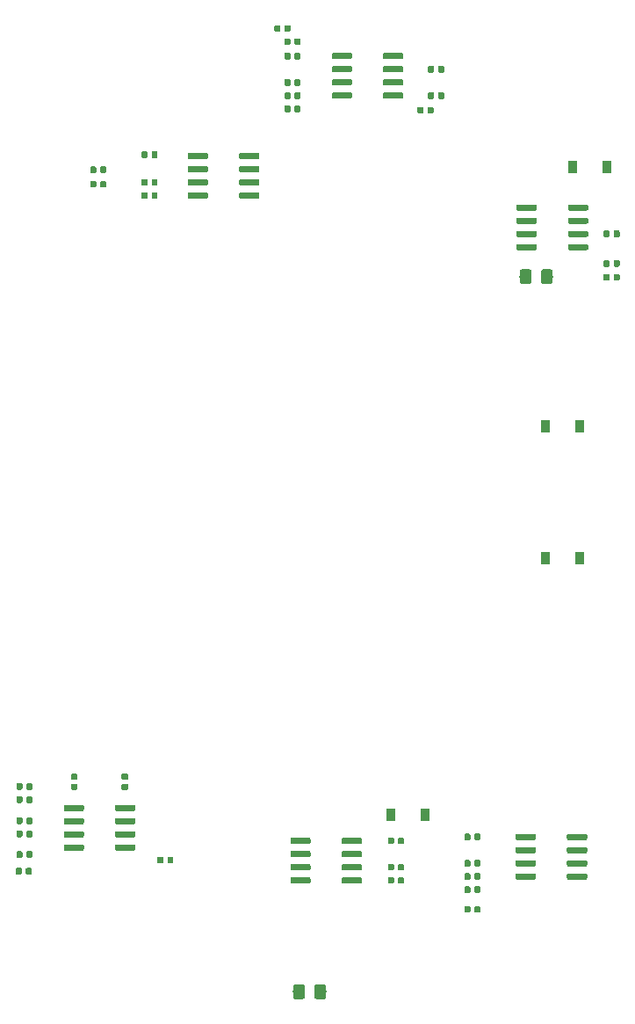
<source format=gbr>
G04 #@! TF.GenerationSoftware,KiCad,Pcbnew,(5.1.2-1)-1*
G04 #@! TF.CreationDate,2019-07-19T20:23:14+01:00*
G04 #@! TF.ProjectId,CurrentSinkModule,43757272-656e-4745-9369-6e6b4d6f6475,RevC*
G04 #@! TF.SameCoordinates,Original*
G04 #@! TF.FileFunction,Paste,Top*
G04 #@! TF.FilePolarity,Positive*
%FSLAX46Y46*%
G04 Gerber Fmt 4.6, Leading zero omitted, Abs format (unit mm)*
G04 Created by KiCad (PCBNEW (5.1.2-1)-1) date 2019-07-19 20:23:14*
%MOMM*%
%LPD*%
G04 APERTURE LIST*
%ADD10C,0.100000*%
%ADD11C,0.600000*%
%ADD12C,0.590000*%
%ADD13C,1.150000*%
%ADD14R,0.900000X1.200000*%
G04 APERTURE END LIST*
D10*
G36*
X252869703Y-140797722D02*
G01*
X252884264Y-140799882D01*
X252898543Y-140803459D01*
X252912403Y-140808418D01*
X252925710Y-140814712D01*
X252938336Y-140822280D01*
X252950159Y-140831048D01*
X252961066Y-140840934D01*
X252970952Y-140851841D01*
X252979720Y-140863664D01*
X252987288Y-140876290D01*
X252993582Y-140889597D01*
X252998541Y-140903457D01*
X253002118Y-140917736D01*
X253004278Y-140932297D01*
X253005000Y-140947000D01*
X253005000Y-141247000D01*
X253004278Y-141261703D01*
X253002118Y-141276264D01*
X252998541Y-141290543D01*
X252993582Y-141304403D01*
X252987288Y-141317710D01*
X252979720Y-141330336D01*
X252970952Y-141342159D01*
X252961066Y-141353066D01*
X252950159Y-141362952D01*
X252938336Y-141371720D01*
X252925710Y-141379288D01*
X252912403Y-141385582D01*
X252898543Y-141390541D01*
X252884264Y-141394118D01*
X252869703Y-141396278D01*
X252855000Y-141397000D01*
X251205000Y-141397000D01*
X251190297Y-141396278D01*
X251175736Y-141394118D01*
X251161457Y-141390541D01*
X251147597Y-141385582D01*
X251134290Y-141379288D01*
X251121664Y-141371720D01*
X251109841Y-141362952D01*
X251098934Y-141353066D01*
X251089048Y-141342159D01*
X251080280Y-141330336D01*
X251072712Y-141317710D01*
X251066418Y-141304403D01*
X251061459Y-141290543D01*
X251057882Y-141276264D01*
X251055722Y-141261703D01*
X251055000Y-141247000D01*
X251055000Y-140947000D01*
X251055722Y-140932297D01*
X251057882Y-140917736D01*
X251061459Y-140903457D01*
X251066418Y-140889597D01*
X251072712Y-140876290D01*
X251080280Y-140863664D01*
X251089048Y-140851841D01*
X251098934Y-140840934D01*
X251109841Y-140831048D01*
X251121664Y-140822280D01*
X251134290Y-140814712D01*
X251147597Y-140808418D01*
X251161457Y-140803459D01*
X251175736Y-140799882D01*
X251190297Y-140797722D01*
X251205000Y-140797000D01*
X252855000Y-140797000D01*
X252869703Y-140797722D01*
X252869703Y-140797722D01*
G37*
D11*
X252030000Y-141097000D03*
D10*
G36*
X252869703Y-142067722D02*
G01*
X252884264Y-142069882D01*
X252898543Y-142073459D01*
X252912403Y-142078418D01*
X252925710Y-142084712D01*
X252938336Y-142092280D01*
X252950159Y-142101048D01*
X252961066Y-142110934D01*
X252970952Y-142121841D01*
X252979720Y-142133664D01*
X252987288Y-142146290D01*
X252993582Y-142159597D01*
X252998541Y-142173457D01*
X253002118Y-142187736D01*
X253004278Y-142202297D01*
X253005000Y-142217000D01*
X253005000Y-142517000D01*
X253004278Y-142531703D01*
X253002118Y-142546264D01*
X252998541Y-142560543D01*
X252993582Y-142574403D01*
X252987288Y-142587710D01*
X252979720Y-142600336D01*
X252970952Y-142612159D01*
X252961066Y-142623066D01*
X252950159Y-142632952D01*
X252938336Y-142641720D01*
X252925710Y-142649288D01*
X252912403Y-142655582D01*
X252898543Y-142660541D01*
X252884264Y-142664118D01*
X252869703Y-142666278D01*
X252855000Y-142667000D01*
X251205000Y-142667000D01*
X251190297Y-142666278D01*
X251175736Y-142664118D01*
X251161457Y-142660541D01*
X251147597Y-142655582D01*
X251134290Y-142649288D01*
X251121664Y-142641720D01*
X251109841Y-142632952D01*
X251098934Y-142623066D01*
X251089048Y-142612159D01*
X251080280Y-142600336D01*
X251072712Y-142587710D01*
X251066418Y-142574403D01*
X251061459Y-142560543D01*
X251057882Y-142546264D01*
X251055722Y-142531703D01*
X251055000Y-142517000D01*
X251055000Y-142217000D01*
X251055722Y-142202297D01*
X251057882Y-142187736D01*
X251061459Y-142173457D01*
X251066418Y-142159597D01*
X251072712Y-142146290D01*
X251080280Y-142133664D01*
X251089048Y-142121841D01*
X251098934Y-142110934D01*
X251109841Y-142101048D01*
X251121664Y-142092280D01*
X251134290Y-142084712D01*
X251147597Y-142078418D01*
X251161457Y-142073459D01*
X251175736Y-142069882D01*
X251190297Y-142067722D01*
X251205000Y-142067000D01*
X252855000Y-142067000D01*
X252869703Y-142067722D01*
X252869703Y-142067722D01*
G37*
D11*
X252030000Y-142367000D03*
D10*
G36*
X252869703Y-143337722D02*
G01*
X252884264Y-143339882D01*
X252898543Y-143343459D01*
X252912403Y-143348418D01*
X252925710Y-143354712D01*
X252938336Y-143362280D01*
X252950159Y-143371048D01*
X252961066Y-143380934D01*
X252970952Y-143391841D01*
X252979720Y-143403664D01*
X252987288Y-143416290D01*
X252993582Y-143429597D01*
X252998541Y-143443457D01*
X253002118Y-143457736D01*
X253004278Y-143472297D01*
X253005000Y-143487000D01*
X253005000Y-143787000D01*
X253004278Y-143801703D01*
X253002118Y-143816264D01*
X252998541Y-143830543D01*
X252993582Y-143844403D01*
X252987288Y-143857710D01*
X252979720Y-143870336D01*
X252970952Y-143882159D01*
X252961066Y-143893066D01*
X252950159Y-143902952D01*
X252938336Y-143911720D01*
X252925710Y-143919288D01*
X252912403Y-143925582D01*
X252898543Y-143930541D01*
X252884264Y-143934118D01*
X252869703Y-143936278D01*
X252855000Y-143937000D01*
X251205000Y-143937000D01*
X251190297Y-143936278D01*
X251175736Y-143934118D01*
X251161457Y-143930541D01*
X251147597Y-143925582D01*
X251134290Y-143919288D01*
X251121664Y-143911720D01*
X251109841Y-143902952D01*
X251098934Y-143893066D01*
X251089048Y-143882159D01*
X251080280Y-143870336D01*
X251072712Y-143857710D01*
X251066418Y-143844403D01*
X251061459Y-143830543D01*
X251057882Y-143816264D01*
X251055722Y-143801703D01*
X251055000Y-143787000D01*
X251055000Y-143487000D01*
X251055722Y-143472297D01*
X251057882Y-143457736D01*
X251061459Y-143443457D01*
X251066418Y-143429597D01*
X251072712Y-143416290D01*
X251080280Y-143403664D01*
X251089048Y-143391841D01*
X251098934Y-143380934D01*
X251109841Y-143371048D01*
X251121664Y-143362280D01*
X251134290Y-143354712D01*
X251147597Y-143348418D01*
X251161457Y-143343459D01*
X251175736Y-143339882D01*
X251190297Y-143337722D01*
X251205000Y-143337000D01*
X252855000Y-143337000D01*
X252869703Y-143337722D01*
X252869703Y-143337722D01*
G37*
D11*
X252030000Y-143637000D03*
D10*
G36*
X252869703Y-144607722D02*
G01*
X252884264Y-144609882D01*
X252898543Y-144613459D01*
X252912403Y-144618418D01*
X252925710Y-144624712D01*
X252938336Y-144632280D01*
X252950159Y-144641048D01*
X252961066Y-144650934D01*
X252970952Y-144661841D01*
X252979720Y-144673664D01*
X252987288Y-144686290D01*
X252993582Y-144699597D01*
X252998541Y-144713457D01*
X253002118Y-144727736D01*
X253004278Y-144742297D01*
X253005000Y-144757000D01*
X253005000Y-145057000D01*
X253004278Y-145071703D01*
X253002118Y-145086264D01*
X252998541Y-145100543D01*
X252993582Y-145114403D01*
X252987288Y-145127710D01*
X252979720Y-145140336D01*
X252970952Y-145152159D01*
X252961066Y-145163066D01*
X252950159Y-145172952D01*
X252938336Y-145181720D01*
X252925710Y-145189288D01*
X252912403Y-145195582D01*
X252898543Y-145200541D01*
X252884264Y-145204118D01*
X252869703Y-145206278D01*
X252855000Y-145207000D01*
X251205000Y-145207000D01*
X251190297Y-145206278D01*
X251175736Y-145204118D01*
X251161457Y-145200541D01*
X251147597Y-145195582D01*
X251134290Y-145189288D01*
X251121664Y-145181720D01*
X251109841Y-145172952D01*
X251098934Y-145163066D01*
X251089048Y-145152159D01*
X251080280Y-145140336D01*
X251072712Y-145127710D01*
X251066418Y-145114403D01*
X251061459Y-145100543D01*
X251057882Y-145086264D01*
X251055722Y-145071703D01*
X251055000Y-145057000D01*
X251055000Y-144757000D01*
X251055722Y-144742297D01*
X251057882Y-144727736D01*
X251061459Y-144713457D01*
X251066418Y-144699597D01*
X251072712Y-144686290D01*
X251080280Y-144673664D01*
X251089048Y-144661841D01*
X251098934Y-144650934D01*
X251109841Y-144641048D01*
X251121664Y-144632280D01*
X251134290Y-144624712D01*
X251147597Y-144618418D01*
X251161457Y-144613459D01*
X251175736Y-144609882D01*
X251190297Y-144607722D01*
X251205000Y-144607000D01*
X252855000Y-144607000D01*
X252869703Y-144607722D01*
X252869703Y-144607722D01*
G37*
D11*
X252030000Y-144907000D03*
D10*
G36*
X247919703Y-144607722D02*
G01*
X247934264Y-144609882D01*
X247948543Y-144613459D01*
X247962403Y-144618418D01*
X247975710Y-144624712D01*
X247988336Y-144632280D01*
X248000159Y-144641048D01*
X248011066Y-144650934D01*
X248020952Y-144661841D01*
X248029720Y-144673664D01*
X248037288Y-144686290D01*
X248043582Y-144699597D01*
X248048541Y-144713457D01*
X248052118Y-144727736D01*
X248054278Y-144742297D01*
X248055000Y-144757000D01*
X248055000Y-145057000D01*
X248054278Y-145071703D01*
X248052118Y-145086264D01*
X248048541Y-145100543D01*
X248043582Y-145114403D01*
X248037288Y-145127710D01*
X248029720Y-145140336D01*
X248020952Y-145152159D01*
X248011066Y-145163066D01*
X248000159Y-145172952D01*
X247988336Y-145181720D01*
X247975710Y-145189288D01*
X247962403Y-145195582D01*
X247948543Y-145200541D01*
X247934264Y-145204118D01*
X247919703Y-145206278D01*
X247905000Y-145207000D01*
X246255000Y-145207000D01*
X246240297Y-145206278D01*
X246225736Y-145204118D01*
X246211457Y-145200541D01*
X246197597Y-145195582D01*
X246184290Y-145189288D01*
X246171664Y-145181720D01*
X246159841Y-145172952D01*
X246148934Y-145163066D01*
X246139048Y-145152159D01*
X246130280Y-145140336D01*
X246122712Y-145127710D01*
X246116418Y-145114403D01*
X246111459Y-145100543D01*
X246107882Y-145086264D01*
X246105722Y-145071703D01*
X246105000Y-145057000D01*
X246105000Y-144757000D01*
X246105722Y-144742297D01*
X246107882Y-144727736D01*
X246111459Y-144713457D01*
X246116418Y-144699597D01*
X246122712Y-144686290D01*
X246130280Y-144673664D01*
X246139048Y-144661841D01*
X246148934Y-144650934D01*
X246159841Y-144641048D01*
X246171664Y-144632280D01*
X246184290Y-144624712D01*
X246197597Y-144618418D01*
X246211457Y-144613459D01*
X246225736Y-144609882D01*
X246240297Y-144607722D01*
X246255000Y-144607000D01*
X247905000Y-144607000D01*
X247919703Y-144607722D01*
X247919703Y-144607722D01*
G37*
D11*
X247080000Y-144907000D03*
D10*
G36*
X247919703Y-143337722D02*
G01*
X247934264Y-143339882D01*
X247948543Y-143343459D01*
X247962403Y-143348418D01*
X247975710Y-143354712D01*
X247988336Y-143362280D01*
X248000159Y-143371048D01*
X248011066Y-143380934D01*
X248020952Y-143391841D01*
X248029720Y-143403664D01*
X248037288Y-143416290D01*
X248043582Y-143429597D01*
X248048541Y-143443457D01*
X248052118Y-143457736D01*
X248054278Y-143472297D01*
X248055000Y-143487000D01*
X248055000Y-143787000D01*
X248054278Y-143801703D01*
X248052118Y-143816264D01*
X248048541Y-143830543D01*
X248043582Y-143844403D01*
X248037288Y-143857710D01*
X248029720Y-143870336D01*
X248020952Y-143882159D01*
X248011066Y-143893066D01*
X248000159Y-143902952D01*
X247988336Y-143911720D01*
X247975710Y-143919288D01*
X247962403Y-143925582D01*
X247948543Y-143930541D01*
X247934264Y-143934118D01*
X247919703Y-143936278D01*
X247905000Y-143937000D01*
X246255000Y-143937000D01*
X246240297Y-143936278D01*
X246225736Y-143934118D01*
X246211457Y-143930541D01*
X246197597Y-143925582D01*
X246184290Y-143919288D01*
X246171664Y-143911720D01*
X246159841Y-143902952D01*
X246148934Y-143893066D01*
X246139048Y-143882159D01*
X246130280Y-143870336D01*
X246122712Y-143857710D01*
X246116418Y-143844403D01*
X246111459Y-143830543D01*
X246107882Y-143816264D01*
X246105722Y-143801703D01*
X246105000Y-143787000D01*
X246105000Y-143487000D01*
X246105722Y-143472297D01*
X246107882Y-143457736D01*
X246111459Y-143443457D01*
X246116418Y-143429597D01*
X246122712Y-143416290D01*
X246130280Y-143403664D01*
X246139048Y-143391841D01*
X246148934Y-143380934D01*
X246159841Y-143371048D01*
X246171664Y-143362280D01*
X246184290Y-143354712D01*
X246197597Y-143348418D01*
X246211457Y-143343459D01*
X246225736Y-143339882D01*
X246240297Y-143337722D01*
X246255000Y-143337000D01*
X247905000Y-143337000D01*
X247919703Y-143337722D01*
X247919703Y-143337722D01*
G37*
D11*
X247080000Y-143637000D03*
D10*
G36*
X247919703Y-142067722D02*
G01*
X247934264Y-142069882D01*
X247948543Y-142073459D01*
X247962403Y-142078418D01*
X247975710Y-142084712D01*
X247988336Y-142092280D01*
X248000159Y-142101048D01*
X248011066Y-142110934D01*
X248020952Y-142121841D01*
X248029720Y-142133664D01*
X248037288Y-142146290D01*
X248043582Y-142159597D01*
X248048541Y-142173457D01*
X248052118Y-142187736D01*
X248054278Y-142202297D01*
X248055000Y-142217000D01*
X248055000Y-142517000D01*
X248054278Y-142531703D01*
X248052118Y-142546264D01*
X248048541Y-142560543D01*
X248043582Y-142574403D01*
X248037288Y-142587710D01*
X248029720Y-142600336D01*
X248020952Y-142612159D01*
X248011066Y-142623066D01*
X248000159Y-142632952D01*
X247988336Y-142641720D01*
X247975710Y-142649288D01*
X247962403Y-142655582D01*
X247948543Y-142660541D01*
X247934264Y-142664118D01*
X247919703Y-142666278D01*
X247905000Y-142667000D01*
X246255000Y-142667000D01*
X246240297Y-142666278D01*
X246225736Y-142664118D01*
X246211457Y-142660541D01*
X246197597Y-142655582D01*
X246184290Y-142649288D01*
X246171664Y-142641720D01*
X246159841Y-142632952D01*
X246148934Y-142623066D01*
X246139048Y-142612159D01*
X246130280Y-142600336D01*
X246122712Y-142587710D01*
X246116418Y-142574403D01*
X246111459Y-142560543D01*
X246107882Y-142546264D01*
X246105722Y-142531703D01*
X246105000Y-142517000D01*
X246105000Y-142217000D01*
X246105722Y-142202297D01*
X246107882Y-142187736D01*
X246111459Y-142173457D01*
X246116418Y-142159597D01*
X246122712Y-142146290D01*
X246130280Y-142133664D01*
X246139048Y-142121841D01*
X246148934Y-142110934D01*
X246159841Y-142101048D01*
X246171664Y-142092280D01*
X246184290Y-142084712D01*
X246197597Y-142078418D01*
X246211457Y-142073459D01*
X246225736Y-142069882D01*
X246240297Y-142067722D01*
X246255000Y-142067000D01*
X247905000Y-142067000D01*
X247919703Y-142067722D01*
X247919703Y-142067722D01*
G37*
D11*
X247080000Y-142367000D03*
D10*
G36*
X247919703Y-140797722D02*
G01*
X247934264Y-140799882D01*
X247948543Y-140803459D01*
X247962403Y-140808418D01*
X247975710Y-140814712D01*
X247988336Y-140822280D01*
X248000159Y-140831048D01*
X248011066Y-140840934D01*
X248020952Y-140851841D01*
X248029720Y-140863664D01*
X248037288Y-140876290D01*
X248043582Y-140889597D01*
X248048541Y-140903457D01*
X248052118Y-140917736D01*
X248054278Y-140932297D01*
X248055000Y-140947000D01*
X248055000Y-141247000D01*
X248054278Y-141261703D01*
X248052118Y-141276264D01*
X248048541Y-141290543D01*
X248043582Y-141304403D01*
X248037288Y-141317710D01*
X248029720Y-141330336D01*
X248020952Y-141342159D01*
X248011066Y-141353066D01*
X248000159Y-141362952D01*
X247988336Y-141371720D01*
X247975710Y-141379288D01*
X247962403Y-141385582D01*
X247948543Y-141390541D01*
X247934264Y-141394118D01*
X247919703Y-141396278D01*
X247905000Y-141397000D01*
X246255000Y-141397000D01*
X246240297Y-141396278D01*
X246225736Y-141394118D01*
X246211457Y-141390541D01*
X246197597Y-141385582D01*
X246184290Y-141379288D01*
X246171664Y-141371720D01*
X246159841Y-141362952D01*
X246148934Y-141353066D01*
X246139048Y-141342159D01*
X246130280Y-141330336D01*
X246122712Y-141317710D01*
X246116418Y-141304403D01*
X246111459Y-141290543D01*
X246107882Y-141276264D01*
X246105722Y-141261703D01*
X246105000Y-141247000D01*
X246105000Y-140947000D01*
X246105722Y-140932297D01*
X246107882Y-140917736D01*
X246111459Y-140903457D01*
X246116418Y-140889597D01*
X246122712Y-140876290D01*
X246130280Y-140863664D01*
X246139048Y-140851841D01*
X246148934Y-140840934D01*
X246159841Y-140831048D01*
X246171664Y-140822280D01*
X246184290Y-140814712D01*
X246197597Y-140808418D01*
X246211457Y-140803459D01*
X246225736Y-140799882D01*
X246240297Y-140797722D01*
X246255000Y-140797000D01*
X247905000Y-140797000D01*
X247919703Y-140797722D01*
X247919703Y-140797722D01*
G37*
D11*
X247080000Y-141097000D03*
D10*
G36*
X274675603Y-79786922D02*
G01*
X274690164Y-79789082D01*
X274704443Y-79792659D01*
X274718303Y-79797618D01*
X274731610Y-79803912D01*
X274744236Y-79811480D01*
X274756059Y-79820248D01*
X274766966Y-79830134D01*
X274776852Y-79841041D01*
X274785620Y-79852864D01*
X274793188Y-79865490D01*
X274799482Y-79878797D01*
X274804441Y-79892657D01*
X274808018Y-79906936D01*
X274810178Y-79921497D01*
X274810900Y-79936200D01*
X274810900Y-80236200D01*
X274810178Y-80250903D01*
X274808018Y-80265464D01*
X274804441Y-80279743D01*
X274799482Y-80293603D01*
X274793188Y-80306910D01*
X274785620Y-80319536D01*
X274776852Y-80331359D01*
X274766966Y-80342266D01*
X274756059Y-80352152D01*
X274744236Y-80360920D01*
X274731610Y-80368488D01*
X274718303Y-80374782D01*
X274704443Y-80379741D01*
X274690164Y-80383318D01*
X274675603Y-80385478D01*
X274660900Y-80386200D01*
X273010900Y-80386200D01*
X272996197Y-80385478D01*
X272981636Y-80383318D01*
X272967357Y-80379741D01*
X272953497Y-80374782D01*
X272940190Y-80368488D01*
X272927564Y-80360920D01*
X272915741Y-80352152D01*
X272904834Y-80342266D01*
X272894948Y-80331359D01*
X272886180Y-80319536D01*
X272878612Y-80306910D01*
X272872318Y-80293603D01*
X272867359Y-80279743D01*
X272863782Y-80265464D01*
X272861622Y-80250903D01*
X272860900Y-80236200D01*
X272860900Y-79936200D01*
X272861622Y-79921497D01*
X272863782Y-79906936D01*
X272867359Y-79892657D01*
X272872318Y-79878797D01*
X272878612Y-79865490D01*
X272886180Y-79852864D01*
X272894948Y-79841041D01*
X272904834Y-79830134D01*
X272915741Y-79820248D01*
X272927564Y-79811480D01*
X272940190Y-79803912D01*
X272953497Y-79797618D01*
X272967357Y-79792659D01*
X272981636Y-79789082D01*
X272996197Y-79786922D01*
X273010900Y-79786200D01*
X274660900Y-79786200D01*
X274675603Y-79786922D01*
X274675603Y-79786922D01*
G37*
D11*
X273835900Y-80086200D03*
D10*
G36*
X274675603Y-81056922D02*
G01*
X274690164Y-81059082D01*
X274704443Y-81062659D01*
X274718303Y-81067618D01*
X274731610Y-81073912D01*
X274744236Y-81081480D01*
X274756059Y-81090248D01*
X274766966Y-81100134D01*
X274776852Y-81111041D01*
X274785620Y-81122864D01*
X274793188Y-81135490D01*
X274799482Y-81148797D01*
X274804441Y-81162657D01*
X274808018Y-81176936D01*
X274810178Y-81191497D01*
X274810900Y-81206200D01*
X274810900Y-81506200D01*
X274810178Y-81520903D01*
X274808018Y-81535464D01*
X274804441Y-81549743D01*
X274799482Y-81563603D01*
X274793188Y-81576910D01*
X274785620Y-81589536D01*
X274776852Y-81601359D01*
X274766966Y-81612266D01*
X274756059Y-81622152D01*
X274744236Y-81630920D01*
X274731610Y-81638488D01*
X274718303Y-81644782D01*
X274704443Y-81649741D01*
X274690164Y-81653318D01*
X274675603Y-81655478D01*
X274660900Y-81656200D01*
X273010900Y-81656200D01*
X272996197Y-81655478D01*
X272981636Y-81653318D01*
X272967357Y-81649741D01*
X272953497Y-81644782D01*
X272940190Y-81638488D01*
X272927564Y-81630920D01*
X272915741Y-81622152D01*
X272904834Y-81612266D01*
X272894948Y-81601359D01*
X272886180Y-81589536D01*
X272878612Y-81576910D01*
X272872318Y-81563603D01*
X272867359Y-81549743D01*
X272863782Y-81535464D01*
X272861622Y-81520903D01*
X272860900Y-81506200D01*
X272860900Y-81206200D01*
X272861622Y-81191497D01*
X272863782Y-81176936D01*
X272867359Y-81162657D01*
X272872318Y-81148797D01*
X272878612Y-81135490D01*
X272886180Y-81122864D01*
X272894948Y-81111041D01*
X272904834Y-81100134D01*
X272915741Y-81090248D01*
X272927564Y-81081480D01*
X272940190Y-81073912D01*
X272953497Y-81067618D01*
X272967357Y-81062659D01*
X272981636Y-81059082D01*
X272996197Y-81056922D01*
X273010900Y-81056200D01*
X274660900Y-81056200D01*
X274675603Y-81056922D01*
X274675603Y-81056922D01*
G37*
D11*
X273835900Y-81356200D03*
D10*
G36*
X274675603Y-82326922D02*
G01*
X274690164Y-82329082D01*
X274704443Y-82332659D01*
X274718303Y-82337618D01*
X274731610Y-82343912D01*
X274744236Y-82351480D01*
X274756059Y-82360248D01*
X274766966Y-82370134D01*
X274776852Y-82381041D01*
X274785620Y-82392864D01*
X274793188Y-82405490D01*
X274799482Y-82418797D01*
X274804441Y-82432657D01*
X274808018Y-82446936D01*
X274810178Y-82461497D01*
X274810900Y-82476200D01*
X274810900Y-82776200D01*
X274810178Y-82790903D01*
X274808018Y-82805464D01*
X274804441Y-82819743D01*
X274799482Y-82833603D01*
X274793188Y-82846910D01*
X274785620Y-82859536D01*
X274776852Y-82871359D01*
X274766966Y-82882266D01*
X274756059Y-82892152D01*
X274744236Y-82900920D01*
X274731610Y-82908488D01*
X274718303Y-82914782D01*
X274704443Y-82919741D01*
X274690164Y-82923318D01*
X274675603Y-82925478D01*
X274660900Y-82926200D01*
X273010900Y-82926200D01*
X272996197Y-82925478D01*
X272981636Y-82923318D01*
X272967357Y-82919741D01*
X272953497Y-82914782D01*
X272940190Y-82908488D01*
X272927564Y-82900920D01*
X272915741Y-82892152D01*
X272904834Y-82882266D01*
X272894948Y-82871359D01*
X272886180Y-82859536D01*
X272878612Y-82846910D01*
X272872318Y-82833603D01*
X272867359Y-82819743D01*
X272863782Y-82805464D01*
X272861622Y-82790903D01*
X272860900Y-82776200D01*
X272860900Y-82476200D01*
X272861622Y-82461497D01*
X272863782Y-82446936D01*
X272867359Y-82432657D01*
X272872318Y-82418797D01*
X272878612Y-82405490D01*
X272886180Y-82392864D01*
X272894948Y-82381041D01*
X272904834Y-82370134D01*
X272915741Y-82360248D01*
X272927564Y-82351480D01*
X272940190Y-82343912D01*
X272953497Y-82337618D01*
X272967357Y-82332659D01*
X272981636Y-82329082D01*
X272996197Y-82326922D01*
X273010900Y-82326200D01*
X274660900Y-82326200D01*
X274675603Y-82326922D01*
X274675603Y-82326922D01*
G37*
D11*
X273835900Y-82626200D03*
D10*
G36*
X274675603Y-83596922D02*
G01*
X274690164Y-83599082D01*
X274704443Y-83602659D01*
X274718303Y-83607618D01*
X274731610Y-83613912D01*
X274744236Y-83621480D01*
X274756059Y-83630248D01*
X274766966Y-83640134D01*
X274776852Y-83651041D01*
X274785620Y-83662864D01*
X274793188Y-83675490D01*
X274799482Y-83688797D01*
X274804441Y-83702657D01*
X274808018Y-83716936D01*
X274810178Y-83731497D01*
X274810900Y-83746200D01*
X274810900Y-84046200D01*
X274810178Y-84060903D01*
X274808018Y-84075464D01*
X274804441Y-84089743D01*
X274799482Y-84103603D01*
X274793188Y-84116910D01*
X274785620Y-84129536D01*
X274776852Y-84141359D01*
X274766966Y-84152266D01*
X274756059Y-84162152D01*
X274744236Y-84170920D01*
X274731610Y-84178488D01*
X274718303Y-84184782D01*
X274704443Y-84189741D01*
X274690164Y-84193318D01*
X274675603Y-84195478D01*
X274660900Y-84196200D01*
X273010900Y-84196200D01*
X272996197Y-84195478D01*
X272981636Y-84193318D01*
X272967357Y-84189741D01*
X272953497Y-84184782D01*
X272940190Y-84178488D01*
X272927564Y-84170920D01*
X272915741Y-84162152D01*
X272904834Y-84152266D01*
X272894948Y-84141359D01*
X272886180Y-84129536D01*
X272878612Y-84116910D01*
X272872318Y-84103603D01*
X272867359Y-84089743D01*
X272863782Y-84075464D01*
X272861622Y-84060903D01*
X272860900Y-84046200D01*
X272860900Y-83746200D01*
X272861622Y-83731497D01*
X272863782Y-83716936D01*
X272867359Y-83702657D01*
X272872318Y-83688797D01*
X272878612Y-83675490D01*
X272886180Y-83662864D01*
X272894948Y-83651041D01*
X272904834Y-83640134D01*
X272915741Y-83630248D01*
X272927564Y-83621480D01*
X272940190Y-83613912D01*
X272953497Y-83607618D01*
X272967357Y-83602659D01*
X272981636Y-83599082D01*
X272996197Y-83596922D01*
X273010900Y-83596200D01*
X274660900Y-83596200D01*
X274675603Y-83596922D01*
X274675603Y-83596922D01*
G37*
D11*
X273835900Y-83896200D03*
D10*
G36*
X269725603Y-83596922D02*
G01*
X269740164Y-83599082D01*
X269754443Y-83602659D01*
X269768303Y-83607618D01*
X269781610Y-83613912D01*
X269794236Y-83621480D01*
X269806059Y-83630248D01*
X269816966Y-83640134D01*
X269826852Y-83651041D01*
X269835620Y-83662864D01*
X269843188Y-83675490D01*
X269849482Y-83688797D01*
X269854441Y-83702657D01*
X269858018Y-83716936D01*
X269860178Y-83731497D01*
X269860900Y-83746200D01*
X269860900Y-84046200D01*
X269860178Y-84060903D01*
X269858018Y-84075464D01*
X269854441Y-84089743D01*
X269849482Y-84103603D01*
X269843188Y-84116910D01*
X269835620Y-84129536D01*
X269826852Y-84141359D01*
X269816966Y-84152266D01*
X269806059Y-84162152D01*
X269794236Y-84170920D01*
X269781610Y-84178488D01*
X269768303Y-84184782D01*
X269754443Y-84189741D01*
X269740164Y-84193318D01*
X269725603Y-84195478D01*
X269710900Y-84196200D01*
X268060900Y-84196200D01*
X268046197Y-84195478D01*
X268031636Y-84193318D01*
X268017357Y-84189741D01*
X268003497Y-84184782D01*
X267990190Y-84178488D01*
X267977564Y-84170920D01*
X267965741Y-84162152D01*
X267954834Y-84152266D01*
X267944948Y-84141359D01*
X267936180Y-84129536D01*
X267928612Y-84116910D01*
X267922318Y-84103603D01*
X267917359Y-84089743D01*
X267913782Y-84075464D01*
X267911622Y-84060903D01*
X267910900Y-84046200D01*
X267910900Y-83746200D01*
X267911622Y-83731497D01*
X267913782Y-83716936D01*
X267917359Y-83702657D01*
X267922318Y-83688797D01*
X267928612Y-83675490D01*
X267936180Y-83662864D01*
X267944948Y-83651041D01*
X267954834Y-83640134D01*
X267965741Y-83630248D01*
X267977564Y-83621480D01*
X267990190Y-83613912D01*
X268003497Y-83607618D01*
X268017357Y-83602659D01*
X268031636Y-83599082D01*
X268046197Y-83596922D01*
X268060900Y-83596200D01*
X269710900Y-83596200D01*
X269725603Y-83596922D01*
X269725603Y-83596922D01*
G37*
D11*
X268885900Y-83896200D03*
D10*
G36*
X269725603Y-82326922D02*
G01*
X269740164Y-82329082D01*
X269754443Y-82332659D01*
X269768303Y-82337618D01*
X269781610Y-82343912D01*
X269794236Y-82351480D01*
X269806059Y-82360248D01*
X269816966Y-82370134D01*
X269826852Y-82381041D01*
X269835620Y-82392864D01*
X269843188Y-82405490D01*
X269849482Y-82418797D01*
X269854441Y-82432657D01*
X269858018Y-82446936D01*
X269860178Y-82461497D01*
X269860900Y-82476200D01*
X269860900Y-82776200D01*
X269860178Y-82790903D01*
X269858018Y-82805464D01*
X269854441Y-82819743D01*
X269849482Y-82833603D01*
X269843188Y-82846910D01*
X269835620Y-82859536D01*
X269826852Y-82871359D01*
X269816966Y-82882266D01*
X269806059Y-82892152D01*
X269794236Y-82900920D01*
X269781610Y-82908488D01*
X269768303Y-82914782D01*
X269754443Y-82919741D01*
X269740164Y-82923318D01*
X269725603Y-82925478D01*
X269710900Y-82926200D01*
X268060900Y-82926200D01*
X268046197Y-82925478D01*
X268031636Y-82923318D01*
X268017357Y-82919741D01*
X268003497Y-82914782D01*
X267990190Y-82908488D01*
X267977564Y-82900920D01*
X267965741Y-82892152D01*
X267954834Y-82882266D01*
X267944948Y-82871359D01*
X267936180Y-82859536D01*
X267928612Y-82846910D01*
X267922318Y-82833603D01*
X267917359Y-82819743D01*
X267913782Y-82805464D01*
X267911622Y-82790903D01*
X267910900Y-82776200D01*
X267910900Y-82476200D01*
X267911622Y-82461497D01*
X267913782Y-82446936D01*
X267917359Y-82432657D01*
X267922318Y-82418797D01*
X267928612Y-82405490D01*
X267936180Y-82392864D01*
X267944948Y-82381041D01*
X267954834Y-82370134D01*
X267965741Y-82360248D01*
X267977564Y-82351480D01*
X267990190Y-82343912D01*
X268003497Y-82337618D01*
X268017357Y-82332659D01*
X268031636Y-82329082D01*
X268046197Y-82326922D01*
X268060900Y-82326200D01*
X269710900Y-82326200D01*
X269725603Y-82326922D01*
X269725603Y-82326922D01*
G37*
D11*
X268885900Y-82626200D03*
D10*
G36*
X269725603Y-81056922D02*
G01*
X269740164Y-81059082D01*
X269754443Y-81062659D01*
X269768303Y-81067618D01*
X269781610Y-81073912D01*
X269794236Y-81081480D01*
X269806059Y-81090248D01*
X269816966Y-81100134D01*
X269826852Y-81111041D01*
X269835620Y-81122864D01*
X269843188Y-81135490D01*
X269849482Y-81148797D01*
X269854441Y-81162657D01*
X269858018Y-81176936D01*
X269860178Y-81191497D01*
X269860900Y-81206200D01*
X269860900Y-81506200D01*
X269860178Y-81520903D01*
X269858018Y-81535464D01*
X269854441Y-81549743D01*
X269849482Y-81563603D01*
X269843188Y-81576910D01*
X269835620Y-81589536D01*
X269826852Y-81601359D01*
X269816966Y-81612266D01*
X269806059Y-81622152D01*
X269794236Y-81630920D01*
X269781610Y-81638488D01*
X269768303Y-81644782D01*
X269754443Y-81649741D01*
X269740164Y-81653318D01*
X269725603Y-81655478D01*
X269710900Y-81656200D01*
X268060900Y-81656200D01*
X268046197Y-81655478D01*
X268031636Y-81653318D01*
X268017357Y-81649741D01*
X268003497Y-81644782D01*
X267990190Y-81638488D01*
X267977564Y-81630920D01*
X267965741Y-81622152D01*
X267954834Y-81612266D01*
X267944948Y-81601359D01*
X267936180Y-81589536D01*
X267928612Y-81576910D01*
X267922318Y-81563603D01*
X267917359Y-81549743D01*
X267913782Y-81535464D01*
X267911622Y-81520903D01*
X267910900Y-81506200D01*
X267910900Y-81206200D01*
X267911622Y-81191497D01*
X267913782Y-81176936D01*
X267917359Y-81162657D01*
X267922318Y-81148797D01*
X267928612Y-81135490D01*
X267936180Y-81122864D01*
X267944948Y-81111041D01*
X267954834Y-81100134D01*
X267965741Y-81090248D01*
X267977564Y-81081480D01*
X267990190Y-81073912D01*
X268003497Y-81067618D01*
X268017357Y-81062659D01*
X268031636Y-81059082D01*
X268046197Y-81056922D01*
X268060900Y-81056200D01*
X269710900Y-81056200D01*
X269725603Y-81056922D01*
X269725603Y-81056922D01*
G37*
D11*
X268885900Y-81356200D03*
D10*
G36*
X269725603Y-79786922D02*
G01*
X269740164Y-79789082D01*
X269754443Y-79792659D01*
X269768303Y-79797618D01*
X269781610Y-79803912D01*
X269794236Y-79811480D01*
X269806059Y-79820248D01*
X269816966Y-79830134D01*
X269826852Y-79841041D01*
X269835620Y-79852864D01*
X269843188Y-79865490D01*
X269849482Y-79878797D01*
X269854441Y-79892657D01*
X269858018Y-79906936D01*
X269860178Y-79921497D01*
X269860900Y-79936200D01*
X269860900Y-80236200D01*
X269860178Y-80250903D01*
X269858018Y-80265464D01*
X269854441Y-80279743D01*
X269849482Y-80293603D01*
X269843188Y-80306910D01*
X269835620Y-80319536D01*
X269826852Y-80331359D01*
X269816966Y-80342266D01*
X269806059Y-80352152D01*
X269794236Y-80360920D01*
X269781610Y-80368488D01*
X269768303Y-80374782D01*
X269754443Y-80379741D01*
X269740164Y-80383318D01*
X269725603Y-80385478D01*
X269710900Y-80386200D01*
X268060900Y-80386200D01*
X268046197Y-80385478D01*
X268031636Y-80383318D01*
X268017357Y-80379741D01*
X268003497Y-80374782D01*
X267990190Y-80368488D01*
X267977564Y-80360920D01*
X267965741Y-80352152D01*
X267954834Y-80342266D01*
X267944948Y-80331359D01*
X267936180Y-80319536D01*
X267928612Y-80306910D01*
X267922318Y-80293603D01*
X267917359Y-80279743D01*
X267913782Y-80265464D01*
X267911622Y-80250903D01*
X267910900Y-80236200D01*
X267910900Y-79936200D01*
X267911622Y-79921497D01*
X267913782Y-79906936D01*
X267917359Y-79892657D01*
X267922318Y-79878797D01*
X267928612Y-79865490D01*
X267936180Y-79852864D01*
X267944948Y-79841041D01*
X267954834Y-79830134D01*
X267965741Y-79820248D01*
X267977564Y-79811480D01*
X267990190Y-79803912D01*
X268003497Y-79797618D01*
X268017357Y-79792659D01*
X268031636Y-79789082D01*
X268046197Y-79786922D01*
X268060900Y-79786200D01*
X269710900Y-79786200D01*
X269725603Y-79786922D01*
X269725603Y-79786922D01*
G37*
D11*
X268885900Y-80086200D03*
D10*
G36*
X256857503Y-65207322D02*
G01*
X256872064Y-65209482D01*
X256886343Y-65213059D01*
X256900203Y-65218018D01*
X256913510Y-65224312D01*
X256926136Y-65231880D01*
X256937959Y-65240648D01*
X256948866Y-65250534D01*
X256958752Y-65261441D01*
X256967520Y-65273264D01*
X256975088Y-65285890D01*
X256981382Y-65299197D01*
X256986341Y-65313057D01*
X256989918Y-65327336D01*
X256992078Y-65341897D01*
X256992800Y-65356600D01*
X256992800Y-65656600D01*
X256992078Y-65671303D01*
X256989918Y-65685864D01*
X256986341Y-65700143D01*
X256981382Y-65714003D01*
X256975088Y-65727310D01*
X256967520Y-65739936D01*
X256958752Y-65751759D01*
X256948866Y-65762666D01*
X256937959Y-65772552D01*
X256926136Y-65781320D01*
X256913510Y-65788888D01*
X256900203Y-65795182D01*
X256886343Y-65800141D01*
X256872064Y-65803718D01*
X256857503Y-65805878D01*
X256842800Y-65806600D01*
X255192800Y-65806600D01*
X255178097Y-65805878D01*
X255163536Y-65803718D01*
X255149257Y-65800141D01*
X255135397Y-65795182D01*
X255122090Y-65788888D01*
X255109464Y-65781320D01*
X255097641Y-65772552D01*
X255086734Y-65762666D01*
X255076848Y-65751759D01*
X255068080Y-65739936D01*
X255060512Y-65727310D01*
X255054218Y-65714003D01*
X255049259Y-65700143D01*
X255045682Y-65685864D01*
X255043522Y-65671303D01*
X255042800Y-65656600D01*
X255042800Y-65356600D01*
X255043522Y-65341897D01*
X255045682Y-65327336D01*
X255049259Y-65313057D01*
X255054218Y-65299197D01*
X255060512Y-65285890D01*
X255068080Y-65273264D01*
X255076848Y-65261441D01*
X255086734Y-65250534D01*
X255097641Y-65240648D01*
X255109464Y-65231880D01*
X255122090Y-65224312D01*
X255135397Y-65218018D01*
X255149257Y-65213059D01*
X255163536Y-65209482D01*
X255178097Y-65207322D01*
X255192800Y-65206600D01*
X256842800Y-65206600D01*
X256857503Y-65207322D01*
X256857503Y-65207322D01*
G37*
D11*
X256017800Y-65506600D03*
D10*
G36*
X256857503Y-66477322D02*
G01*
X256872064Y-66479482D01*
X256886343Y-66483059D01*
X256900203Y-66488018D01*
X256913510Y-66494312D01*
X256926136Y-66501880D01*
X256937959Y-66510648D01*
X256948866Y-66520534D01*
X256958752Y-66531441D01*
X256967520Y-66543264D01*
X256975088Y-66555890D01*
X256981382Y-66569197D01*
X256986341Y-66583057D01*
X256989918Y-66597336D01*
X256992078Y-66611897D01*
X256992800Y-66626600D01*
X256992800Y-66926600D01*
X256992078Y-66941303D01*
X256989918Y-66955864D01*
X256986341Y-66970143D01*
X256981382Y-66984003D01*
X256975088Y-66997310D01*
X256967520Y-67009936D01*
X256958752Y-67021759D01*
X256948866Y-67032666D01*
X256937959Y-67042552D01*
X256926136Y-67051320D01*
X256913510Y-67058888D01*
X256900203Y-67065182D01*
X256886343Y-67070141D01*
X256872064Y-67073718D01*
X256857503Y-67075878D01*
X256842800Y-67076600D01*
X255192800Y-67076600D01*
X255178097Y-67075878D01*
X255163536Y-67073718D01*
X255149257Y-67070141D01*
X255135397Y-67065182D01*
X255122090Y-67058888D01*
X255109464Y-67051320D01*
X255097641Y-67042552D01*
X255086734Y-67032666D01*
X255076848Y-67021759D01*
X255068080Y-67009936D01*
X255060512Y-66997310D01*
X255054218Y-66984003D01*
X255049259Y-66970143D01*
X255045682Y-66955864D01*
X255043522Y-66941303D01*
X255042800Y-66926600D01*
X255042800Y-66626600D01*
X255043522Y-66611897D01*
X255045682Y-66597336D01*
X255049259Y-66583057D01*
X255054218Y-66569197D01*
X255060512Y-66555890D01*
X255068080Y-66543264D01*
X255076848Y-66531441D01*
X255086734Y-66520534D01*
X255097641Y-66510648D01*
X255109464Y-66501880D01*
X255122090Y-66494312D01*
X255135397Y-66488018D01*
X255149257Y-66483059D01*
X255163536Y-66479482D01*
X255178097Y-66477322D01*
X255192800Y-66476600D01*
X256842800Y-66476600D01*
X256857503Y-66477322D01*
X256857503Y-66477322D01*
G37*
D11*
X256017800Y-66776600D03*
D10*
G36*
X256857503Y-67747322D02*
G01*
X256872064Y-67749482D01*
X256886343Y-67753059D01*
X256900203Y-67758018D01*
X256913510Y-67764312D01*
X256926136Y-67771880D01*
X256937959Y-67780648D01*
X256948866Y-67790534D01*
X256958752Y-67801441D01*
X256967520Y-67813264D01*
X256975088Y-67825890D01*
X256981382Y-67839197D01*
X256986341Y-67853057D01*
X256989918Y-67867336D01*
X256992078Y-67881897D01*
X256992800Y-67896600D01*
X256992800Y-68196600D01*
X256992078Y-68211303D01*
X256989918Y-68225864D01*
X256986341Y-68240143D01*
X256981382Y-68254003D01*
X256975088Y-68267310D01*
X256967520Y-68279936D01*
X256958752Y-68291759D01*
X256948866Y-68302666D01*
X256937959Y-68312552D01*
X256926136Y-68321320D01*
X256913510Y-68328888D01*
X256900203Y-68335182D01*
X256886343Y-68340141D01*
X256872064Y-68343718D01*
X256857503Y-68345878D01*
X256842800Y-68346600D01*
X255192800Y-68346600D01*
X255178097Y-68345878D01*
X255163536Y-68343718D01*
X255149257Y-68340141D01*
X255135397Y-68335182D01*
X255122090Y-68328888D01*
X255109464Y-68321320D01*
X255097641Y-68312552D01*
X255086734Y-68302666D01*
X255076848Y-68291759D01*
X255068080Y-68279936D01*
X255060512Y-68267310D01*
X255054218Y-68254003D01*
X255049259Y-68240143D01*
X255045682Y-68225864D01*
X255043522Y-68211303D01*
X255042800Y-68196600D01*
X255042800Y-67896600D01*
X255043522Y-67881897D01*
X255045682Y-67867336D01*
X255049259Y-67853057D01*
X255054218Y-67839197D01*
X255060512Y-67825890D01*
X255068080Y-67813264D01*
X255076848Y-67801441D01*
X255086734Y-67790534D01*
X255097641Y-67780648D01*
X255109464Y-67771880D01*
X255122090Y-67764312D01*
X255135397Y-67758018D01*
X255149257Y-67753059D01*
X255163536Y-67749482D01*
X255178097Y-67747322D01*
X255192800Y-67746600D01*
X256842800Y-67746600D01*
X256857503Y-67747322D01*
X256857503Y-67747322D01*
G37*
D11*
X256017800Y-68046600D03*
D10*
G36*
X256857503Y-69017322D02*
G01*
X256872064Y-69019482D01*
X256886343Y-69023059D01*
X256900203Y-69028018D01*
X256913510Y-69034312D01*
X256926136Y-69041880D01*
X256937959Y-69050648D01*
X256948866Y-69060534D01*
X256958752Y-69071441D01*
X256967520Y-69083264D01*
X256975088Y-69095890D01*
X256981382Y-69109197D01*
X256986341Y-69123057D01*
X256989918Y-69137336D01*
X256992078Y-69151897D01*
X256992800Y-69166600D01*
X256992800Y-69466600D01*
X256992078Y-69481303D01*
X256989918Y-69495864D01*
X256986341Y-69510143D01*
X256981382Y-69524003D01*
X256975088Y-69537310D01*
X256967520Y-69549936D01*
X256958752Y-69561759D01*
X256948866Y-69572666D01*
X256937959Y-69582552D01*
X256926136Y-69591320D01*
X256913510Y-69598888D01*
X256900203Y-69605182D01*
X256886343Y-69610141D01*
X256872064Y-69613718D01*
X256857503Y-69615878D01*
X256842800Y-69616600D01*
X255192800Y-69616600D01*
X255178097Y-69615878D01*
X255163536Y-69613718D01*
X255149257Y-69610141D01*
X255135397Y-69605182D01*
X255122090Y-69598888D01*
X255109464Y-69591320D01*
X255097641Y-69582552D01*
X255086734Y-69572666D01*
X255076848Y-69561759D01*
X255068080Y-69549936D01*
X255060512Y-69537310D01*
X255054218Y-69524003D01*
X255049259Y-69510143D01*
X255045682Y-69495864D01*
X255043522Y-69481303D01*
X255042800Y-69466600D01*
X255042800Y-69166600D01*
X255043522Y-69151897D01*
X255045682Y-69137336D01*
X255049259Y-69123057D01*
X255054218Y-69109197D01*
X255060512Y-69095890D01*
X255068080Y-69083264D01*
X255076848Y-69071441D01*
X255086734Y-69060534D01*
X255097641Y-69050648D01*
X255109464Y-69041880D01*
X255122090Y-69034312D01*
X255135397Y-69028018D01*
X255149257Y-69023059D01*
X255163536Y-69019482D01*
X255178097Y-69017322D01*
X255192800Y-69016600D01*
X256842800Y-69016600D01*
X256857503Y-69017322D01*
X256857503Y-69017322D01*
G37*
D11*
X256017800Y-69316600D03*
D10*
G36*
X251907503Y-69017322D02*
G01*
X251922064Y-69019482D01*
X251936343Y-69023059D01*
X251950203Y-69028018D01*
X251963510Y-69034312D01*
X251976136Y-69041880D01*
X251987959Y-69050648D01*
X251998866Y-69060534D01*
X252008752Y-69071441D01*
X252017520Y-69083264D01*
X252025088Y-69095890D01*
X252031382Y-69109197D01*
X252036341Y-69123057D01*
X252039918Y-69137336D01*
X252042078Y-69151897D01*
X252042800Y-69166600D01*
X252042800Y-69466600D01*
X252042078Y-69481303D01*
X252039918Y-69495864D01*
X252036341Y-69510143D01*
X252031382Y-69524003D01*
X252025088Y-69537310D01*
X252017520Y-69549936D01*
X252008752Y-69561759D01*
X251998866Y-69572666D01*
X251987959Y-69582552D01*
X251976136Y-69591320D01*
X251963510Y-69598888D01*
X251950203Y-69605182D01*
X251936343Y-69610141D01*
X251922064Y-69613718D01*
X251907503Y-69615878D01*
X251892800Y-69616600D01*
X250242800Y-69616600D01*
X250228097Y-69615878D01*
X250213536Y-69613718D01*
X250199257Y-69610141D01*
X250185397Y-69605182D01*
X250172090Y-69598888D01*
X250159464Y-69591320D01*
X250147641Y-69582552D01*
X250136734Y-69572666D01*
X250126848Y-69561759D01*
X250118080Y-69549936D01*
X250110512Y-69537310D01*
X250104218Y-69524003D01*
X250099259Y-69510143D01*
X250095682Y-69495864D01*
X250093522Y-69481303D01*
X250092800Y-69466600D01*
X250092800Y-69166600D01*
X250093522Y-69151897D01*
X250095682Y-69137336D01*
X250099259Y-69123057D01*
X250104218Y-69109197D01*
X250110512Y-69095890D01*
X250118080Y-69083264D01*
X250126848Y-69071441D01*
X250136734Y-69060534D01*
X250147641Y-69050648D01*
X250159464Y-69041880D01*
X250172090Y-69034312D01*
X250185397Y-69028018D01*
X250199257Y-69023059D01*
X250213536Y-69019482D01*
X250228097Y-69017322D01*
X250242800Y-69016600D01*
X251892800Y-69016600D01*
X251907503Y-69017322D01*
X251907503Y-69017322D01*
G37*
D11*
X251067800Y-69316600D03*
D10*
G36*
X251907503Y-67747322D02*
G01*
X251922064Y-67749482D01*
X251936343Y-67753059D01*
X251950203Y-67758018D01*
X251963510Y-67764312D01*
X251976136Y-67771880D01*
X251987959Y-67780648D01*
X251998866Y-67790534D01*
X252008752Y-67801441D01*
X252017520Y-67813264D01*
X252025088Y-67825890D01*
X252031382Y-67839197D01*
X252036341Y-67853057D01*
X252039918Y-67867336D01*
X252042078Y-67881897D01*
X252042800Y-67896600D01*
X252042800Y-68196600D01*
X252042078Y-68211303D01*
X252039918Y-68225864D01*
X252036341Y-68240143D01*
X252031382Y-68254003D01*
X252025088Y-68267310D01*
X252017520Y-68279936D01*
X252008752Y-68291759D01*
X251998866Y-68302666D01*
X251987959Y-68312552D01*
X251976136Y-68321320D01*
X251963510Y-68328888D01*
X251950203Y-68335182D01*
X251936343Y-68340141D01*
X251922064Y-68343718D01*
X251907503Y-68345878D01*
X251892800Y-68346600D01*
X250242800Y-68346600D01*
X250228097Y-68345878D01*
X250213536Y-68343718D01*
X250199257Y-68340141D01*
X250185397Y-68335182D01*
X250172090Y-68328888D01*
X250159464Y-68321320D01*
X250147641Y-68312552D01*
X250136734Y-68302666D01*
X250126848Y-68291759D01*
X250118080Y-68279936D01*
X250110512Y-68267310D01*
X250104218Y-68254003D01*
X250099259Y-68240143D01*
X250095682Y-68225864D01*
X250093522Y-68211303D01*
X250092800Y-68196600D01*
X250092800Y-67896600D01*
X250093522Y-67881897D01*
X250095682Y-67867336D01*
X250099259Y-67853057D01*
X250104218Y-67839197D01*
X250110512Y-67825890D01*
X250118080Y-67813264D01*
X250126848Y-67801441D01*
X250136734Y-67790534D01*
X250147641Y-67780648D01*
X250159464Y-67771880D01*
X250172090Y-67764312D01*
X250185397Y-67758018D01*
X250199257Y-67753059D01*
X250213536Y-67749482D01*
X250228097Y-67747322D01*
X250242800Y-67746600D01*
X251892800Y-67746600D01*
X251907503Y-67747322D01*
X251907503Y-67747322D01*
G37*
D11*
X251067800Y-68046600D03*
D10*
G36*
X251907503Y-66477322D02*
G01*
X251922064Y-66479482D01*
X251936343Y-66483059D01*
X251950203Y-66488018D01*
X251963510Y-66494312D01*
X251976136Y-66501880D01*
X251987959Y-66510648D01*
X251998866Y-66520534D01*
X252008752Y-66531441D01*
X252017520Y-66543264D01*
X252025088Y-66555890D01*
X252031382Y-66569197D01*
X252036341Y-66583057D01*
X252039918Y-66597336D01*
X252042078Y-66611897D01*
X252042800Y-66626600D01*
X252042800Y-66926600D01*
X252042078Y-66941303D01*
X252039918Y-66955864D01*
X252036341Y-66970143D01*
X252031382Y-66984003D01*
X252025088Y-66997310D01*
X252017520Y-67009936D01*
X252008752Y-67021759D01*
X251998866Y-67032666D01*
X251987959Y-67042552D01*
X251976136Y-67051320D01*
X251963510Y-67058888D01*
X251950203Y-67065182D01*
X251936343Y-67070141D01*
X251922064Y-67073718D01*
X251907503Y-67075878D01*
X251892800Y-67076600D01*
X250242800Y-67076600D01*
X250228097Y-67075878D01*
X250213536Y-67073718D01*
X250199257Y-67070141D01*
X250185397Y-67065182D01*
X250172090Y-67058888D01*
X250159464Y-67051320D01*
X250147641Y-67042552D01*
X250136734Y-67032666D01*
X250126848Y-67021759D01*
X250118080Y-67009936D01*
X250110512Y-66997310D01*
X250104218Y-66984003D01*
X250099259Y-66970143D01*
X250095682Y-66955864D01*
X250093522Y-66941303D01*
X250092800Y-66926600D01*
X250092800Y-66626600D01*
X250093522Y-66611897D01*
X250095682Y-66597336D01*
X250099259Y-66583057D01*
X250104218Y-66569197D01*
X250110512Y-66555890D01*
X250118080Y-66543264D01*
X250126848Y-66531441D01*
X250136734Y-66520534D01*
X250147641Y-66510648D01*
X250159464Y-66501880D01*
X250172090Y-66494312D01*
X250185397Y-66488018D01*
X250199257Y-66483059D01*
X250213536Y-66479482D01*
X250228097Y-66477322D01*
X250242800Y-66476600D01*
X251892800Y-66476600D01*
X251907503Y-66477322D01*
X251907503Y-66477322D01*
G37*
D11*
X251067800Y-66776600D03*
D10*
G36*
X251907503Y-65207322D02*
G01*
X251922064Y-65209482D01*
X251936343Y-65213059D01*
X251950203Y-65218018D01*
X251963510Y-65224312D01*
X251976136Y-65231880D01*
X251987959Y-65240648D01*
X251998866Y-65250534D01*
X252008752Y-65261441D01*
X252017520Y-65273264D01*
X252025088Y-65285890D01*
X252031382Y-65299197D01*
X252036341Y-65313057D01*
X252039918Y-65327336D01*
X252042078Y-65341897D01*
X252042800Y-65356600D01*
X252042800Y-65656600D01*
X252042078Y-65671303D01*
X252039918Y-65685864D01*
X252036341Y-65700143D01*
X252031382Y-65714003D01*
X252025088Y-65727310D01*
X252017520Y-65739936D01*
X252008752Y-65751759D01*
X251998866Y-65762666D01*
X251987959Y-65772552D01*
X251976136Y-65781320D01*
X251963510Y-65788888D01*
X251950203Y-65795182D01*
X251936343Y-65800141D01*
X251922064Y-65803718D01*
X251907503Y-65805878D01*
X251892800Y-65806600D01*
X250242800Y-65806600D01*
X250228097Y-65805878D01*
X250213536Y-65803718D01*
X250199257Y-65800141D01*
X250185397Y-65795182D01*
X250172090Y-65788888D01*
X250159464Y-65781320D01*
X250147641Y-65772552D01*
X250136734Y-65762666D01*
X250126848Y-65751759D01*
X250118080Y-65739936D01*
X250110512Y-65727310D01*
X250104218Y-65714003D01*
X250099259Y-65700143D01*
X250095682Y-65685864D01*
X250093522Y-65671303D01*
X250092800Y-65656600D01*
X250092800Y-65356600D01*
X250093522Y-65341897D01*
X250095682Y-65327336D01*
X250099259Y-65313057D01*
X250104218Y-65299197D01*
X250110512Y-65285890D01*
X250118080Y-65273264D01*
X250126848Y-65261441D01*
X250136734Y-65250534D01*
X250147641Y-65240648D01*
X250159464Y-65231880D01*
X250172090Y-65224312D01*
X250185397Y-65218018D01*
X250199257Y-65213059D01*
X250213536Y-65209482D01*
X250228097Y-65207322D01*
X250242800Y-65206600D01*
X251892800Y-65206600D01*
X251907503Y-65207322D01*
X251907503Y-65207322D01*
G37*
D11*
X251067800Y-65506600D03*
D10*
G36*
X242963703Y-74821222D02*
G01*
X242978264Y-74823382D01*
X242992543Y-74826959D01*
X243006403Y-74831918D01*
X243019710Y-74838212D01*
X243032336Y-74845780D01*
X243044159Y-74854548D01*
X243055066Y-74864434D01*
X243064952Y-74875341D01*
X243073720Y-74887164D01*
X243081288Y-74899790D01*
X243087582Y-74913097D01*
X243092541Y-74926957D01*
X243096118Y-74941236D01*
X243098278Y-74955797D01*
X243099000Y-74970500D01*
X243099000Y-75270500D01*
X243098278Y-75285203D01*
X243096118Y-75299764D01*
X243092541Y-75314043D01*
X243087582Y-75327903D01*
X243081288Y-75341210D01*
X243073720Y-75353836D01*
X243064952Y-75365659D01*
X243055066Y-75376566D01*
X243044159Y-75386452D01*
X243032336Y-75395220D01*
X243019710Y-75402788D01*
X243006403Y-75409082D01*
X242992543Y-75414041D01*
X242978264Y-75417618D01*
X242963703Y-75419778D01*
X242949000Y-75420500D01*
X241299000Y-75420500D01*
X241284297Y-75419778D01*
X241269736Y-75417618D01*
X241255457Y-75414041D01*
X241241597Y-75409082D01*
X241228290Y-75402788D01*
X241215664Y-75395220D01*
X241203841Y-75386452D01*
X241192934Y-75376566D01*
X241183048Y-75365659D01*
X241174280Y-75353836D01*
X241166712Y-75341210D01*
X241160418Y-75327903D01*
X241155459Y-75314043D01*
X241151882Y-75299764D01*
X241149722Y-75285203D01*
X241149000Y-75270500D01*
X241149000Y-74970500D01*
X241149722Y-74955797D01*
X241151882Y-74941236D01*
X241155459Y-74926957D01*
X241160418Y-74913097D01*
X241166712Y-74899790D01*
X241174280Y-74887164D01*
X241183048Y-74875341D01*
X241192934Y-74864434D01*
X241203841Y-74854548D01*
X241215664Y-74845780D01*
X241228290Y-74838212D01*
X241241597Y-74831918D01*
X241255457Y-74826959D01*
X241269736Y-74823382D01*
X241284297Y-74821222D01*
X241299000Y-74820500D01*
X242949000Y-74820500D01*
X242963703Y-74821222D01*
X242963703Y-74821222D01*
G37*
D11*
X242124000Y-75120500D03*
D10*
G36*
X242963703Y-76091222D02*
G01*
X242978264Y-76093382D01*
X242992543Y-76096959D01*
X243006403Y-76101918D01*
X243019710Y-76108212D01*
X243032336Y-76115780D01*
X243044159Y-76124548D01*
X243055066Y-76134434D01*
X243064952Y-76145341D01*
X243073720Y-76157164D01*
X243081288Y-76169790D01*
X243087582Y-76183097D01*
X243092541Y-76196957D01*
X243096118Y-76211236D01*
X243098278Y-76225797D01*
X243099000Y-76240500D01*
X243099000Y-76540500D01*
X243098278Y-76555203D01*
X243096118Y-76569764D01*
X243092541Y-76584043D01*
X243087582Y-76597903D01*
X243081288Y-76611210D01*
X243073720Y-76623836D01*
X243064952Y-76635659D01*
X243055066Y-76646566D01*
X243044159Y-76656452D01*
X243032336Y-76665220D01*
X243019710Y-76672788D01*
X243006403Y-76679082D01*
X242992543Y-76684041D01*
X242978264Y-76687618D01*
X242963703Y-76689778D01*
X242949000Y-76690500D01*
X241299000Y-76690500D01*
X241284297Y-76689778D01*
X241269736Y-76687618D01*
X241255457Y-76684041D01*
X241241597Y-76679082D01*
X241228290Y-76672788D01*
X241215664Y-76665220D01*
X241203841Y-76656452D01*
X241192934Y-76646566D01*
X241183048Y-76635659D01*
X241174280Y-76623836D01*
X241166712Y-76611210D01*
X241160418Y-76597903D01*
X241155459Y-76584043D01*
X241151882Y-76569764D01*
X241149722Y-76555203D01*
X241149000Y-76540500D01*
X241149000Y-76240500D01*
X241149722Y-76225797D01*
X241151882Y-76211236D01*
X241155459Y-76196957D01*
X241160418Y-76183097D01*
X241166712Y-76169790D01*
X241174280Y-76157164D01*
X241183048Y-76145341D01*
X241192934Y-76134434D01*
X241203841Y-76124548D01*
X241215664Y-76115780D01*
X241228290Y-76108212D01*
X241241597Y-76101918D01*
X241255457Y-76096959D01*
X241269736Y-76093382D01*
X241284297Y-76091222D01*
X241299000Y-76090500D01*
X242949000Y-76090500D01*
X242963703Y-76091222D01*
X242963703Y-76091222D01*
G37*
D11*
X242124000Y-76390500D03*
D10*
G36*
X242963703Y-77361222D02*
G01*
X242978264Y-77363382D01*
X242992543Y-77366959D01*
X243006403Y-77371918D01*
X243019710Y-77378212D01*
X243032336Y-77385780D01*
X243044159Y-77394548D01*
X243055066Y-77404434D01*
X243064952Y-77415341D01*
X243073720Y-77427164D01*
X243081288Y-77439790D01*
X243087582Y-77453097D01*
X243092541Y-77466957D01*
X243096118Y-77481236D01*
X243098278Y-77495797D01*
X243099000Y-77510500D01*
X243099000Y-77810500D01*
X243098278Y-77825203D01*
X243096118Y-77839764D01*
X243092541Y-77854043D01*
X243087582Y-77867903D01*
X243081288Y-77881210D01*
X243073720Y-77893836D01*
X243064952Y-77905659D01*
X243055066Y-77916566D01*
X243044159Y-77926452D01*
X243032336Y-77935220D01*
X243019710Y-77942788D01*
X243006403Y-77949082D01*
X242992543Y-77954041D01*
X242978264Y-77957618D01*
X242963703Y-77959778D01*
X242949000Y-77960500D01*
X241299000Y-77960500D01*
X241284297Y-77959778D01*
X241269736Y-77957618D01*
X241255457Y-77954041D01*
X241241597Y-77949082D01*
X241228290Y-77942788D01*
X241215664Y-77935220D01*
X241203841Y-77926452D01*
X241192934Y-77916566D01*
X241183048Y-77905659D01*
X241174280Y-77893836D01*
X241166712Y-77881210D01*
X241160418Y-77867903D01*
X241155459Y-77854043D01*
X241151882Y-77839764D01*
X241149722Y-77825203D01*
X241149000Y-77810500D01*
X241149000Y-77510500D01*
X241149722Y-77495797D01*
X241151882Y-77481236D01*
X241155459Y-77466957D01*
X241160418Y-77453097D01*
X241166712Y-77439790D01*
X241174280Y-77427164D01*
X241183048Y-77415341D01*
X241192934Y-77404434D01*
X241203841Y-77394548D01*
X241215664Y-77385780D01*
X241228290Y-77378212D01*
X241241597Y-77371918D01*
X241255457Y-77366959D01*
X241269736Y-77363382D01*
X241284297Y-77361222D01*
X241299000Y-77360500D01*
X242949000Y-77360500D01*
X242963703Y-77361222D01*
X242963703Y-77361222D01*
G37*
D11*
X242124000Y-77660500D03*
D10*
G36*
X242963703Y-78631222D02*
G01*
X242978264Y-78633382D01*
X242992543Y-78636959D01*
X243006403Y-78641918D01*
X243019710Y-78648212D01*
X243032336Y-78655780D01*
X243044159Y-78664548D01*
X243055066Y-78674434D01*
X243064952Y-78685341D01*
X243073720Y-78697164D01*
X243081288Y-78709790D01*
X243087582Y-78723097D01*
X243092541Y-78736957D01*
X243096118Y-78751236D01*
X243098278Y-78765797D01*
X243099000Y-78780500D01*
X243099000Y-79080500D01*
X243098278Y-79095203D01*
X243096118Y-79109764D01*
X243092541Y-79124043D01*
X243087582Y-79137903D01*
X243081288Y-79151210D01*
X243073720Y-79163836D01*
X243064952Y-79175659D01*
X243055066Y-79186566D01*
X243044159Y-79196452D01*
X243032336Y-79205220D01*
X243019710Y-79212788D01*
X243006403Y-79219082D01*
X242992543Y-79224041D01*
X242978264Y-79227618D01*
X242963703Y-79229778D01*
X242949000Y-79230500D01*
X241299000Y-79230500D01*
X241284297Y-79229778D01*
X241269736Y-79227618D01*
X241255457Y-79224041D01*
X241241597Y-79219082D01*
X241228290Y-79212788D01*
X241215664Y-79205220D01*
X241203841Y-79196452D01*
X241192934Y-79186566D01*
X241183048Y-79175659D01*
X241174280Y-79163836D01*
X241166712Y-79151210D01*
X241160418Y-79137903D01*
X241155459Y-79124043D01*
X241151882Y-79109764D01*
X241149722Y-79095203D01*
X241149000Y-79080500D01*
X241149000Y-78780500D01*
X241149722Y-78765797D01*
X241151882Y-78751236D01*
X241155459Y-78736957D01*
X241160418Y-78723097D01*
X241166712Y-78709790D01*
X241174280Y-78697164D01*
X241183048Y-78685341D01*
X241192934Y-78674434D01*
X241203841Y-78664548D01*
X241215664Y-78655780D01*
X241228290Y-78648212D01*
X241241597Y-78641918D01*
X241255457Y-78636959D01*
X241269736Y-78633382D01*
X241284297Y-78631222D01*
X241299000Y-78630500D01*
X242949000Y-78630500D01*
X242963703Y-78631222D01*
X242963703Y-78631222D01*
G37*
D11*
X242124000Y-78930500D03*
D10*
G36*
X238013703Y-78631222D02*
G01*
X238028264Y-78633382D01*
X238042543Y-78636959D01*
X238056403Y-78641918D01*
X238069710Y-78648212D01*
X238082336Y-78655780D01*
X238094159Y-78664548D01*
X238105066Y-78674434D01*
X238114952Y-78685341D01*
X238123720Y-78697164D01*
X238131288Y-78709790D01*
X238137582Y-78723097D01*
X238142541Y-78736957D01*
X238146118Y-78751236D01*
X238148278Y-78765797D01*
X238149000Y-78780500D01*
X238149000Y-79080500D01*
X238148278Y-79095203D01*
X238146118Y-79109764D01*
X238142541Y-79124043D01*
X238137582Y-79137903D01*
X238131288Y-79151210D01*
X238123720Y-79163836D01*
X238114952Y-79175659D01*
X238105066Y-79186566D01*
X238094159Y-79196452D01*
X238082336Y-79205220D01*
X238069710Y-79212788D01*
X238056403Y-79219082D01*
X238042543Y-79224041D01*
X238028264Y-79227618D01*
X238013703Y-79229778D01*
X237999000Y-79230500D01*
X236349000Y-79230500D01*
X236334297Y-79229778D01*
X236319736Y-79227618D01*
X236305457Y-79224041D01*
X236291597Y-79219082D01*
X236278290Y-79212788D01*
X236265664Y-79205220D01*
X236253841Y-79196452D01*
X236242934Y-79186566D01*
X236233048Y-79175659D01*
X236224280Y-79163836D01*
X236216712Y-79151210D01*
X236210418Y-79137903D01*
X236205459Y-79124043D01*
X236201882Y-79109764D01*
X236199722Y-79095203D01*
X236199000Y-79080500D01*
X236199000Y-78780500D01*
X236199722Y-78765797D01*
X236201882Y-78751236D01*
X236205459Y-78736957D01*
X236210418Y-78723097D01*
X236216712Y-78709790D01*
X236224280Y-78697164D01*
X236233048Y-78685341D01*
X236242934Y-78674434D01*
X236253841Y-78664548D01*
X236265664Y-78655780D01*
X236278290Y-78648212D01*
X236291597Y-78641918D01*
X236305457Y-78636959D01*
X236319736Y-78633382D01*
X236334297Y-78631222D01*
X236349000Y-78630500D01*
X237999000Y-78630500D01*
X238013703Y-78631222D01*
X238013703Y-78631222D01*
G37*
D11*
X237174000Y-78930500D03*
D10*
G36*
X238013703Y-77361222D02*
G01*
X238028264Y-77363382D01*
X238042543Y-77366959D01*
X238056403Y-77371918D01*
X238069710Y-77378212D01*
X238082336Y-77385780D01*
X238094159Y-77394548D01*
X238105066Y-77404434D01*
X238114952Y-77415341D01*
X238123720Y-77427164D01*
X238131288Y-77439790D01*
X238137582Y-77453097D01*
X238142541Y-77466957D01*
X238146118Y-77481236D01*
X238148278Y-77495797D01*
X238149000Y-77510500D01*
X238149000Y-77810500D01*
X238148278Y-77825203D01*
X238146118Y-77839764D01*
X238142541Y-77854043D01*
X238137582Y-77867903D01*
X238131288Y-77881210D01*
X238123720Y-77893836D01*
X238114952Y-77905659D01*
X238105066Y-77916566D01*
X238094159Y-77926452D01*
X238082336Y-77935220D01*
X238069710Y-77942788D01*
X238056403Y-77949082D01*
X238042543Y-77954041D01*
X238028264Y-77957618D01*
X238013703Y-77959778D01*
X237999000Y-77960500D01*
X236349000Y-77960500D01*
X236334297Y-77959778D01*
X236319736Y-77957618D01*
X236305457Y-77954041D01*
X236291597Y-77949082D01*
X236278290Y-77942788D01*
X236265664Y-77935220D01*
X236253841Y-77926452D01*
X236242934Y-77916566D01*
X236233048Y-77905659D01*
X236224280Y-77893836D01*
X236216712Y-77881210D01*
X236210418Y-77867903D01*
X236205459Y-77854043D01*
X236201882Y-77839764D01*
X236199722Y-77825203D01*
X236199000Y-77810500D01*
X236199000Y-77510500D01*
X236199722Y-77495797D01*
X236201882Y-77481236D01*
X236205459Y-77466957D01*
X236210418Y-77453097D01*
X236216712Y-77439790D01*
X236224280Y-77427164D01*
X236233048Y-77415341D01*
X236242934Y-77404434D01*
X236253841Y-77394548D01*
X236265664Y-77385780D01*
X236278290Y-77378212D01*
X236291597Y-77371918D01*
X236305457Y-77366959D01*
X236319736Y-77363382D01*
X236334297Y-77361222D01*
X236349000Y-77360500D01*
X237999000Y-77360500D01*
X238013703Y-77361222D01*
X238013703Y-77361222D01*
G37*
D11*
X237174000Y-77660500D03*
D10*
G36*
X238013703Y-76091222D02*
G01*
X238028264Y-76093382D01*
X238042543Y-76096959D01*
X238056403Y-76101918D01*
X238069710Y-76108212D01*
X238082336Y-76115780D01*
X238094159Y-76124548D01*
X238105066Y-76134434D01*
X238114952Y-76145341D01*
X238123720Y-76157164D01*
X238131288Y-76169790D01*
X238137582Y-76183097D01*
X238142541Y-76196957D01*
X238146118Y-76211236D01*
X238148278Y-76225797D01*
X238149000Y-76240500D01*
X238149000Y-76540500D01*
X238148278Y-76555203D01*
X238146118Y-76569764D01*
X238142541Y-76584043D01*
X238137582Y-76597903D01*
X238131288Y-76611210D01*
X238123720Y-76623836D01*
X238114952Y-76635659D01*
X238105066Y-76646566D01*
X238094159Y-76656452D01*
X238082336Y-76665220D01*
X238069710Y-76672788D01*
X238056403Y-76679082D01*
X238042543Y-76684041D01*
X238028264Y-76687618D01*
X238013703Y-76689778D01*
X237999000Y-76690500D01*
X236349000Y-76690500D01*
X236334297Y-76689778D01*
X236319736Y-76687618D01*
X236305457Y-76684041D01*
X236291597Y-76679082D01*
X236278290Y-76672788D01*
X236265664Y-76665220D01*
X236253841Y-76656452D01*
X236242934Y-76646566D01*
X236233048Y-76635659D01*
X236224280Y-76623836D01*
X236216712Y-76611210D01*
X236210418Y-76597903D01*
X236205459Y-76584043D01*
X236201882Y-76569764D01*
X236199722Y-76555203D01*
X236199000Y-76540500D01*
X236199000Y-76240500D01*
X236199722Y-76225797D01*
X236201882Y-76211236D01*
X236205459Y-76196957D01*
X236210418Y-76183097D01*
X236216712Y-76169790D01*
X236224280Y-76157164D01*
X236233048Y-76145341D01*
X236242934Y-76134434D01*
X236253841Y-76124548D01*
X236265664Y-76115780D01*
X236278290Y-76108212D01*
X236291597Y-76101918D01*
X236305457Y-76096959D01*
X236319736Y-76093382D01*
X236334297Y-76091222D01*
X236349000Y-76090500D01*
X237999000Y-76090500D01*
X238013703Y-76091222D01*
X238013703Y-76091222D01*
G37*
D11*
X237174000Y-76390500D03*
D10*
G36*
X238013703Y-74821222D02*
G01*
X238028264Y-74823382D01*
X238042543Y-74826959D01*
X238056403Y-74831918D01*
X238069710Y-74838212D01*
X238082336Y-74845780D01*
X238094159Y-74854548D01*
X238105066Y-74864434D01*
X238114952Y-74875341D01*
X238123720Y-74887164D01*
X238131288Y-74899790D01*
X238137582Y-74913097D01*
X238142541Y-74926957D01*
X238146118Y-74941236D01*
X238148278Y-74955797D01*
X238149000Y-74970500D01*
X238149000Y-75270500D01*
X238148278Y-75285203D01*
X238146118Y-75299764D01*
X238142541Y-75314043D01*
X238137582Y-75327903D01*
X238131288Y-75341210D01*
X238123720Y-75353836D01*
X238114952Y-75365659D01*
X238105066Y-75376566D01*
X238094159Y-75386452D01*
X238082336Y-75395220D01*
X238069710Y-75402788D01*
X238056403Y-75409082D01*
X238042543Y-75414041D01*
X238028264Y-75417618D01*
X238013703Y-75419778D01*
X237999000Y-75420500D01*
X236349000Y-75420500D01*
X236334297Y-75419778D01*
X236319736Y-75417618D01*
X236305457Y-75414041D01*
X236291597Y-75409082D01*
X236278290Y-75402788D01*
X236265664Y-75395220D01*
X236253841Y-75386452D01*
X236242934Y-75376566D01*
X236233048Y-75365659D01*
X236224280Y-75353836D01*
X236216712Y-75341210D01*
X236210418Y-75327903D01*
X236205459Y-75314043D01*
X236201882Y-75299764D01*
X236199722Y-75285203D01*
X236199000Y-75270500D01*
X236199000Y-74970500D01*
X236199722Y-74955797D01*
X236201882Y-74941236D01*
X236205459Y-74926957D01*
X236210418Y-74913097D01*
X236216712Y-74899790D01*
X236224280Y-74887164D01*
X236233048Y-74875341D01*
X236242934Y-74864434D01*
X236253841Y-74854548D01*
X236265664Y-74845780D01*
X236278290Y-74838212D01*
X236291597Y-74831918D01*
X236305457Y-74826959D01*
X236319736Y-74823382D01*
X236334297Y-74821222D01*
X236349000Y-74820500D01*
X237999000Y-74820500D01*
X238013703Y-74821222D01*
X238013703Y-74821222D01*
G37*
D11*
X237174000Y-75120500D03*
D10*
G36*
X274586703Y-140416722D02*
G01*
X274601264Y-140418882D01*
X274615543Y-140422459D01*
X274629403Y-140427418D01*
X274642710Y-140433712D01*
X274655336Y-140441280D01*
X274667159Y-140450048D01*
X274678066Y-140459934D01*
X274687952Y-140470841D01*
X274696720Y-140482664D01*
X274704288Y-140495290D01*
X274710582Y-140508597D01*
X274715541Y-140522457D01*
X274719118Y-140536736D01*
X274721278Y-140551297D01*
X274722000Y-140566000D01*
X274722000Y-140866000D01*
X274721278Y-140880703D01*
X274719118Y-140895264D01*
X274715541Y-140909543D01*
X274710582Y-140923403D01*
X274704288Y-140936710D01*
X274696720Y-140949336D01*
X274687952Y-140961159D01*
X274678066Y-140972066D01*
X274667159Y-140981952D01*
X274655336Y-140990720D01*
X274642710Y-140998288D01*
X274629403Y-141004582D01*
X274615543Y-141009541D01*
X274601264Y-141013118D01*
X274586703Y-141015278D01*
X274572000Y-141016000D01*
X272922000Y-141016000D01*
X272907297Y-141015278D01*
X272892736Y-141013118D01*
X272878457Y-141009541D01*
X272864597Y-141004582D01*
X272851290Y-140998288D01*
X272838664Y-140990720D01*
X272826841Y-140981952D01*
X272815934Y-140972066D01*
X272806048Y-140961159D01*
X272797280Y-140949336D01*
X272789712Y-140936710D01*
X272783418Y-140923403D01*
X272778459Y-140909543D01*
X272774882Y-140895264D01*
X272772722Y-140880703D01*
X272772000Y-140866000D01*
X272772000Y-140566000D01*
X272772722Y-140551297D01*
X272774882Y-140536736D01*
X272778459Y-140522457D01*
X272783418Y-140508597D01*
X272789712Y-140495290D01*
X272797280Y-140482664D01*
X272806048Y-140470841D01*
X272815934Y-140459934D01*
X272826841Y-140450048D01*
X272838664Y-140441280D01*
X272851290Y-140433712D01*
X272864597Y-140427418D01*
X272878457Y-140422459D01*
X272892736Y-140418882D01*
X272907297Y-140416722D01*
X272922000Y-140416000D01*
X274572000Y-140416000D01*
X274586703Y-140416722D01*
X274586703Y-140416722D01*
G37*
D11*
X273747000Y-140716000D03*
D10*
G36*
X274586703Y-141686722D02*
G01*
X274601264Y-141688882D01*
X274615543Y-141692459D01*
X274629403Y-141697418D01*
X274642710Y-141703712D01*
X274655336Y-141711280D01*
X274667159Y-141720048D01*
X274678066Y-141729934D01*
X274687952Y-141740841D01*
X274696720Y-141752664D01*
X274704288Y-141765290D01*
X274710582Y-141778597D01*
X274715541Y-141792457D01*
X274719118Y-141806736D01*
X274721278Y-141821297D01*
X274722000Y-141836000D01*
X274722000Y-142136000D01*
X274721278Y-142150703D01*
X274719118Y-142165264D01*
X274715541Y-142179543D01*
X274710582Y-142193403D01*
X274704288Y-142206710D01*
X274696720Y-142219336D01*
X274687952Y-142231159D01*
X274678066Y-142242066D01*
X274667159Y-142251952D01*
X274655336Y-142260720D01*
X274642710Y-142268288D01*
X274629403Y-142274582D01*
X274615543Y-142279541D01*
X274601264Y-142283118D01*
X274586703Y-142285278D01*
X274572000Y-142286000D01*
X272922000Y-142286000D01*
X272907297Y-142285278D01*
X272892736Y-142283118D01*
X272878457Y-142279541D01*
X272864597Y-142274582D01*
X272851290Y-142268288D01*
X272838664Y-142260720D01*
X272826841Y-142251952D01*
X272815934Y-142242066D01*
X272806048Y-142231159D01*
X272797280Y-142219336D01*
X272789712Y-142206710D01*
X272783418Y-142193403D01*
X272778459Y-142179543D01*
X272774882Y-142165264D01*
X272772722Y-142150703D01*
X272772000Y-142136000D01*
X272772000Y-141836000D01*
X272772722Y-141821297D01*
X272774882Y-141806736D01*
X272778459Y-141792457D01*
X272783418Y-141778597D01*
X272789712Y-141765290D01*
X272797280Y-141752664D01*
X272806048Y-141740841D01*
X272815934Y-141729934D01*
X272826841Y-141720048D01*
X272838664Y-141711280D01*
X272851290Y-141703712D01*
X272864597Y-141697418D01*
X272878457Y-141692459D01*
X272892736Y-141688882D01*
X272907297Y-141686722D01*
X272922000Y-141686000D01*
X274572000Y-141686000D01*
X274586703Y-141686722D01*
X274586703Y-141686722D01*
G37*
D11*
X273747000Y-141986000D03*
D10*
G36*
X274586703Y-142956722D02*
G01*
X274601264Y-142958882D01*
X274615543Y-142962459D01*
X274629403Y-142967418D01*
X274642710Y-142973712D01*
X274655336Y-142981280D01*
X274667159Y-142990048D01*
X274678066Y-142999934D01*
X274687952Y-143010841D01*
X274696720Y-143022664D01*
X274704288Y-143035290D01*
X274710582Y-143048597D01*
X274715541Y-143062457D01*
X274719118Y-143076736D01*
X274721278Y-143091297D01*
X274722000Y-143106000D01*
X274722000Y-143406000D01*
X274721278Y-143420703D01*
X274719118Y-143435264D01*
X274715541Y-143449543D01*
X274710582Y-143463403D01*
X274704288Y-143476710D01*
X274696720Y-143489336D01*
X274687952Y-143501159D01*
X274678066Y-143512066D01*
X274667159Y-143521952D01*
X274655336Y-143530720D01*
X274642710Y-143538288D01*
X274629403Y-143544582D01*
X274615543Y-143549541D01*
X274601264Y-143553118D01*
X274586703Y-143555278D01*
X274572000Y-143556000D01*
X272922000Y-143556000D01*
X272907297Y-143555278D01*
X272892736Y-143553118D01*
X272878457Y-143549541D01*
X272864597Y-143544582D01*
X272851290Y-143538288D01*
X272838664Y-143530720D01*
X272826841Y-143521952D01*
X272815934Y-143512066D01*
X272806048Y-143501159D01*
X272797280Y-143489336D01*
X272789712Y-143476710D01*
X272783418Y-143463403D01*
X272778459Y-143449543D01*
X272774882Y-143435264D01*
X272772722Y-143420703D01*
X272772000Y-143406000D01*
X272772000Y-143106000D01*
X272772722Y-143091297D01*
X272774882Y-143076736D01*
X272778459Y-143062457D01*
X272783418Y-143048597D01*
X272789712Y-143035290D01*
X272797280Y-143022664D01*
X272806048Y-143010841D01*
X272815934Y-142999934D01*
X272826841Y-142990048D01*
X272838664Y-142981280D01*
X272851290Y-142973712D01*
X272864597Y-142967418D01*
X272878457Y-142962459D01*
X272892736Y-142958882D01*
X272907297Y-142956722D01*
X272922000Y-142956000D01*
X274572000Y-142956000D01*
X274586703Y-142956722D01*
X274586703Y-142956722D01*
G37*
D11*
X273747000Y-143256000D03*
D10*
G36*
X274586703Y-144226722D02*
G01*
X274601264Y-144228882D01*
X274615543Y-144232459D01*
X274629403Y-144237418D01*
X274642710Y-144243712D01*
X274655336Y-144251280D01*
X274667159Y-144260048D01*
X274678066Y-144269934D01*
X274687952Y-144280841D01*
X274696720Y-144292664D01*
X274704288Y-144305290D01*
X274710582Y-144318597D01*
X274715541Y-144332457D01*
X274719118Y-144346736D01*
X274721278Y-144361297D01*
X274722000Y-144376000D01*
X274722000Y-144676000D01*
X274721278Y-144690703D01*
X274719118Y-144705264D01*
X274715541Y-144719543D01*
X274710582Y-144733403D01*
X274704288Y-144746710D01*
X274696720Y-144759336D01*
X274687952Y-144771159D01*
X274678066Y-144782066D01*
X274667159Y-144791952D01*
X274655336Y-144800720D01*
X274642710Y-144808288D01*
X274629403Y-144814582D01*
X274615543Y-144819541D01*
X274601264Y-144823118D01*
X274586703Y-144825278D01*
X274572000Y-144826000D01*
X272922000Y-144826000D01*
X272907297Y-144825278D01*
X272892736Y-144823118D01*
X272878457Y-144819541D01*
X272864597Y-144814582D01*
X272851290Y-144808288D01*
X272838664Y-144800720D01*
X272826841Y-144791952D01*
X272815934Y-144782066D01*
X272806048Y-144771159D01*
X272797280Y-144759336D01*
X272789712Y-144746710D01*
X272783418Y-144733403D01*
X272778459Y-144719543D01*
X272774882Y-144705264D01*
X272772722Y-144690703D01*
X272772000Y-144676000D01*
X272772000Y-144376000D01*
X272772722Y-144361297D01*
X272774882Y-144346736D01*
X272778459Y-144332457D01*
X272783418Y-144318597D01*
X272789712Y-144305290D01*
X272797280Y-144292664D01*
X272806048Y-144280841D01*
X272815934Y-144269934D01*
X272826841Y-144260048D01*
X272838664Y-144251280D01*
X272851290Y-144243712D01*
X272864597Y-144237418D01*
X272878457Y-144232459D01*
X272892736Y-144228882D01*
X272907297Y-144226722D01*
X272922000Y-144226000D01*
X274572000Y-144226000D01*
X274586703Y-144226722D01*
X274586703Y-144226722D01*
G37*
D11*
X273747000Y-144526000D03*
D10*
G36*
X269636703Y-144226722D02*
G01*
X269651264Y-144228882D01*
X269665543Y-144232459D01*
X269679403Y-144237418D01*
X269692710Y-144243712D01*
X269705336Y-144251280D01*
X269717159Y-144260048D01*
X269728066Y-144269934D01*
X269737952Y-144280841D01*
X269746720Y-144292664D01*
X269754288Y-144305290D01*
X269760582Y-144318597D01*
X269765541Y-144332457D01*
X269769118Y-144346736D01*
X269771278Y-144361297D01*
X269772000Y-144376000D01*
X269772000Y-144676000D01*
X269771278Y-144690703D01*
X269769118Y-144705264D01*
X269765541Y-144719543D01*
X269760582Y-144733403D01*
X269754288Y-144746710D01*
X269746720Y-144759336D01*
X269737952Y-144771159D01*
X269728066Y-144782066D01*
X269717159Y-144791952D01*
X269705336Y-144800720D01*
X269692710Y-144808288D01*
X269679403Y-144814582D01*
X269665543Y-144819541D01*
X269651264Y-144823118D01*
X269636703Y-144825278D01*
X269622000Y-144826000D01*
X267972000Y-144826000D01*
X267957297Y-144825278D01*
X267942736Y-144823118D01*
X267928457Y-144819541D01*
X267914597Y-144814582D01*
X267901290Y-144808288D01*
X267888664Y-144800720D01*
X267876841Y-144791952D01*
X267865934Y-144782066D01*
X267856048Y-144771159D01*
X267847280Y-144759336D01*
X267839712Y-144746710D01*
X267833418Y-144733403D01*
X267828459Y-144719543D01*
X267824882Y-144705264D01*
X267822722Y-144690703D01*
X267822000Y-144676000D01*
X267822000Y-144376000D01*
X267822722Y-144361297D01*
X267824882Y-144346736D01*
X267828459Y-144332457D01*
X267833418Y-144318597D01*
X267839712Y-144305290D01*
X267847280Y-144292664D01*
X267856048Y-144280841D01*
X267865934Y-144269934D01*
X267876841Y-144260048D01*
X267888664Y-144251280D01*
X267901290Y-144243712D01*
X267914597Y-144237418D01*
X267928457Y-144232459D01*
X267942736Y-144228882D01*
X267957297Y-144226722D01*
X267972000Y-144226000D01*
X269622000Y-144226000D01*
X269636703Y-144226722D01*
X269636703Y-144226722D01*
G37*
D11*
X268797000Y-144526000D03*
D10*
G36*
X269636703Y-142956722D02*
G01*
X269651264Y-142958882D01*
X269665543Y-142962459D01*
X269679403Y-142967418D01*
X269692710Y-142973712D01*
X269705336Y-142981280D01*
X269717159Y-142990048D01*
X269728066Y-142999934D01*
X269737952Y-143010841D01*
X269746720Y-143022664D01*
X269754288Y-143035290D01*
X269760582Y-143048597D01*
X269765541Y-143062457D01*
X269769118Y-143076736D01*
X269771278Y-143091297D01*
X269772000Y-143106000D01*
X269772000Y-143406000D01*
X269771278Y-143420703D01*
X269769118Y-143435264D01*
X269765541Y-143449543D01*
X269760582Y-143463403D01*
X269754288Y-143476710D01*
X269746720Y-143489336D01*
X269737952Y-143501159D01*
X269728066Y-143512066D01*
X269717159Y-143521952D01*
X269705336Y-143530720D01*
X269692710Y-143538288D01*
X269679403Y-143544582D01*
X269665543Y-143549541D01*
X269651264Y-143553118D01*
X269636703Y-143555278D01*
X269622000Y-143556000D01*
X267972000Y-143556000D01*
X267957297Y-143555278D01*
X267942736Y-143553118D01*
X267928457Y-143549541D01*
X267914597Y-143544582D01*
X267901290Y-143538288D01*
X267888664Y-143530720D01*
X267876841Y-143521952D01*
X267865934Y-143512066D01*
X267856048Y-143501159D01*
X267847280Y-143489336D01*
X267839712Y-143476710D01*
X267833418Y-143463403D01*
X267828459Y-143449543D01*
X267824882Y-143435264D01*
X267822722Y-143420703D01*
X267822000Y-143406000D01*
X267822000Y-143106000D01*
X267822722Y-143091297D01*
X267824882Y-143076736D01*
X267828459Y-143062457D01*
X267833418Y-143048597D01*
X267839712Y-143035290D01*
X267847280Y-143022664D01*
X267856048Y-143010841D01*
X267865934Y-142999934D01*
X267876841Y-142990048D01*
X267888664Y-142981280D01*
X267901290Y-142973712D01*
X267914597Y-142967418D01*
X267928457Y-142962459D01*
X267942736Y-142958882D01*
X267957297Y-142956722D01*
X267972000Y-142956000D01*
X269622000Y-142956000D01*
X269636703Y-142956722D01*
X269636703Y-142956722D01*
G37*
D11*
X268797000Y-143256000D03*
D10*
G36*
X269636703Y-141686722D02*
G01*
X269651264Y-141688882D01*
X269665543Y-141692459D01*
X269679403Y-141697418D01*
X269692710Y-141703712D01*
X269705336Y-141711280D01*
X269717159Y-141720048D01*
X269728066Y-141729934D01*
X269737952Y-141740841D01*
X269746720Y-141752664D01*
X269754288Y-141765290D01*
X269760582Y-141778597D01*
X269765541Y-141792457D01*
X269769118Y-141806736D01*
X269771278Y-141821297D01*
X269772000Y-141836000D01*
X269772000Y-142136000D01*
X269771278Y-142150703D01*
X269769118Y-142165264D01*
X269765541Y-142179543D01*
X269760582Y-142193403D01*
X269754288Y-142206710D01*
X269746720Y-142219336D01*
X269737952Y-142231159D01*
X269728066Y-142242066D01*
X269717159Y-142251952D01*
X269705336Y-142260720D01*
X269692710Y-142268288D01*
X269679403Y-142274582D01*
X269665543Y-142279541D01*
X269651264Y-142283118D01*
X269636703Y-142285278D01*
X269622000Y-142286000D01*
X267972000Y-142286000D01*
X267957297Y-142285278D01*
X267942736Y-142283118D01*
X267928457Y-142279541D01*
X267914597Y-142274582D01*
X267901290Y-142268288D01*
X267888664Y-142260720D01*
X267876841Y-142251952D01*
X267865934Y-142242066D01*
X267856048Y-142231159D01*
X267847280Y-142219336D01*
X267839712Y-142206710D01*
X267833418Y-142193403D01*
X267828459Y-142179543D01*
X267824882Y-142165264D01*
X267822722Y-142150703D01*
X267822000Y-142136000D01*
X267822000Y-141836000D01*
X267822722Y-141821297D01*
X267824882Y-141806736D01*
X267828459Y-141792457D01*
X267833418Y-141778597D01*
X267839712Y-141765290D01*
X267847280Y-141752664D01*
X267856048Y-141740841D01*
X267865934Y-141729934D01*
X267876841Y-141720048D01*
X267888664Y-141711280D01*
X267901290Y-141703712D01*
X267914597Y-141697418D01*
X267928457Y-141692459D01*
X267942736Y-141688882D01*
X267957297Y-141686722D01*
X267972000Y-141686000D01*
X269622000Y-141686000D01*
X269636703Y-141686722D01*
X269636703Y-141686722D01*
G37*
D11*
X268797000Y-141986000D03*
D10*
G36*
X269636703Y-140416722D02*
G01*
X269651264Y-140418882D01*
X269665543Y-140422459D01*
X269679403Y-140427418D01*
X269692710Y-140433712D01*
X269705336Y-140441280D01*
X269717159Y-140450048D01*
X269728066Y-140459934D01*
X269737952Y-140470841D01*
X269746720Y-140482664D01*
X269754288Y-140495290D01*
X269760582Y-140508597D01*
X269765541Y-140522457D01*
X269769118Y-140536736D01*
X269771278Y-140551297D01*
X269772000Y-140566000D01*
X269772000Y-140866000D01*
X269771278Y-140880703D01*
X269769118Y-140895264D01*
X269765541Y-140909543D01*
X269760582Y-140923403D01*
X269754288Y-140936710D01*
X269746720Y-140949336D01*
X269737952Y-140961159D01*
X269728066Y-140972066D01*
X269717159Y-140981952D01*
X269705336Y-140990720D01*
X269692710Y-140998288D01*
X269679403Y-141004582D01*
X269665543Y-141009541D01*
X269651264Y-141013118D01*
X269636703Y-141015278D01*
X269622000Y-141016000D01*
X267972000Y-141016000D01*
X267957297Y-141015278D01*
X267942736Y-141013118D01*
X267928457Y-141009541D01*
X267914597Y-141004582D01*
X267901290Y-140998288D01*
X267888664Y-140990720D01*
X267876841Y-140981952D01*
X267865934Y-140972066D01*
X267856048Y-140961159D01*
X267847280Y-140949336D01*
X267839712Y-140936710D01*
X267833418Y-140923403D01*
X267828459Y-140909543D01*
X267824882Y-140895264D01*
X267822722Y-140880703D01*
X267822000Y-140866000D01*
X267822000Y-140566000D01*
X267822722Y-140551297D01*
X267824882Y-140536736D01*
X267828459Y-140522457D01*
X267833418Y-140508597D01*
X267839712Y-140495290D01*
X267847280Y-140482664D01*
X267856048Y-140470841D01*
X267865934Y-140459934D01*
X267876841Y-140450048D01*
X267888664Y-140441280D01*
X267901290Y-140433712D01*
X267914597Y-140427418D01*
X267928457Y-140422459D01*
X267942736Y-140418882D01*
X267957297Y-140416722D01*
X267972000Y-140416000D01*
X269622000Y-140416000D01*
X269636703Y-140416722D01*
X269636703Y-140416722D01*
G37*
D11*
X268797000Y-140716000D03*
D10*
G36*
X231025703Y-137622722D02*
G01*
X231040264Y-137624882D01*
X231054543Y-137628459D01*
X231068403Y-137633418D01*
X231081710Y-137639712D01*
X231094336Y-137647280D01*
X231106159Y-137656048D01*
X231117066Y-137665934D01*
X231126952Y-137676841D01*
X231135720Y-137688664D01*
X231143288Y-137701290D01*
X231149582Y-137714597D01*
X231154541Y-137728457D01*
X231158118Y-137742736D01*
X231160278Y-137757297D01*
X231161000Y-137772000D01*
X231161000Y-138072000D01*
X231160278Y-138086703D01*
X231158118Y-138101264D01*
X231154541Y-138115543D01*
X231149582Y-138129403D01*
X231143288Y-138142710D01*
X231135720Y-138155336D01*
X231126952Y-138167159D01*
X231117066Y-138178066D01*
X231106159Y-138187952D01*
X231094336Y-138196720D01*
X231081710Y-138204288D01*
X231068403Y-138210582D01*
X231054543Y-138215541D01*
X231040264Y-138219118D01*
X231025703Y-138221278D01*
X231011000Y-138222000D01*
X229361000Y-138222000D01*
X229346297Y-138221278D01*
X229331736Y-138219118D01*
X229317457Y-138215541D01*
X229303597Y-138210582D01*
X229290290Y-138204288D01*
X229277664Y-138196720D01*
X229265841Y-138187952D01*
X229254934Y-138178066D01*
X229245048Y-138167159D01*
X229236280Y-138155336D01*
X229228712Y-138142710D01*
X229222418Y-138129403D01*
X229217459Y-138115543D01*
X229213882Y-138101264D01*
X229211722Y-138086703D01*
X229211000Y-138072000D01*
X229211000Y-137772000D01*
X229211722Y-137757297D01*
X229213882Y-137742736D01*
X229217459Y-137728457D01*
X229222418Y-137714597D01*
X229228712Y-137701290D01*
X229236280Y-137688664D01*
X229245048Y-137676841D01*
X229254934Y-137665934D01*
X229265841Y-137656048D01*
X229277664Y-137647280D01*
X229290290Y-137639712D01*
X229303597Y-137633418D01*
X229317457Y-137628459D01*
X229331736Y-137624882D01*
X229346297Y-137622722D01*
X229361000Y-137622000D01*
X231011000Y-137622000D01*
X231025703Y-137622722D01*
X231025703Y-137622722D01*
G37*
D11*
X230186000Y-137922000D03*
D10*
G36*
X231025703Y-138892722D02*
G01*
X231040264Y-138894882D01*
X231054543Y-138898459D01*
X231068403Y-138903418D01*
X231081710Y-138909712D01*
X231094336Y-138917280D01*
X231106159Y-138926048D01*
X231117066Y-138935934D01*
X231126952Y-138946841D01*
X231135720Y-138958664D01*
X231143288Y-138971290D01*
X231149582Y-138984597D01*
X231154541Y-138998457D01*
X231158118Y-139012736D01*
X231160278Y-139027297D01*
X231161000Y-139042000D01*
X231161000Y-139342000D01*
X231160278Y-139356703D01*
X231158118Y-139371264D01*
X231154541Y-139385543D01*
X231149582Y-139399403D01*
X231143288Y-139412710D01*
X231135720Y-139425336D01*
X231126952Y-139437159D01*
X231117066Y-139448066D01*
X231106159Y-139457952D01*
X231094336Y-139466720D01*
X231081710Y-139474288D01*
X231068403Y-139480582D01*
X231054543Y-139485541D01*
X231040264Y-139489118D01*
X231025703Y-139491278D01*
X231011000Y-139492000D01*
X229361000Y-139492000D01*
X229346297Y-139491278D01*
X229331736Y-139489118D01*
X229317457Y-139485541D01*
X229303597Y-139480582D01*
X229290290Y-139474288D01*
X229277664Y-139466720D01*
X229265841Y-139457952D01*
X229254934Y-139448066D01*
X229245048Y-139437159D01*
X229236280Y-139425336D01*
X229228712Y-139412710D01*
X229222418Y-139399403D01*
X229217459Y-139385543D01*
X229213882Y-139371264D01*
X229211722Y-139356703D01*
X229211000Y-139342000D01*
X229211000Y-139042000D01*
X229211722Y-139027297D01*
X229213882Y-139012736D01*
X229217459Y-138998457D01*
X229222418Y-138984597D01*
X229228712Y-138971290D01*
X229236280Y-138958664D01*
X229245048Y-138946841D01*
X229254934Y-138935934D01*
X229265841Y-138926048D01*
X229277664Y-138917280D01*
X229290290Y-138909712D01*
X229303597Y-138903418D01*
X229317457Y-138898459D01*
X229331736Y-138894882D01*
X229346297Y-138892722D01*
X229361000Y-138892000D01*
X231011000Y-138892000D01*
X231025703Y-138892722D01*
X231025703Y-138892722D01*
G37*
D11*
X230186000Y-139192000D03*
D10*
G36*
X231025703Y-140162722D02*
G01*
X231040264Y-140164882D01*
X231054543Y-140168459D01*
X231068403Y-140173418D01*
X231081710Y-140179712D01*
X231094336Y-140187280D01*
X231106159Y-140196048D01*
X231117066Y-140205934D01*
X231126952Y-140216841D01*
X231135720Y-140228664D01*
X231143288Y-140241290D01*
X231149582Y-140254597D01*
X231154541Y-140268457D01*
X231158118Y-140282736D01*
X231160278Y-140297297D01*
X231161000Y-140312000D01*
X231161000Y-140612000D01*
X231160278Y-140626703D01*
X231158118Y-140641264D01*
X231154541Y-140655543D01*
X231149582Y-140669403D01*
X231143288Y-140682710D01*
X231135720Y-140695336D01*
X231126952Y-140707159D01*
X231117066Y-140718066D01*
X231106159Y-140727952D01*
X231094336Y-140736720D01*
X231081710Y-140744288D01*
X231068403Y-140750582D01*
X231054543Y-140755541D01*
X231040264Y-140759118D01*
X231025703Y-140761278D01*
X231011000Y-140762000D01*
X229361000Y-140762000D01*
X229346297Y-140761278D01*
X229331736Y-140759118D01*
X229317457Y-140755541D01*
X229303597Y-140750582D01*
X229290290Y-140744288D01*
X229277664Y-140736720D01*
X229265841Y-140727952D01*
X229254934Y-140718066D01*
X229245048Y-140707159D01*
X229236280Y-140695336D01*
X229228712Y-140682710D01*
X229222418Y-140669403D01*
X229217459Y-140655543D01*
X229213882Y-140641264D01*
X229211722Y-140626703D01*
X229211000Y-140612000D01*
X229211000Y-140312000D01*
X229211722Y-140297297D01*
X229213882Y-140282736D01*
X229217459Y-140268457D01*
X229222418Y-140254597D01*
X229228712Y-140241290D01*
X229236280Y-140228664D01*
X229245048Y-140216841D01*
X229254934Y-140205934D01*
X229265841Y-140196048D01*
X229277664Y-140187280D01*
X229290290Y-140179712D01*
X229303597Y-140173418D01*
X229317457Y-140168459D01*
X229331736Y-140164882D01*
X229346297Y-140162722D01*
X229361000Y-140162000D01*
X231011000Y-140162000D01*
X231025703Y-140162722D01*
X231025703Y-140162722D01*
G37*
D11*
X230186000Y-140462000D03*
D10*
G36*
X231025703Y-141432722D02*
G01*
X231040264Y-141434882D01*
X231054543Y-141438459D01*
X231068403Y-141443418D01*
X231081710Y-141449712D01*
X231094336Y-141457280D01*
X231106159Y-141466048D01*
X231117066Y-141475934D01*
X231126952Y-141486841D01*
X231135720Y-141498664D01*
X231143288Y-141511290D01*
X231149582Y-141524597D01*
X231154541Y-141538457D01*
X231158118Y-141552736D01*
X231160278Y-141567297D01*
X231161000Y-141582000D01*
X231161000Y-141882000D01*
X231160278Y-141896703D01*
X231158118Y-141911264D01*
X231154541Y-141925543D01*
X231149582Y-141939403D01*
X231143288Y-141952710D01*
X231135720Y-141965336D01*
X231126952Y-141977159D01*
X231117066Y-141988066D01*
X231106159Y-141997952D01*
X231094336Y-142006720D01*
X231081710Y-142014288D01*
X231068403Y-142020582D01*
X231054543Y-142025541D01*
X231040264Y-142029118D01*
X231025703Y-142031278D01*
X231011000Y-142032000D01*
X229361000Y-142032000D01*
X229346297Y-142031278D01*
X229331736Y-142029118D01*
X229317457Y-142025541D01*
X229303597Y-142020582D01*
X229290290Y-142014288D01*
X229277664Y-142006720D01*
X229265841Y-141997952D01*
X229254934Y-141988066D01*
X229245048Y-141977159D01*
X229236280Y-141965336D01*
X229228712Y-141952710D01*
X229222418Y-141939403D01*
X229217459Y-141925543D01*
X229213882Y-141911264D01*
X229211722Y-141896703D01*
X229211000Y-141882000D01*
X229211000Y-141582000D01*
X229211722Y-141567297D01*
X229213882Y-141552736D01*
X229217459Y-141538457D01*
X229222418Y-141524597D01*
X229228712Y-141511290D01*
X229236280Y-141498664D01*
X229245048Y-141486841D01*
X229254934Y-141475934D01*
X229265841Y-141466048D01*
X229277664Y-141457280D01*
X229290290Y-141449712D01*
X229303597Y-141443418D01*
X229317457Y-141438459D01*
X229331736Y-141434882D01*
X229346297Y-141432722D01*
X229361000Y-141432000D01*
X231011000Y-141432000D01*
X231025703Y-141432722D01*
X231025703Y-141432722D01*
G37*
D11*
X230186000Y-141732000D03*
D10*
G36*
X226075703Y-141432722D02*
G01*
X226090264Y-141434882D01*
X226104543Y-141438459D01*
X226118403Y-141443418D01*
X226131710Y-141449712D01*
X226144336Y-141457280D01*
X226156159Y-141466048D01*
X226167066Y-141475934D01*
X226176952Y-141486841D01*
X226185720Y-141498664D01*
X226193288Y-141511290D01*
X226199582Y-141524597D01*
X226204541Y-141538457D01*
X226208118Y-141552736D01*
X226210278Y-141567297D01*
X226211000Y-141582000D01*
X226211000Y-141882000D01*
X226210278Y-141896703D01*
X226208118Y-141911264D01*
X226204541Y-141925543D01*
X226199582Y-141939403D01*
X226193288Y-141952710D01*
X226185720Y-141965336D01*
X226176952Y-141977159D01*
X226167066Y-141988066D01*
X226156159Y-141997952D01*
X226144336Y-142006720D01*
X226131710Y-142014288D01*
X226118403Y-142020582D01*
X226104543Y-142025541D01*
X226090264Y-142029118D01*
X226075703Y-142031278D01*
X226061000Y-142032000D01*
X224411000Y-142032000D01*
X224396297Y-142031278D01*
X224381736Y-142029118D01*
X224367457Y-142025541D01*
X224353597Y-142020582D01*
X224340290Y-142014288D01*
X224327664Y-142006720D01*
X224315841Y-141997952D01*
X224304934Y-141988066D01*
X224295048Y-141977159D01*
X224286280Y-141965336D01*
X224278712Y-141952710D01*
X224272418Y-141939403D01*
X224267459Y-141925543D01*
X224263882Y-141911264D01*
X224261722Y-141896703D01*
X224261000Y-141882000D01*
X224261000Y-141582000D01*
X224261722Y-141567297D01*
X224263882Y-141552736D01*
X224267459Y-141538457D01*
X224272418Y-141524597D01*
X224278712Y-141511290D01*
X224286280Y-141498664D01*
X224295048Y-141486841D01*
X224304934Y-141475934D01*
X224315841Y-141466048D01*
X224327664Y-141457280D01*
X224340290Y-141449712D01*
X224353597Y-141443418D01*
X224367457Y-141438459D01*
X224381736Y-141434882D01*
X224396297Y-141432722D01*
X224411000Y-141432000D01*
X226061000Y-141432000D01*
X226075703Y-141432722D01*
X226075703Y-141432722D01*
G37*
D11*
X225236000Y-141732000D03*
D10*
G36*
X226075703Y-140162722D02*
G01*
X226090264Y-140164882D01*
X226104543Y-140168459D01*
X226118403Y-140173418D01*
X226131710Y-140179712D01*
X226144336Y-140187280D01*
X226156159Y-140196048D01*
X226167066Y-140205934D01*
X226176952Y-140216841D01*
X226185720Y-140228664D01*
X226193288Y-140241290D01*
X226199582Y-140254597D01*
X226204541Y-140268457D01*
X226208118Y-140282736D01*
X226210278Y-140297297D01*
X226211000Y-140312000D01*
X226211000Y-140612000D01*
X226210278Y-140626703D01*
X226208118Y-140641264D01*
X226204541Y-140655543D01*
X226199582Y-140669403D01*
X226193288Y-140682710D01*
X226185720Y-140695336D01*
X226176952Y-140707159D01*
X226167066Y-140718066D01*
X226156159Y-140727952D01*
X226144336Y-140736720D01*
X226131710Y-140744288D01*
X226118403Y-140750582D01*
X226104543Y-140755541D01*
X226090264Y-140759118D01*
X226075703Y-140761278D01*
X226061000Y-140762000D01*
X224411000Y-140762000D01*
X224396297Y-140761278D01*
X224381736Y-140759118D01*
X224367457Y-140755541D01*
X224353597Y-140750582D01*
X224340290Y-140744288D01*
X224327664Y-140736720D01*
X224315841Y-140727952D01*
X224304934Y-140718066D01*
X224295048Y-140707159D01*
X224286280Y-140695336D01*
X224278712Y-140682710D01*
X224272418Y-140669403D01*
X224267459Y-140655543D01*
X224263882Y-140641264D01*
X224261722Y-140626703D01*
X224261000Y-140612000D01*
X224261000Y-140312000D01*
X224261722Y-140297297D01*
X224263882Y-140282736D01*
X224267459Y-140268457D01*
X224272418Y-140254597D01*
X224278712Y-140241290D01*
X224286280Y-140228664D01*
X224295048Y-140216841D01*
X224304934Y-140205934D01*
X224315841Y-140196048D01*
X224327664Y-140187280D01*
X224340290Y-140179712D01*
X224353597Y-140173418D01*
X224367457Y-140168459D01*
X224381736Y-140164882D01*
X224396297Y-140162722D01*
X224411000Y-140162000D01*
X226061000Y-140162000D01*
X226075703Y-140162722D01*
X226075703Y-140162722D01*
G37*
D11*
X225236000Y-140462000D03*
D10*
G36*
X226075703Y-138892722D02*
G01*
X226090264Y-138894882D01*
X226104543Y-138898459D01*
X226118403Y-138903418D01*
X226131710Y-138909712D01*
X226144336Y-138917280D01*
X226156159Y-138926048D01*
X226167066Y-138935934D01*
X226176952Y-138946841D01*
X226185720Y-138958664D01*
X226193288Y-138971290D01*
X226199582Y-138984597D01*
X226204541Y-138998457D01*
X226208118Y-139012736D01*
X226210278Y-139027297D01*
X226211000Y-139042000D01*
X226211000Y-139342000D01*
X226210278Y-139356703D01*
X226208118Y-139371264D01*
X226204541Y-139385543D01*
X226199582Y-139399403D01*
X226193288Y-139412710D01*
X226185720Y-139425336D01*
X226176952Y-139437159D01*
X226167066Y-139448066D01*
X226156159Y-139457952D01*
X226144336Y-139466720D01*
X226131710Y-139474288D01*
X226118403Y-139480582D01*
X226104543Y-139485541D01*
X226090264Y-139489118D01*
X226075703Y-139491278D01*
X226061000Y-139492000D01*
X224411000Y-139492000D01*
X224396297Y-139491278D01*
X224381736Y-139489118D01*
X224367457Y-139485541D01*
X224353597Y-139480582D01*
X224340290Y-139474288D01*
X224327664Y-139466720D01*
X224315841Y-139457952D01*
X224304934Y-139448066D01*
X224295048Y-139437159D01*
X224286280Y-139425336D01*
X224278712Y-139412710D01*
X224272418Y-139399403D01*
X224267459Y-139385543D01*
X224263882Y-139371264D01*
X224261722Y-139356703D01*
X224261000Y-139342000D01*
X224261000Y-139042000D01*
X224261722Y-139027297D01*
X224263882Y-139012736D01*
X224267459Y-138998457D01*
X224272418Y-138984597D01*
X224278712Y-138971290D01*
X224286280Y-138958664D01*
X224295048Y-138946841D01*
X224304934Y-138935934D01*
X224315841Y-138926048D01*
X224327664Y-138917280D01*
X224340290Y-138909712D01*
X224353597Y-138903418D01*
X224367457Y-138898459D01*
X224381736Y-138894882D01*
X224396297Y-138892722D01*
X224411000Y-138892000D01*
X226061000Y-138892000D01*
X226075703Y-138892722D01*
X226075703Y-138892722D01*
G37*
D11*
X225236000Y-139192000D03*
D10*
G36*
X226075703Y-137622722D02*
G01*
X226090264Y-137624882D01*
X226104543Y-137628459D01*
X226118403Y-137633418D01*
X226131710Y-137639712D01*
X226144336Y-137647280D01*
X226156159Y-137656048D01*
X226167066Y-137665934D01*
X226176952Y-137676841D01*
X226185720Y-137688664D01*
X226193288Y-137701290D01*
X226199582Y-137714597D01*
X226204541Y-137728457D01*
X226208118Y-137742736D01*
X226210278Y-137757297D01*
X226211000Y-137772000D01*
X226211000Y-138072000D01*
X226210278Y-138086703D01*
X226208118Y-138101264D01*
X226204541Y-138115543D01*
X226199582Y-138129403D01*
X226193288Y-138142710D01*
X226185720Y-138155336D01*
X226176952Y-138167159D01*
X226167066Y-138178066D01*
X226156159Y-138187952D01*
X226144336Y-138196720D01*
X226131710Y-138204288D01*
X226118403Y-138210582D01*
X226104543Y-138215541D01*
X226090264Y-138219118D01*
X226075703Y-138221278D01*
X226061000Y-138222000D01*
X224411000Y-138222000D01*
X224396297Y-138221278D01*
X224381736Y-138219118D01*
X224367457Y-138215541D01*
X224353597Y-138210582D01*
X224340290Y-138204288D01*
X224327664Y-138196720D01*
X224315841Y-138187952D01*
X224304934Y-138178066D01*
X224295048Y-138167159D01*
X224286280Y-138155336D01*
X224278712Y-138142710D01*
X224272418Y-138129403D01*
X224267459Y-138115543D01*
X224263882Y-138101264D01*
X224261722Y-138086703D01*
X224261000Y-138072000D01*
X224261000Y-137772000D01*
X224261722Y-137757297D01*
X224263882Y-137742736D01*
X224267459Y-137728457D01*
X224272418Y-137714597D01*
X224278712Y-137701290D01*
X224286280Y-137688664D01*
X224295048Y-137676841D01*
X224304934Y-137665934D01*
X224315841Y-137656048D01*
X224327664Y-137647280D01*
X224340290Y-137639712D01*
X224353597Y-137633418D01*
X224367457Y-137628459D01*
X224381736Y-137624882D01*
X224396297Y-137622722D01*
X224411000Y-137622000D01*
X226061000Y-137622000D01*
X226075703Y-137622722D01*
X226075703Y-137622722D01*
G37*
D11*
X225236000Y-137922000D03*
D10*
G36*
X259823758Y-68997310D02*
G01*
X259838076Y-68999434D01*
X259852117Y-69002951D01*
X259865746Y-69007828D01*
X259878831Y-69014017D01*
X259891247Y-69021458D01*
X259902873Y-69030081D01*
X259913598Y-69039802D01*
X259923319Y-69050527D01*
X259931942Y-69062153D01*
X259939383Y-69074569D01*
X259945572Y-69087654D01*
X259950449Y-69101283D01*
X259953966Y-69115324D01*
X259956090Y-69129642D01*
X259956800Y-69144100D01*
X259956800Y-69489100D01*
X259956090Y-69503558D01*
X259953966Y-69517876D01*
X259950449Y-69531917D01*
X259945572Y-69545546D01*
X259939383Y-69558631D01*
X259931942Y-69571047D01*
X259923319Y-69582673D01*
X259913598Y-69593398D01*
X259902873Y-69603119D01*
X259891247Y-69611742D01*
X259878831Y-69619183D01*
X259865746Y-69625372D01*
X259852117Y-69630249D01*
X259838076Y-69633766D01*
X259823758Y-69635890D01*
X259809300Y-69636600D01*
X259514300Y-69636600D01*
X259499842Y-69635890D01*
X259485524Y-69633766D01*
X259471483Y-69630249D01*
X259457854Y-69625372D01*
X259444769Y-69619183D01*
X259432353Y-69611742D01*
X259420727Y-69603119D01*
X259410002Y-69593398D01*
X259400281Y-69582673D01*
X259391658Y-69571047D01*
X259384217Y-69558631D01*
X259378028Y-69545546D01*
X259373151Y-69531917D01*
X259369634Y-69517876D01*
X259367510Y-69503558D01*
X259366800Y-69489100D01*
X259366800Y-69144100D01*
X259367510Y-69129642D01*
X259369634Y-69115324D01*
X259373151Y-69101283D01*
X259378028Y-69087654D01*
X259384217Y-69074569D01*
X259391658Y-69062153D01*
X259400281Y-69050527D01*
X259410002Y-69039802D01*
X259420727Y-69030081D01*
X259432353Y-69021458D01*
X259444769Y-69014017D01*
X259457854Y-69007828D01*
X259471483Y-69002951D01*
X259485524Y-68999434D01*
X259499842Y-68997310D01*
X259514300Y-68996600D01*
X259809300Y-68996600D01*
X259823758Y-68997310D01*
X259823758Y-68997310D01*
G37*
D12*
X259661800Y-69316600D03*
D10*
G36*
X260793758Y-68997310D02*
G01*
X260808076Y-68999434D01*
X260822117Y-69002951D01*
X260835746Y-69007828D01*
X260848831Y-69014017D01*
X260861247Y-69021458D01*
X260872873Y-69030081D01*
X260883598Y-69039802D01*
X260893319Y-69050527D01*
X260901942Y-69062153D01*
X260909383Y-69074569D01*
X260915572Y-69087654D01*
X260920449Y-69101283D01*
X260923966Y-69115324D01*
X260926090Y-69129642D01*
X260926800Y-69144100D01*
X260926800Y-69489100D01*
X260926090Y-69503558D01*
X260923966Y-69517876D01*
X260920449Y-69531917D01*
X260915572Y-69545546D01*
X260909383Y-69558631D01*
X260901942Y-69571047D01*
X260893319Y-69582673D01*
X260883598Y-69593398D01*
X260872873Y-69603119D01*
X260861247Y-69611742D01*
X260848831Y-69619183D01*
X260835746Y-69625372D01*
X260822117Y-69630249D01*
X260808076Y-69633766D01*
X260793758Y-69635890D01*
X260779300Y-69636600D01*
X260484300Y-69636600D01*
X260469842Y-69635890D01*
X260455524Y-69633766D01*
X260441483Y-69630249D01*
X260427854Y-69625372D01*
X260414769Y-69619183D01*
X260402353Y-69611742D01*
X260390727Y-69603119D01*
X260380002Y-69593398D01*
X260370281Y-69582673D01*
X260361658Y-69571047D01*
X260354217Y-69558631D01*
X260348028Y-69545546D01*
X260343151Y-69531917D01*
X260339634Y-69517876D01*
X260337510Y-69503558D01*
X260336800Y-69489100D01*
X260336800Y-69144100D01*
X260337510Y-69129642D01*
X260339634Y-69115324D01*
X260343151Y-69101283D01*
X260348028Y-69087654D01*
X260354217Y-69074569D01*
X260361658Y-69062153D01*
X260370281Y-69050527D01*
X260380002Y-69039802D01*
X260390727Y-69030081D01*
X260402353Y-69021458D01*
X260414769Y-69014017D01*
X260427854Y-69007828D01*
X260441483Y-69002951D01*
X260455524Y-68999434D01*
X260469842Y-68997310D01*
X260484300Y-68996600D01*
X260779300Y-68996600D01*
X260793758Y-68997310D01*
X260793758Y-68997310D01*
G37*
D12*
X260631800Y-69316600D03*
D10*
G36*
X259777758Y-70394310D02*
G01*
X259792076Y-70396434D01*
X259806117Y-70399951D01*
X259819746Y-70404828D01*
X259832831Y-70411017D01*
X259845247Y-70418458D01*
X259856873Y-70427081D01*
X259867598Y-70436802D01*
X259877319Y-70447527D01*
X259885942Y-70459153D01*
X259893383Y-70471569D01*
X259899572Y-70484654D01*
X259904449Y-70498283D01*
X259907966Y-70512324D01*
X259910090Y-70526642D01*
X259910800Y-70541100D01*
X259910800Y-70886100D01*
X259910090Y-70900558D01*
X259907966Y-70914876D01*
X259904449Y-70928917D01*
X259899572Y-70942546D01*
X259893383Y-70955631D01*
X259885942Y-70968047D01*
X259877319Y-70979673D01*
X259867598Y-70990398D01*
X259856873Y-71000119D01*
X259845247Y-71008742D01*
X259832831Y-71016183D01*
X259819746Y-71022372D01*
X259806117Y-71027249D01*
X259792076Y-71030766D01*
X259777758Y-71032890D01*
X259763300Y-71033600D01*
X259468300Y-71033600D01*
X259453842Y-71032890D01*
X259439524Y-71030766D01*
X259425483Y-71027249D01*
X259411854Y-71022372D01*
X259398769Y-71016183D01*
X259386353Y-71008742D01*
X259374727Y-71000119D01*
X259364002Y-70990398D01*
X259354281Y-70979673D01*
X259345658Y-70968047D01*
X259338217Y-70955631D01*
X259332028Y-70942546D01*
X259327151Y-70928917D01*
X259323634Y-70914876D01*
X259321510Y-70900558D01*
X259320800Y-70886100D01*
X259320800Y-70541100D01*
X259321510Y-70526642D01*
X259323634Y-70512324D01*
X259327151Y-70498283D01*
X259332028Y-70484654D01*
X259338217Y-70471569D01*
X259345658Y-70459153D01*
X259354281Y-70447527D01*
X259364002Y-70436802D01*
X259374727Y-70427081D01*
X259386353Y-70418458D01*
X259398769Y-70411017D01*
X259411854Y-70404828D01*
X259425483Y-70399951D01*
X259439524Y-70396434D01*
X259453842Y-70394310D01*
X259468300Y-70393600D01*
X259763300Y-70393600D01*
X259777758Y-70394310D01*
X259777758Y-70394310D01*
G37*
D12*
X259615800Y-70713600D03*
D10*
G36*
X258807758Y-70394310D02*
G01*
X258822076Y-70396434D01*
X258836117Y-70399951D01*
X258849746Y-70404828D01*
X258862831Y-70411017D01*
X258875247Y-70418458D01*
X258886873Y-70427081D01*
X258897598Y-70436802D01*
X258907319Y-70447527D01*
X258915942Y-70459153D01*
X258923383Y-70471569D01*
X258929572Y-70484654D01*
X258934449Y-70498283D01*
X258937966Y-70512324D01*
X258940090Y-70526642D01*
X258940800Y-70541100D01*
X258940800Y-70886100D01*
X258940090Y-70900558D01*
X258937966Y-70914876D01*
X258934449Y-70928917D01*
X258929572Y-70942546D01*
X258923383Y-70955631D01*
X258915942Y-70968047D01*
X258907319Y-70979673D01*
X258897598Y-70990398D01*
X258886873Y-71000119D01*
X258875247Y-71008742D01*
X258862831Y-71016183D01*
X258849746Y-71022372D01*
X258836117Y-71027249D01*
X258822076Y-71030766D01*
X258807758Y-71032890D01*
X258793300Y-71033600D01*
X258498300Y-71033600D01*
X258483842Y-71032890D01*
X258469524Y-71030766D01*
X258455483Y-71027249D01*
X258441854Y-71022372D01*
X258428769Y-71016183D01*
X258416353Y-71008742D01*
X258404727Y-71000119D01*
X258394002Y-70990398D01*
X258384281Y-70979673D01*
X258375658Y-70968047D01*
X258368217Y-70955631D01*
X258362028Y-70942546D01*
X258357151Y-70928917D01*
X258353634Y-70914876D01*
X258351510Y-70900558D01*
X258350800Y-70886100D01*
X258350800Y-70541100D01*
X258351510Y-70526642D01*
X258353634Y-70512324D01*
X258357151Y-70498283D01*
X258362028Y-70484654D01*
X258368217Y-70471569D01*
X258375658Y-70459153D01*
X258384281Y-70447527D01*
X258394002Y-70436802D01*
X258404727Y-70427081D01*
X258416353Y-70418458D01*
X258428769Y-70411017D01*
X258441854Y-70404828D01*
X258455483Y-70399951D01*
X258469524Y-70396434D01*
X258483842Y-70394310D01*
X258498300Y-70393600D01*
X258793300Y-70393600D01*
X258807758Y-70394310D01*
X258807758Y-70394310D01*
G37*
D12*
X258645800Y-70713600D03*
D10*
G36*
X271186005Y-86042204D02*
G01*
X271210273Y-86045804D01*
X271234072Y-86051765D01*
X271257171Y-86060030D01*
X271279350Y-86070520D01*
X271300393Y-86083132D01*
X271320099Y-86097747D01*
X271338277Y-86114223D01*
X271354753Y-86132401D01*
X271369368Y-86152107D01*
X271381980Y-86173150D01*
X271392470Y-86195329D01*
X271400735Y-86218428D01*
X271406696Y-86242227D01*
X271410296Y-86266495D01*
X271411500Y-86290999D01*
X271411500Y-87191001D01*
X271410296Y-87215505D01*
X271406696Y-87239773D01*
X271400735Y-87263572D01*
X271392470Y-87286671D01*
X271381980Y-87308850D01*
X271369368Y-87329893D01*
X271354753Y-87349599D01*
X271338277Y-87367777D01*
X271320099Y-87384253D01*
X271300393Y-87398868D01*
X271279350Y-87411480D01*
X271257171Y-87421970D01*
X271234072Y-87430235D01*
X271210273Y-87436196D01*
X271186005Y-87439796D01*
X271161501Y-87441000D01*
X270511499Y-87441000D01*
X270486995Y-87439796D01*
X270462727Y-87436196D01*
X270438928Y-87430235D01*
X270415829Y-87421970D01*
X270393650Y-87411480D01*
X270372607Y-87398868D01*
X270352901Y-87384253D01*
X270334723Y-87367777D01*
X270318247Y-87349599D01*
X270303632Y-87329893D01*
X270291020Y-87308850D01*
X270280530Y-87286671D01*
X270272265Y-87263572D01*
X270266304Y-87239773D01*
X270262704Y-87215505D01*
X270261500Y-87191001D01*
X270261500Y-86290999D01*
X270262704Y-86266495D01*
X270266304Y-86242227D01*
X270272265Y-86218428D01*
X270280530Y-86195329D01*
X270291020Y-86173150D01*
X270303632Y-86152107D01*
X270318247Y-86132401D01*
X270334723Y-86114223D01*
X270352901Y-86097747D01*
X270372607Y-86083132D01*
X270393650Y-86070520D01*
X270415829Y-86060030D01*
X270438928Y-86051765D01*
X270462727Y-86045804D01*
X270486995Y-86042204D01*
X270511499Y-86041000D01*
X271161501Y-86041000D01*
X271186005Y-86042204D01*
X271186005Y-86042204D01*
G37*
D13*
X270836500Y-86741000D03*
D10*
G36*
X269136005Y-86042204D02*
G01*
X269160273Y-86045804D01*
X269184072Y-86051765D01*
X269207171Y-86060030D01*
X269229350Y-86070520D01*
X269250393Y-86083132D01*
X269270099Y-86097747D01*
X269288277Y-86114223D01*
X269304753Y-86132401D01*
X269319368Y-86152107D01*
X269331980Y-86173150D01*
X269342470Y-86195329D01*
X269350735Y-86218428D01*
X269356696Y-86242227D01*
X269360296Y-86266495D01*
X269361500Y-86290999D01*
X269361500Y-87191001D01*
X269360296Y-87215505D01*
X269356696Y-87239773D01*
X269350735Y-87263572D01*
X269342470Y-87286671D01*
X269331980Y-87308850D01*
X269319368Y-87329893D01*
X269304753Y-87349599D01*
X269288277Y-87367777D01*
X269270099Y-87384253D01*
X269250393Y-87398868D01*
X269229350Y-87411480D01*
X269207171Y-87421970D01*
X269184072Y-87430235D01*
X269160273Y-87436196D01*
X269136005Y-87439796D01*
X269111501Y-87441000D01*
X268461499Y-87441000D01*
X268436995Y-87439796D01*
X268412727Y-87436196D01*
X268388928Y-87430235D01*
X268365829Y-87421970D01*
X268343650Y-87411480D01*
X268322607Y-87398868D01*
X268302901Y-87384253D01*
X268284723Y-87367777D01*
X268268247Y-87349599D01*
X268253632Y-87329893D01*
X268241020Y-87308850D01*
X268230530Y-87286671D01*
X268222265Y-87263572D01*
X268216304Y-87239773D01*
X268212704Y-87215505D01*
X268211500Y-87191001D01*
X268211500Y-86290999D01*
X268212704Y-86266495D01*
X268216304Y-86242227D01*
X268222265Y-86218428D01*
X268230530Y-86195329D01*
X268241020Y-86173150D01*
X268253632Y-86152107D01*
X268268247Y-86132401D01*
X268284723Y-86114223D01*
X268302901Y-86097747D01*
X268322607Y-86083132D01*
X268343650Y-86070520D01*
X268365829Y-86060030D01*
X268388928Y-86051765D01*
X268412727Y-86045804D01*
X268436995Y-86042204D01*
X268461499Y-86041000D01*
X269111501Y-86041000D01*
X269136005Y-86042204D01*
X269136005Y-86042204D01*
G37*
D13*
X268786500Y-86741000D03*
D10*
G36*
X276752858Y-82306910D02*
G01*
X276767176Y-82309034D01*
X276781217Y-82312551D01*
X276794846Y-82317428D01*
X276807931Y-82323617D01*
X276820347Y-82331058D01*
X276831973Y-82339681D01*
X276842698Y-82349402D01*
X276852419Y-82360127D01*
X276861042Y-82371753D01*
X276868483Y-82384169D01*
X276874672Y-82397254D01*
X276879549Y-82410883D01*
X276883066Y-82424924D01*
X276885190Y-82439242D01*
X276885900Y-82453700D01*
X276885900Y-82798700D01*
X276885190Y-82813158D01*
X276883066Y-82827476D01*
X276879549Y-82841517D01*
X276874672Y-82855146D01*
X276868483Y-82868231D01*
X276861042Y-82880647D01*
X276852419Y-82892273D01*
X276842698Y-82902998D01*
X276831973Y-82912719D01*
X276820347Y-82921342D01*
X276807931Y-82928783D01*
X276794846Y-82934972D01*
X276781217Y-82939849D01*
X276767176Y-82943366D01*
X276752858Y-82945490D01*
X276738400Y-82946200D01*
X276443400Y-82946200D01*
X276428942Y-82945490D01*
X276414624Y-82943366D01*
X276400583Y-82939849D01*
X276386954Y-82934972D01*
X276373869Y-82928783D01*
X276361453Y-82921342D01*
X276349827Y-82912719D01*
X276339102Y-82902998D01*
X276329381Y-82892273D01*
X276320758Y-82880647D01*
X276313317Y-82868231D01*
X276307128Y-82855146D01*
X276302251Y-82841517D01*
X276298734Y-82827476D01*
X276296610Y-82813158D01*
X276295900Y-82798700D01*
X276295900Y-82453700D01*
X276296610Y-82439242D01*
X276298734Y-82424924D01*
X276302251Y-82410883D01*
X276307128Y-82397254D01*
X276313317Y-82384169D01*
X276320758Y-82371753D01*
X276329381Y-82360127D01*
X276339102Y-82349402D01*
X276349827Y-82339681D01*
X276361453Y-82331058D01*
X276373869Y-82323617D01*
X276386954Y-82317428D01*
X276400583Y-82312551D01*
X276414624Y-82309034D01*
X276428942Y-82306910D01*
X276443400Y-82306200D01*
X276738400Y-82306200D01*
X276752858Y-82306910D01*
X276752858Y-82306910D01*
G37*
D12*
X276590900Y-82626200D03*
D10*
G36*
X277722858Y-82306910D02*
G01*
X277737176Y-82309034D01*
X277751217Y-82312551D01*
X277764846Y-82317428D01*
X277777931Y-82323617D01*
X277790347Y-82331058D01*
X277801973Y-82339681D01*
X277812698Y-82349402D01*
X277822419Y-82360127D01*
X277831042Y-82371753D01*
X277838483Y-82384169D01*
X277844672Y-82397254D01*
X277849549Y-82410883D01*
X277853066Y-82424924D01*
X277855190Y-82439242D01*
X277855900Y-82453700D01*
X277855900Y-82798700D01*
X277855190Y-82813158D01*
X277853066Y-82827476D01*
X277849549Y-82841517D01*
X277844672Y-82855146D01*
X277838483Y-82868231D01*
X277831042Y-82880647D01*
X277822419Y-82892273D01*
X277812698Y-82902998D01*
X277801973Y-82912719D01*
X277790347Y-82921342D01*
X277777931Y-82928783D01*
X277764846Y-82934972D01*
X277751217Y-82939849D01*
X277737176Y-82943366D01*
X277722858Y-82945490D01*
X277708400Y-82946200D01*
X277413400Y-82946200D01*
X277398942Y-82945490D01*
X277384624Y-82943366D01*
X277370583Y-82939849D01*
X277356954Y-82934972D01*
X277343869Y-82928783D01*
X277331453Y-82921342D01*
X277319827Y-82912719D01*
X277309102Y-82902998D01*
X277299381Y-82892273D01*
X277290758Y-82880647D01*
X277283317Y-82868231D01*
X277277128Y-82855146D01*
X277272251Y-82841517D01*
X277268734Y-82827476D01*
X277266610Y-82813158D01*
X277265900Y-82798700D01*
X277265900Y-82453700D01*
X277266610Y-82439242D01*
X277268734Y-82424924D01*
X277272251Y-82410883D01*
X277277128Y-82397254D01*
X277283317Y-82384169D01*
X277290758Y-82371753D01*
X277299381Y-82360127D01*
X277309102Y-82349402D01*
X277319827Y-82339681D01*
X277331453Y-82331058D01*
X277343869Y-82323617D01*
X277356954Y-82317428D01*
X277370583Y-82312551D01*
X277384624Y-82309034D01*
X277398942Y-82306910D01*
X277413400Y-82306200D01*
X277708400Y-82306200D01*
X277722858Y-82306910D01*
X277722858Y-82306910D01*
G37*
D12*
X277560900Y-82626200D03*
D10*
G36*
X256932958Y-144587710D02*
G01*
X256947276Y-144589834D01*
X256961317Y-144593351D01*
X256974946Y-144598228D01*
X256988031Y-144604417D01*
X257000447Y-144611858D01*
X257012073Y-144620481D01*
X257022798Y-144630202D01*
X257032519Y-144640927D01*
X257041142Y-144652553D01*
X257048583Y-144664969D01*
X257054772Y-144678054D01*
X257059649Y-144691683D01*
X257063166Y-144705724D01*
X257065290Y-144720042D01*
X257066000Y-144734500D01*
X257066000Y-145079500D01*
X257065290Y-145093958D01*
X257063166Y-145108276D01*
X257059649Y-145122317D01*
X257054772Y-145135946D01*
X257048583Y-145149031D01*
X257041142Y-145161447D01*
X257032519Y-145173073D01*
X257022798Y-145183798D01*
X257012073Y-145193519D01*
X257000447Y-145202142D01*
X256988031Y-145209583D01*
X256974946Y-145215772D01*
X256961317Y-145220649D01*
X256947276Y-145224166D01*
X256932958Y-145226290D01*
X256918500Y-145227000D01*
X256623500Y-145227000D01*
X256609042Y-145226290D01*
X256594724Y-145224166D01*
X256580683Y-145220649D01*
X256567054Y-145215772D01*
X256553969Y-145209583D01*
X256541553Y-145202142D01*
X256529927Y-145193519D01*
X256519202Y-145183798D01*
X256509481Y-145173073D01*
X256500858Y-145161447D01*
X256493417Y-145149031D01*
X256487228Y-145135946D01*
X256482351Y-145122317D01*
X256478834Y-145108276D01*
X256476710Y-145093958D01*
X256476000Y-145079500D01*
X256476000Y-144734500D01*
X256476710Y-144720042D01*
X256478834Y-144705724D01*
X256482351Y-144691683D01*
X256487228Y-144678054D01*
X256493417Y-144664969D01*
X256500858Y-144652553D01*
X256509481Y-144640927D01*
X256519202Y-144630202D01*
X256529927Y-144620481D01*
X256541553Y-144611858D01*
X256553969Y-144604417D01*
X256567054Y-144598228D01*
X256580683Y-144593351D01*
X256594724Y-144589834D01*
X256609042Y-144587710D01*
X256623500Y-144587000D01*
X256918500Y-144587000D01*
X256932958Y-144587710D01*
X256932958Y-144587710D01*
G37*
D12*
X256771000Y-144907000D03*
D10*
G36*
X255962958Y-144587710D02*
G01*
X255977276Y-144589834D01*
X255991317Y-144593351D01*
X256004946Y-144598228D01*
X256018031Y-144604417D01*
X256030447Y-144611858D01*
X256042073Y-144620481D01*
X256052798Y-144630202D01*
X256062519Y-144640927D01*
X256071142Y-144652553D01*
X256078583Y-144664969D01*
X256084772Y-144678054D01*
X256089649Y-144691683D01*
X256093166Y-144705724D01*
X256095290Y-144720042D01*
X256096000Y-144734500D01*
X256096000Y-145079500D01*
X256095290Y-145093958D01*
X256093166Y-145108276D01*
X256089649Y-145122317D01*
X256084772Y-145135946D01*
X256078583Y-145149031D01*
X256071142Y-145161447D01*
X256062519Y-145173073D01*
X256052798Y-145183798D01*
X256042073Y-145193519D01*
X256030447Y-145202142D01*
X256018031Y-145209583D01*
X256004946Y-145215772D01*
X255991317Y-145220649D01*
X255977276Y-145224166D01*
X255962958Y-145226290D01*
X255948500Y-145227000D01*
X255653500Y-145227000D01*
X255639042Y-145226290D01*
X255624724Y-145224166D01*
X255610683Y-145220649D01*
X255597054Y-145215772D01*
X255583969Y-145209583D01*
X255571553Y-145202142D01*
X255559927Y-145193519D01*
X255549202Y-145183798D01*
X255539481Y-145173073D01*
X255530858Y-145161447D01*
X255523417Y-145149031D01*
X255517228Y-145135946D01*
X255512351Y-145122317D01*
X255508834Y-145108276D01*
X255506710Y-145093958D01*
X255506000Y-145079500D01*
X255506000Y-144734500D01*
X255506710Y-144720042D01*
X255508834Y-144705724D01*
X255512351Y-144691683D01*
X255517228Y-144678054D01*
X255523417Y-144664969D01*
X255530858Y-144652553D01*
X255539481Y-144640927D01*
X255549202Y-144630202D01*
X255559927Y-144620481D01*
X255571553Y-144611858D01*
X255583969Y-144604417D01*
X255597054Y-144598228D01*
X255610683Y-144593351D01*
X255624724Y-144589834D01*
X255639042Y-144587710D01*
X255653500Y-144587000D01*
X255948500Y-144587000D01*
X255962958Y-144587710D01*
X255962958Y-144587710D01*
G37*
D12*
X255801000Y-144907000D03*
D10*
G36*
X249342005Y-154939704D02*
G01*
X249366273Y-154943304D01*
X249390072Y-154949265D01*
X249413171Y-154957530D01*
X249435350Y-154968020D01*
X249456393Y-154980632D01*
X249476099Y-154995247D01*
X249494277Y-155011723D01*
X249510753Y-155029901D01*
X249525368Y-155049607D01*
X249537980Y-155070650D01*
X249548470Y-155092829D01*
X249556735Y-155115928D01*
X249562696Y-155139727D01*
X249566296Y-155163995D01*
X249567500Y-155188499D01*
X249567500Y-156088501D01*
X249566296Y-156113005D01*
X249562696Y-156137273D01*
X249556735Y-156161072D01*
X249548470Y-156184171D01*
X249537980Y-156206350D01*
X249525368Y-156227393D01*
X249510753Y-156247099D01*
X249494277Y-156265277D01*
X249476099Y-156281753D01*
X249456393Y-156296368D01*
X249435350Y-156308980D01*
X249413171Y-156319470D01*
X249390072Y-156327735D01*
X249366273Y-156333696D01*
X249342005Y-156337296D01*
X249317501Y-156338500D01*
X248667499Y-156338500D01*
X248642995Y-156337296D01*
X248618727Y-156333696D01*
X248594928Y-156327735D01*
X248571829Y-156319470D01*
X248549650Y-156308980D01*
X248528607Y-156296368D01*
X248508901Y-156281753D01*
X248490723Y-156265277D01*
X248474247Y-156247099D01*
X248459632Y-156227393D01*
X248447020Y-156206350D01*
X248436530Y-156184171D01*
X248428265Y-156161072D01*
X248422304Y-156137273D01*
X248418704Y-156113005D01*
X248417500Y-156088501D01*
X248417500Y-155188499D01*
X248418704Y-155163995D01*
X248422304Y-155139727D01*
X248428265Y-155115928D01*
X248436530Y-155092829D01*
X248447020Y-155070650D01*
X248459632Y-155049607D01*
X248474247Y-155029901D01*
X248490723Y-155011723D01*
X248508901Y-154995247D01*
X248528607Y-154980632D01*
X248549650Y-154968020D01*
X248571829Y-154957530D01*
X248594928Y-154949265D01*
X248618727Y-154943304D01*
X248642995Y-154939704D01*
X248667499Y-154938500D01*
X249317501Y-154938500D01*
X249342005Y-154939704D01*
X249342005Y-154939704D01*
G37*
D13*
X248992500Y-155638500D03*
D10*
G36*
X247292005Y-154939704D02*
G01*
X247316273Y-154943304D01*
X247340072Y-154949265D01*
X247363171Y-154957530D01*
X247385350Y-154968020D01*
X247406393Y-154980632D01*
X247426099Y-154995247D01*
X247444277Y-155011723D01*
X247460753Y-155029901D01*
X247475368Y-155049607D01*
X247487980Y-155070650D01*
X247498470Y-155092829D01*
X247506735Y-155115928D01*
X247512696Y-155139727D01*
X247516296Y-155163995D01*
X247517500Y-155188499D01*
X247517500Y-156088501D01*
X247516296Y-156113005D01*
X247512696Y-156137273D01*
X247506735Y-156161072D01*
X247498470Y-156184171D01*
X247487980Y-156206350D01*
X247475368Y-156227393D01*
X247460753Y-156247099D01*
X247444277Y-156265277D01*
X247426099Y-156281753D01*
X247406393Y-156296368D01*
X247385350Y-156308980D01*
X247363171Y-156319470D01*
X247340072Y-156327735D01*
X247316273Y-156333696D01*
X247292005Y-156337296D01*
X247267501Y-156338500D01*
X246617499Y-156338500D01*
X246592995Y-156337296D01*
X246568727Y-156333696D01*
X246544928Y-156327735D01*
X246521829Y-156319470D01*
X246499650Y-156308980D01*
X246478607Y-156296368D01*
X246458901Y-156281753D01*
X246440723Y-156265277D01*
X246424247Y-156247099D01*
X246409632Y-156227393D01*
X246397020Y-156206350D01*
X246386530Y-156184171D01*
X246378265Y-156161072D01*
X246372304Y-156137273D01*
X246368704Y-156113005D01*
X246367500Y-156088501D01*
X246367500Y-155188499D01*
X246368704Y-155163995D01*
X246372304Y-155139727D01*
X246378265Y-155115928D01*
X246386530Y-155092829D01*
X246397020Y-155070650D01*
X246409632Y-155049607D01*
X246424247Y-155029901D01*
X246440723Y-155011723D01*
X246458901Y-154995247D01*
X246478607Y-154980632D01*
X246499650Y-154968020D01*
X246521829Y-154957530D01*
X246544928Y-154949265D01*
X246568727Y-154943304D01*
X246592995Y-154939704D01*
X246617499Y-154938500D01*
X247267501Y-154938500D01*
X247292005Y-154939704D01*
X247292005Y-154939704D01*
G37*
D13*
X246942500Y-155638500D03*
D10*
G36*
X245980758Y-65187310D02*
G01*
X245995076Y-65189434D01*
X246009117Y-65192951D01*
X246022746Y-65197828D01*
X246035831Y-65204017D01*
X246048247Y-65211458D01*
X246059873Y-65220081D01*
X246070598Y-65229802D01*
X246080319Y-65240527D01*
X246088942Y-65252153D01*
X246096383Y-65264569D01*
X246102572Y-65277654D01*
X246107449Y-65291283D01*
X246110966Y-65305324D01*
X246113090Y-65319642D01*
X246113800Y-65334100D01*
X246113800Y-65679100D01*
X246113090Y-65693558D01*
X246110966Y-65707876D01*
X246107449Y-65721917D01*
X246102572Y-65735546D01*
X246096383Y-65748631D01*
X246088942Y-65761047D01*
X246080319Y-65772673D01*
X246070598Y-65783398D01*
X246059873Y-65793119D01*
X246048247Y-65801742D01*
X246035831Y-65809183D01*
X246022746Y-65815372D01*
X246009117Y-65820249D01*
X245995076Y-65823766D01*
X245980758Y-65825890D01*
X245966300Y-65826600D01*
X245671300Y-65826600D01*
X245656842Y-65825890D01*
X245642524Y-65823766D01*
X245628483Y-65820249D01*
X245614854Y-65815372D01*
X245601769Y-65809183D01*
X245589353Y-65801742D01*
X245577727Y-65793119D01*
X245567002Y-65783398D01*
X245557281Y-65772673D01*
X245548658Y-65761047D01*
X245541217Y-65748631D01*
X245535028Y-65735546D01*
X245530151Y-65721917D01*
X245526634Y-65707876D01*
X245524510Y-65693558D01*
X245523800Y-65679100D01*
X245523800Y-65334100D01*
X245524510Y-65319642D01*
X245526634Y-65305324D01*
X245530151Y-65291283D01*
X245535028Y-65277654D01*
X245541217Y-65264569D01*
X245548658Y-65252153D01*
X245557281Y-65240527D01*
X245567002Y-65229802D01*
X245577727Y-65220081D01*
X245589353Y-65211458D01*
X245601769Y-65204017D01*
X245614854Y-65197828D01*
X245628483Y-65192951D01*
X245642524Y-65189434D01*
X245656842Y-65187310D01*
X245671300Y-65186600D01*
X245966300Y-65186600D01*
X245980758Y-65187310D01*
X245980758Y-65187310D01*
G37*
D12*
X245818800Y-65506600D03*
D10*
G36*
X246950758Y-65187310D02*
G01*
X246965076Y-65189434D01*
X246979117Y-65192951D01*
X246992746Y-65197828D01*
X247005831Y-65204017D01*
X247018247Y-65211458D01*
X247029873Y-65220081D01*
X247040598Y-65229802D01*
X247050319Y-65240527D01*
X247058942Y-65252153D01*
X247066383Y-65264569D01*
X247072572Y-65277654D01*
X247077449Y-65291283D01*
X247080966Y-65305324D01*
X247083090Y-65319642D01*
X247083800Y-65334100D01*
X247083800Y-65679100D01*
X247083090Y-65693558D01*
X247080966Y-65707876D01*
X247077449Y-65721917D01*
X247072572Y-65735546D01*
X247066383Y-65748631D01*
X247058942Y-65761047D01*
X247050319Y-65772673D01*
X247040598Y-65783398D01*
X247029873Y-65793119D01*
X247018247Y-65801742D01*
X247005831Y-65809183D01*
X246992746Y-65815372D01*
X246979117Y-65820249D01*
X246965076Y-65823766D01*
X246950758Y-65825890D01*
X246936300Y-65826600D01*
X246641300Y-65826600D01*
X246626842Y-65825890D01*
X246612524Y-65823766D01*
X246598483Y-65820249D01*
X246584854Y-65815372D01*
X246571769Y-65809183D01*
X246559353Y-65801742D01*
X246547727Y-65793119D01*
X246537002Y-65783398D01*
X246527281Y-65772673D01*
X246518658Y-65761047D01*
X246511217Y-65748631D01*
X246505028Y-65735546D01*
X246500151Y-65721917D01*
X246496634Y-65707876D01*
X246494510Y-65693558D01*
X246493800Y-65679100D01*
X246493800Y-65334100D01*
X246494510Y-65319642D01*
X246496634Y-65305324D01*
X246500151Y-65291283D01*
X246505028Y-65277654D01*
X246511217Y-65264569D01*
X246518658Y-65252153D01*
X246527281Y-65240527D01*
X246537002Y-65229802D01*
X246547727Y-65220081D01*
X246559353Y-65211458D01*
X246571769Y-65204017D01*
X246584854Y-65197828D01*
X246598483Y-65192951D01*
X246612524Y-65189434D01*
X246626842Y-65187310D01*
X246641300Y-65186600D01*
X246936300Y-65186600D01*
X246950758Y-65187310D01*
X246950758Y-65187310D01*
G37*
D12*
X246788800Y-65506600D03*
D10*
G36*
X220148958Y-136815310D02*
G01*
X220163276Y-136817434D01*
X220177317Y-136820951D01*
X220190946Y-136825828D01*
X220204031Y-136832017D01*
X220216447Y-136839458D01*
X220228073Y-136848081D01*
X220238798Y-136857802D01*
X220248519Y-136868527D01*
X220257142Y-136880153D01*
X220264583Y-136892569D01*
X220270772Y-136905654D01*
X220275649Y-136919283D01*
X220279166Y-136933324D01*
X220281290Y-136947642D01*
X220282000Y-136962100D01*
X220282000Y-137307100D01*
X220281290Y-137321558D01*
X220279166Y-137335876D01*
X220275649Y-137349917D01*
X220270772Y-137363546D01*
X220264583Y-137376631D01*
X220257142Y-137389047D01*
X220248519Y-137400673D01*
X220238798Y-137411398D01*
X220228073Y-137421119D01*
X220216447Y-137429742D01*
X220204031Y-137437183D01*
X220190946Y-137443372D01*
X220177317Y-137448249D01*
X220163276Y-137451766D01*
X220148958Y-137453890D01*
X220134500Y-137454600D01*
X219839500Y-137454600D01*
X219825042Y-137453890D01*
X219810724Y-137451766D01*
X219796683Y-137448249D01*
X219783054Y-137443372D01*
X219769969Y-137437183D01*
X219757553Y-137429742D01*
X219745927Y-137421119D01*
X219735202Y-137411398D01*
X219725481Y-137400673D01*
X219716858Y-137389047D01*
X219709417Y-137376631D01*
X219703228Y-137363546D01*
X219698351Y-137349917D01*
X219694834Y-137335876D01*
X219692710Y-137321558D01*
X219692000Y-137307100D01*
X219692000Y-136962100D01*
X219692710Y-136947642D01*
X219694834Y-136933324D01*
X219698351Y-136919283D01*
X219703228Y-136905654D01*
X219709417Y-136892569D01*
X219716858Y-136880153D01*
X219725481Y-136868527D01*
X219735202Y-136857802D01*
X219745927Y-136848081D01*
X219757553Y-136839458D01*
X219769969Y-136832017D01*
X219783054Y-136825828D01*
X219796683Y-136820951D01*
X219810724Y-136817434D01*
X219825042Y-136815310D01*
X219839500Y-136814600D01*
X220134500Y-136814600D01*
X220148958Y-136815310D01*
X220148958Y-136815310D01*
G37*
D12*
X219987000Y-137134600D03*
D10*
G36*
X221118958Y-136815310D02*
G01*
X221133276Y-136817434D01*
X221147317Y-136820951D01*
X221160946Y-136825828D01*
X221174031Y-136832017D01*
X221186447Y-136839458D01*
X221198073Y-136848081D01*
X221208798Y-136857802D01*
X221218519Y-136868527D01*
X221227142Y-136880153D01*
X221234583Y-136892569D01*
X221240772Y-136905654D01*
X221245649Y-136919283D01*
X221249166Y-136933324D01*
X221251290Y-136947642D01*
X221252000Y-136962100D01*
X221252000Y-137307100D01*
X221251290Y-137321558D01*
X221249166Y-137335876D01*
X221245649Y-137349917D01*
X221240772Y-137363546D01*
X221234583Y-137376631D01*
X221227142Y-137389047D01*
X221218519Y-137400673D01*
X221208798Y-137411398D01*
X221198073Y-137421119D01*
X221186447Y-137429742D01*
X221174031Y-137437183D01*
X221160946Y-137443372D01*
X221147317Y-137448249D01*
X221133276Y-137451766D01*
X221118958Y-137453890D01*
X221104500Y-137454600D01*
X220809500Y-137454600D01*
X220795042Y-137453890D01*
X220780724Y-137451766D01*
X220766683Y-137448249D01*
X220753054Y-137443372D01*
X220739969Y-137437183D01*
X220727553Y-137429742D01*
X220715927Y-137421119D01*
X220705202Y-137411398D01*
X220695481Y-137400673D01*
X220686858Y-137389047D01*
X220679417Y-137376631D01*
X220673228Y-137363546D01*
X220668351Y-137349917D01*
X220664834Y-137335876D01*
X220662710Y-137321558D01*
X220662000Y-137307100D01*
X220662000Y-136962100D01*
X220662710Y-136947642D01*
X220664834Y-136933324D01*
X220668351Y-136919283D01*
X220673228Y-136905654D01*
X220679417Y-136892569D01*
X220686858Y-136880153D01*
X220695481Y-136868527D01*
X220705202Y-136857802D01*
X220715927Y-136848081D01*
X220727553Y-136839458D01*
X220739969Y-136832017D01*
X220753054Y-136825828D01*
X220766683Y-136820951D01*
X220780724Y-136817434D01*
X220795042Y-136815310D01*
X220809500Y-136814600D01*
X221104500Y-136814600D01*
X221118958Y-136815310D01*
X221118958Y-136815310D01*
G37*
D12*
X220957000Y-137134600D03*
D10*
G36*
X246950758Y-70267310D02*
G01*
X246965076Y-70269434D01*
X246979117Y-70272951D01*
X246992746Y-70277828D01*
X247005831Y-70284017D01*
X247018247Y-70291458D01*
X247029873Y-70300081D01*
X247040598Y-70309802D01*
X247050319Y-70320527D01*
X247058942Y-70332153D01*
X247066383Y-70344569D01*
X247072572Y-70357654D01*
X247077449Y-70371283D01*
X247080966Y-70385324D01*
X247083090Y-70399642D01*
X247083800Y-70414100D01*
X247083800Y-70759100D01*
X247083090Y-70773558D01*
X247080966Y-70787876D01*
X247077449Y-70801917D01*
X247072572Y-70815546D01*
X247066383Y-70828631D01*
X247058942Y-70841047D01*
X247050319Y-70852673D01*
X247040598Y-70863398D01*
X247029873Y-70873119D01*
X247018247Y-70881742D01*
X247005831Y-70889183D01*
X246992746Y-70895372D01*
X246979117Y-70900249D01*
X246965076Y-70903766D01*
X246950758Y-70905890D01*
X246936300Y-70906600D01*
X246641300Y-70906600D01*
X246626842Y-70905890D01*
X246612524Y-70903766D01*
X246598483Y-70900249D01*
X246584854Y-70895372D01*
X246571769Y-70889183D01*
X246559353Y-70881742D01*
X246547727Y-70873119D01*
X246537002Y-70863398D01*
X246527281Y-70852673D01*
X246518658Y-70841047D01*
X246511217Y-70828631D01*
X246505028Y-70815546D01*
X246500151Y-70801917D01*
X246496634Y-70787876D01*
X246494510Y-70773558D01*
X246493800Y-70759100D01*
X246493800Y-70414100D01*
X246494510Y-70399642D01*
X246496634Y-70385324D01*
X246500151Y-70371283D01*
X246505028Y-70357654D01*
X246511217Y-70344569D01*
X246518658Y-70332153D01*
X246527281Y-70320527D01*
X246537002Y-70309802D01*
X246547727Y-70300081D01*
X246559353Y-70291458D01*
X246571769Y-70284017D01*
X246584854Y-70277828D01*
X246598483Y-70272951D01*
X246612524Y-70269434D01*
X246626842Y-70267310D01*
X246641300Y-70266600D01*
X246936300Y-70266600D01*
X246950758Y-70267310D01*
X246950758Y-70267310D01*
G37*
D12*
X246788800Y-70586600D03*
D10*
G36*
X245980758Y-70267310D02*
G01*
X245995076Y-70269434D01*
X246009117Y-70272951D01*
X246022746Y-70277828D01*
X246035831Y-70284017D01*
X246048247Y-70291458D01*
X246059873Y-70300081D01*
X246070598Y-70309802D01*
X246080319Y-70320527D01*
X246088942Y-70332153D01*
X246096383Y-70344569D01*
X246102572Y-70357654D01*
X246107449Y-70371283D01*
X246110966Y-70385324D01*
X246113090Y-70399642D01*
X246113800Y-70414100D01*
X246113800Y-70759100D01*
X246113090Y-70773558D01*
X246110966Y-70787876D01*
X246107449Y-70801917D01*
X246102572Y-70815546D01*
X246096383Y-70828631D01*
X246088942Y-70841047D01*
X246080319Y-70852673D01*
X246070598Y-70863398D01*
X246059873Y-70873119D01*
X246048247Y-70881742D01*
X246035831Y-70889183D01*
X246022746Y-70895372D01*
X246009117Y-70900249D01*
X245995076Y-70903766D01*
X245980758Y-70905890D01*
X245966300Y-70906600D01*
X245671300Y-70906600D01*
X245656842Y-70905890D01*
X245642524Y-70903766D01*
X245628483Y-70900249D01*
X245614854Y-70895372D01*
X245601769Y-70889183D01*
X245589353Y-70881742D01*
X245577727Y-70873119D01*
X245567002Y-70863398D01*
X245557281Y-70852673D01*
X245548658Y-70841047D01*
X245541217Y-70828631D01*
X245535028Y-70815546D01*
X245530151Y-70801917D01*
X245526634Y-70787876D01*
X245524510Y-70773558D01*
X245523800Y-70759100D01*
X245523800Y-70414100D01*
X245524510Y-70399642D01*
X245526634Y-70385324D01*
X245530151Y-70371283D01*
X245535028Y-70357654D01*
X245541217Y-70344569D01*
X245548658Y-70332153D01*
X245557281Y-70320527D01*
X245567002Y-70309802D01*
X245577727Y-70300081D01*
X245589353Y-70291458D01*
X245601769Y-70284017D01*
X245614854Y-70277828D01*
X245628483Y-70272951D01*
X245642524Y-70269434D01*
X245656842Y-70267310D01*
X245671300Y-70266600D01*
X245966300Y-70266600D01*
X245980758Y-70267310D01*
X245980758Y-70267310D01*
G37*
D12*
X245818800Y-70586600D03*
D10*
G36*
X221118958Y-140117310D02*
G01*
X221133276Y-140119434D01*
X221147317Y-140122951D01*
X221160946Y-140127828D01*
X221174031Y-140134017D01*
X221186447Y-140141458D01*
X221198073Y-140150081D01*
X221208798Y-140159802D01*
X221218519Y-140170527D01*
X221227142Y-140182153D01*
X221234583Y-140194569D01*
X221240772Y-140207654D01*
X221245649Y-140221283D01*
X221249166Y-140235324D01*
X221251290Y-140249642D01*
X221252000Y-140264100D01*
X221252000Y-140609100D01*
X221251290Y-140623558D01*
X221249166Y-140637876D01*
X221245649Y-140651917D01*
X221240772Y-140665546D01*
X221234583Y-140678631D01*
X221227142Y-140691047D01*
X221218519Y-140702673D01*
X221208798Y-140713398D01*
X221198073Y-140723119D01*
X221186447Y-140731742D01*
X221174031Y-140739183D01*
X221160946Y-140745372D01*
X221147317Y-140750249D01*
X221133276Y-140753766D01*
X221118958Y-140755890D01*
X221104500Y-140756600D01*
X220809500Y-140756600D01*
X220795042Y-140755890D01*
X220780724Y-140753766D01*
X220766683Y-140750249D01*
X220753054Y-140745372D01*
X220739969Y-140739183D01*
X220727553Y-140731742D01*
X220715927Y-140723119D01*
X220705202Y-140713398D01*
X220695481Y-140702673D01*
X220686858Y-140691047D01*
X220679417Y-140678631D01*
X220673228Y-140665546D01*
X220668351Y-140651917D01*
X220664834Y-140637876D01*
X220662710Y-140623558D01*
X220662000Y-140609100D01*
X220662000Y-140264100D01*
X220662710Y-140249642D01*
X220664834Y-140235324D01*
X220668351Y-140221283D01*
X220673228Y-140207654D01*
X220679417Y-140194569D01*
X220686858Y-140182153D01*
X220695481Y-140170527D01*
X220705202Y-140159802D01*
X220715927Y-140150081D01*
X220727553Y-140141458D01*
X220739969Y-140134017D01*
X220753054Y-140127828D01*
X220766683Y-140122951D01*
X220780724Y-140119434D01*
X220795042Y-140117310D01*
X220809500Y-140116600D01*
X221104500Y-140116600D01*
X221118958Y-140117310D01*
X221118958Y-140117310D01*
G37*
D12*
X220957000Y-140436600D03*
D10*
G36*
X220148958Y-140117310D02*
G01*
X220163276Y-140119434D01*
X220177317Y-140122951D01*
X220190946Y-140127828D01*
X220204031Y-140134017D01*
X220216447Y-140141458D01*
X220228073Y-140150081D01*
X220238798Y-140159802D01*
X220248519Y-140170527D01*
X220257142Y-140182153D01*
X220264583Y-140194569D01*
X220270772Y-140207654D01*
X220275649Y-140221283D01*
X220279166Y-140235324D01*
X220281290Y-140249642D01*
X220282000Y-140264100D01*
X220282000Y-140609100D01*
X220281290Y-140623558D01*
X220279166Y-140637876D01*
X220275649Y-140651917D01*
X220270772Y-140665546D01*
X220264583Y-140678631D01*
X220257142Y-140691047D01*
X220248519Y-140702673D01*
X220238798Y-140713398D01*
X220228073Y-140723119D01*
X220216447Y-140731742D01*
X220204031Y-140739183D01*
X220190946Y-140745372D01*
X220177317Y-140750249D01*
X220163276Y-140753766D01*
X220148958Y-140755890D01*
X220134500Y-140756600D01*
X219839500Y-140756600D01*
X219825042Y-140755890D01*
X219810724Y-140753766D01*
X219796683Y-140750249D01*
X219783054Y-140745372D01*
X219769969Y-140739183D01*
X219757553Y-140731742D01*
X219745927Y-140723119D01*
X219735202Y-140713398D01*
X219725481Y-140702673D01*
X219716858Y-140691047D01*
X219709417Y-140678631D01*
X219703228Y-140665546D01*
X219698351Y-140651917D01*
X219694834Y-140637876D01*
X219692710Y-140623558D01*
X219692000Y-140609100D01*
X219692000Y-140264100D01*
X219692710Y-140249642D01*
X219694834Y-140235324D01*
X219698351Y-140221283D01*
X219703228Y-140207654D01*
X219709417Y-140194569D01*
X219716858Y-140182153D01*
X219725481Y-140170527D01*
X219735202Y-140159802D01*
X219745927Y-140150081D01*
X219757553Y-140141458D01*
X219769969Y-140134017D01*
X219783054Y-140127828D01*
X219796683Y-140122951D01*
X219810724Y-140119434D01*
X219825042Y-140117310D01*
X219839500Y-140116600D01*
X220134500Y-140116600D01*
X220148958Y-140117310D01*
X220148958Y-140117310D01*
G37*
D12*
X219987000Y-140436600D03*
D10*
G36*
X255962958Y-140777710D02*
G01*
X255977276Y-140779834D01*
X255991317Y-140783351D01*
X256004946Y-140788228D01*
X256018031Y-140794417D01*
X256030447Y-140801858D01*
X256042073Y-140810481D01*
X256052798Y-140820202D01*
X256062519Y-140830927D01*
X256071142Y-140842553D01*
X256078583Y-140854969D01*
X256084772Y-140868054D01*
X256089649Y-140881683D01*
X256093166Y-140895724D01*
X256095290Y-140910042D01*
X256096000Y-140924500D01*
X256096000Y-141269500D01*
X256095290Y-141283958D01*
X256093166Y-141298276D01*
X256089649Y-141312317D01*
X256084772Y-141325946D01*
X256078583Y-141339031D01*
X256071142Y-141351447D01*
X256062519Y-141363073D01*
X256052798Y-141373798D01*
X256042073Y-141383519D01*
X256030447Y-141392142D01*
X256018031Y-141399583D01*
X256004946Y-141405772D01*
X255991317Y-141410649D01*
X255977276Y-141414166D01*
X255962958Y-141416290D01*
X255948500Y-141417000D01*
X255653500Y-141417000D01*
X255639042Y-141416290D01*
X255624724Y-141414166D01*
X255610683Y-141410649D01*
X255597054Y-141405772D01*
X255583969Y-141399583D01*
X255571553Y-141392142D01*
X255559927Y-141383519D01*
X255549202Y-141373798D01*
X255539481Y-141363073D01*
X255530858Y-141351447D01*
X255523417Y-141339031D01*
X255517228Y-141325946D01*
X255512351Y-141312317D01*
X255508834Y-141298276D01*
X255506710Y-141283958D01*
X255506000Y-141269500D01*
X255506000Y-140924500D01*
X255506710Y-140910042D01*
X255508834Y-140895724D01*
X255512351Y-140881683D01*
X255517228Y-140868054D01*
X255523417Y-140854969D01*
X255530858Y-140842553D01*
X255539481Y-140830927D01*
X255549202Y-140820202D01*
X255559927Y-140810481D01*
X255571553Y-140801858D01*
X255583969Y-140794417D01*
X255597054Y-140788228D01*
X255610683Y-140783351D01*
X255624724Y-140779834D01*
X255639042Y-140777710D01*
X255653500Y-140777000D01*
X255948500Y-140777000D01*
X255962958Y-140777710D01*
X255962958Y-140777710D01*
G37*
D12*
X255801000Y-141097000D03*
D10*
G36*
X256932958Y-140777710D02*
G01*
X256947276Y-140779834D01*
X256961317Y-140783351D01*
X256974946Y-140788228D01*
X256988031Y-140794417D01*
X257000447Y-140801858D01*
X257012073Y-140810481D01*
X257022798Y-140820202D01*
X257032519Y-140830927D01*
X257041142Y-140842553D01*
X257048583Y-140854969D01*
X257054772Y-140868054D01*
X257059649Y-140881683D01*
X257063166Y-140895724D01*
X257065290Y-140910042D01*
X257066000Y-140924500D01*
X257066000Y-141269500D01*
X257065290Y-141283958D01*
X257063166Y-141298276D01*
X257059649Y-141312317D01*
X257054772Y-141325946D01*
X257048583Y-141339031D01*
X257041142Y-141351447D01*
X257032519Y-141363073D01*
X257022798Y-141373798D01*
X257012073Y-141383519D01*
X257000447Y-141392142D01*
X256988031Y-141399583D01*
X256974946Y-141405772D01*
X256961317Y-141410649D01*
X256947276Y-141414166D01*
X256932958Y-141416290D01*
X256918500Y-141417000D01*
X256623500Y-141417000D01*
X256609042Y-141416290D01*
X256594724Y-141414166D01*
X256580683Y-141410649D01*
X256567054Y-141405772D01*
X256553969Y-141399583D01*
X256541553Y-141392142D01*
X256529927Y-141383519D01*
X256519202Y-141373798D01*
X256509481Y-141363073D01*
X256500858Y-141351447D01*
X256493417Y-141339031D01*
X256487228Y-141325946D01*
X256482351Y-141312317D01*
X256478834Y-141298276D01*
X256476710Y-141283958D01*
X256476000Y-141269500D01*
X256476000Y-140924500D01*
X256476710Y-140910042D01*
X256478834Y-140895724D01*
X256482351Y-140881683D01*
X256487228Y-140868054D01*
X256493417Y-140854969D01*
X256500858Y-140842553D01*
X256509481Y-140830927D01*
X256519202Y-140820202D01*
X256529927Y-140810481D01*
X256541553Y-140801858D01*
X256553969Y-140794417D01*
X256567054Y-140788228D01*
X256580683Y-140783351D01*
X256594724Y-140779834D01*
X256609042Y-140777710D01*
X256623500Y-140777000D01*
X256918500Y-140777000D01*
X256932958Y-140777710D01*
X256932958Y-140777710D01*
G37*
D12*
X256771000Y-141097000D03*
D10*
G36*
X276752858Y-85164410D02*
G01*
X276767176Y-85166534D01*
X276781217Y-85170051D01*
X276794846Y-85174928D01*
X276807931Y-85181117D01*
X276820347Y-85188558D01*
X276831973Y-85197181D01*
X276842698Y-85206902D01*
X276852419Y-85217627D01*
X276861042Y-85229253D01*
X276868483Y-85241669D01*
X276874672Y-85254754D01*
X276879549Y-85268383D01*
X276883066Y-85282424D01*
X276885190Y-85296742D01*
X276885900Y-85311200D01*
X276885900Y-85656200D01*
X276885190Y-85670658D01*
X276883066Y-85684976D01*
X276879549Y-85699017D01*
X276874672Y-85712646D01*
X276868483Y-85725731D01*
X276861042Y-85738147D01*
X276852419Y-85749773D01*
X276842698Y-85760498D01*
X276831973Y-85770219D01*
X276820347Y-85778842D01*
X276807931Y-85786283D01*
X276794846Y-85792472D01*
X276781217Y-85797349D01*
X276767176Y-85800866D01*
X276752858Y-85802990D01*
X276738400Y-85803700D01*
X276443400Y-85803700D01*
X276428942Y-85802990D01*
X276414624Y-85800866D01*
X276400583Y-85797349D01*
X276386954Y-85792472D01*
X276373869Y-85786283D01*
X276361453Y-85778842D01*
X276349827Y-85770219D01*
X276339102Y-85760498D01*
X276329381Y-85749773D01*
X276320758Y-85738147D01*
X276313317Y-85725731D01*
X276307128Y-85712646D01*
X276302251Y-85699017D01*
X276298734Y-85684976D01*
X276296610Y-85670658D01*
X276295900Y-85656200D01*
X276295900Y-85311200D01*
X276296610Y-85296742D01*
X276298734Y-85282424D01*
X276302251Y-85268383D01*
X276307128Y-85254754D01*
X276313317Y-85241669D01*
X276320758Y-85229253D01*
X276329381Y-85217627D01*
X276339102Y-85206902D01*
X276349827Y-85197181D01*
X276361453Y-85188558D01*
X276373869Y-85181117D01*
X276386954Y-85174928D01*
X276400583Y-85170051D01*
X276414624Y-85166534D01*
X276428942Y-85164410D01*
X276443400Y-85163700D01*
X276738400Y-85163700D01*
X276752858Y-85164410D01*
X276752858Y-85164410D01*
G37*
D12*
X276590900Y-85483700D03*
D10*
G36*
X277722858Y-85164410D02*
G01*
X277737176Y-85166534D01*
X277751217Y-85170051D01*
X277764846Y-85174928D01*
X277777931Y-85181117D01*
X277790347Y-85188558D01*
X277801973Y-85197181D01*
X277812698Y-85206902D01*
X277822419Y-85217627D01*
X277831042Y-85229253D01*
X277838483Y-85241669D01*
X277844672Y-85254754D01*
X277849549Y-85268383D01*
X277853066Y-85282424D01*
X277855190Y-85296742D01*
X277855900Y-85311200D01*
X277855900Y-85656200D01*
X277855190Y-85670658D01*
X277853066Y-85684976D01*
X277849549Y-85699017D01*
X277844672Y-85712646D01*
X277838483Y-85725731D01*
X277831042Y-85738147D01*
X277822419Y-85749773D01*
X277812698Y-85760498D01*
X277801973Y-85770219D01*
X277790347Y-85778842D01*
X277777931Y-85786283D01*
X277764846Y-85792472D01*
X277751217Y-85797349D01*
X277737176Y-85800866D01*
X277722858Y-85802990D01*
X277708400Y-85803700D01*
X277413400Y-85803700D01*
X277398942Y-85802990D01*
X277384624Y-85800866D01*
X277370583Y-85797349D01*
X277356954Y-85792472D01*
X277343869Y-85786283D01*
X277331453Y-85778842D01*
X277319827Y-85770219D01*
X277309102Y-85760498D01*
X277299381Y-85749773D01*
X277290758Y-85738147D01*
X277283317Y-85725731D01*
X277277128Y-85712646D01*
X277272251Y-85699017D01*
X277268734Y-85684976D01*
X277266610Y-85670658D01*
X277265900Y-85656200D01*
X277265900Y-85311200D01*
X277266610Y-85296742D01*
X277268734Y-85282424D01*
X277272251Y-85268383D01*
X277277128Y-85254754D01*
X277283317Y-85241669D01*
X277290758Y-85229253D01*
X277299381Y-85217627D01*
X277309102Y-85206902D01*
X277319827Y-85197181D01*
X277331453Y-85188558D01*
X277343869Y-85181117D01*
X277356954Y-85174928D01*
X277370583Y-85170051D01*
X277384624Y-85166534D01*
X277398942Y-85164410D01*
X277413400Y-85163700D01*
X277708400Y-85163700D01*
X277722858Y-85164410D01*
X277722858Y-85164410D01*
G37*
D12*
X277560900Y-85483700D03*
D10*
G36*
X277722858Y-86485210D02*
G01*
X277737176Y-86487334D01*
X277751217Y-86490851D01*
X277764846Y-86495728D01*
X277777931Y-86501917D01*
X277790347Y-86509358D01*
X277801973Y-86517981D01*
X277812698Y-86527702D01*
X277822419Y-86538427D01*
X277831042Y-86550053D01*
X277838483Y-86562469D01*
X277844672Y-86575554D01*
X277849549Y-86589183D01*
X277853066Y-86603224D01*
X277855190Y-86617542D01*
X277855900Y-86632000D01*
X277855900Y-86977000D01*
X277855190Y-86991458D01*
X277853066Y-87005776D01*
X277849549Y-87019817D01*
X277844672Y-87033446D01*
X277838483Y-87046531D01*
X277831042Y-87058947D01*
X277822419Y-87070573D01*
X277812698Y-87081298D01*
X277801973Y-87091019D01*
X277790347Y-87099642D01*
X277777931Y-87107083D01*
X277764846Y-87113272D01*
X277751217Y-87118149D01*
X277737176Y-87121666D01*
X277722858Y-87123790D01*
X277708400Y-87124500D01*
X277413400Y-87124500D01*
X277398942Y-87123790D01*
X277384624Y-87121666D01*
X277370583Y-87118149D01*
X277356954Y-87113272D01*
X277343869Y-87107083D01*
X277331453Y-87099642D01*
X277319827Y-87091019D01*
X277309102Y-87081298D01*
X277299381Y-87070573D01*
X277290758Y-87058947D01*
X277283317Y-87046531D01*
X277277128Y-87033446D01*
X277272251Y-87019817D01*
X277268734Y-87005776D01*
X277266610Y-86991458D01*
X277265900Y-86977000D01*
X277265900Y-86632000D01*
X277266610Y-86617542D01*
X277268734Y-86603224D01*
X277272251Y-86589183D01*
X277277128Y-86575554D01*
X277283317Y-86562469D01*
X277290758Y-86550053D01*
X277299381Y-86538427D01*
X277309102Y-86527702D01*
X277319827Y-86517981D01*
X277331453Y-86509358D01*
X277343869Y-86501917D01*
X277356954Y-86495728D01*
X277370583Y-86490851D01*
X277384624Y-86487334D01*
X277398942Y-86485210D01*
X277413400Y-86484500D01*
X277708400Y-86484500D01*
X277722858Y-86485210D01*
X277722858Y-86485210D01*
G37*
D12*
X277560900Y-86804500D03*
D10*
G36*
X276752858Y-86485210D02*
G01*
X276767176Y-86487334D01*
X276781217Y-86490851D01*
X276794846Y-86495728D01*
X276807931Y-86501917D01*
X276820347Y-86509358D01*
X276831973Y-86517981D01*
X276842698Y-86527702D01*
X276852419Y-86538427D01*
X276861042Y-86550053D01*
X276868483Y-86562469D01*
X276874672Y-86575554D01*
X276879549Y-86589183D01*
X276883066Y-86603224D01*
X276885190Y-86617542D01*
X276885900Y-86632000D01*
X276885900Y-86977000D01*
X276885190Y-86991458D01*
X276883066Y-87005776D01*
X276879549Y-87019817D01*
X276874672Y-87033446D01*
X276868483Y-87046531D01*
X276861042Y-87058947D01*
X276852419Y-87070573D01*
X276842698Y-87081298D01*
X276831973Y-87091019D01*
X276820347Y-87099642D01*
X276807931Y-87107083D01*
X276794846Y-87113272D01*
X276781217Y-87118149D01*
X276767176Y-87121666D01*
X276752858Y-87123790D01*
X276738400Y-87124500D01*
X276443400Y-87124500D01*
X276428942Y-87123790D01*
X276414624Y-87121666D01*
X276400583Y-87118149D01*
X276386954Y-87113272D01*
X276373869Y-87107083D01*
X276361453Y-87099642D01*
X276349827Y-87091019D01*
X276339102Y-87081298D01*
X276329381Y-87070573D01*
X276320758Y-87058947D01*
X276313317Y-87046531D01*
X276307128Y-87033446D01*
X276302251Y-87019817D01*
X276298734Y-87005776D01*
X276296610Y-86991458D01*
X276295900Y-86977000D01*
X276295900Y-86632000D01*
X276296610Y-86617542D01*
X276298734Y-86603224D01*
X276302251Y-86589183D01*
X276307128Y-86575554D01*
X276313317Y-86562469D01*
X276320758Y-86550053D01*
X276329381Y-86538427D01*
X276339102Y-86527702D01*
X276349827Y-86517981D01*
X276361453Y-86509358D01*
X276373869Y-86501917D01*
X276386954Y-86495728D01*
X276400583Y-86490851D01*
X276414624Y-86487334D01*
X276428942Y-86485210D01*
X276443400Y-86484500D01*
X276738400Y-86484500D01*
X276752858Y-86485210D01*
X276752858Y-86485210D01*
G37*
D12*
X276590900Y-86804500D03*
D10*
G36*
X256932958Y-143317710D02*
G01*
X256947276Y-143319834D01*
X256961317Y-143323351D01*
X256974946Y-143328228D01*
X256988031Y-143334417D01*
X257000447Y-143341858D01*
X257012073Y-143350481D01*
X257022798Y-143360202D01*
X257032519Y-143370927D01*
X257041142Y-143382553D01*
X257048583Y-143394969D01*
X257054772Y-143408054D01*
X257059649Y-143421683D01*
X257063166Y-143435724D01*
X257065290Y-143450042D01*
X257066000Y-143464500D01*
X257066000Y-143809500D01*
X257065290Y-143823958D01*
X257063166Y-143838276D01*
X257059649Y-143852317D01*
X257054772Y-143865946D01*
X257048583Y-143879031D01*
X257041142Y-143891447D01*
X257032519Y-143903073D01*
X257022798Y-143913798D01*
X257012073Y-143923519D01*
X257000447Y-143932142D01*
X256988031Y-143939583D01*
X256974946Y-143945772D01*
X256961317Y-143950649D01*
X256947276Y-143954166D01*
X256932958Y-143956290D01*
X256918500Y-143957000D01*
X256623500Y-143957000D01*
X256609042Y-143956290D01*
X256594724Y-143954166D01*
X256580683Y-143950649D01*
X256567054Y-143945772D01*
X256553969Y-143939583D01*
X256541553Y-143932142D01*
X256529927Y-143923519D01*
X256519202Y-143913798D01*
X256509481Y-143903073D01*
X256500858Y-143891447D01*
X256493417Y-143879031D01*
X256487228Y-143865946D01*
X256482351Y-143852317D01*
X256478834Y-143838276D01*
X256476710Y-143823958D01*
X256476000Y-143809500D01*
X256476000Y-143464500D01*
X256476710Y-143450042D01*
X256478834Y-143435724D01*
X256482351Y-143421683D01*
X256487228Y-143408054D01*
X256493417Y-143394969D01*
X256500858Y-143382553D01*
X256509481Y-143370927D01*
X256519202Y-143360202D01*
X256529927Y-143350481D01*
X256541553Y-143341858D01*
X256553969Y-143334417D01*
X256567054Y-143328228D01*
X256580683Y-143323351D01*
X256594724Y-143319834D01*
X256609042Y-143317710D01*
X256623500Y-143317000D01*
X256918500Y-143317000D01*
X256932958Y-143317710D01*
X256932958Y-143317710D01*
G37*
D12*
X256771000Y-143637000D03*
D10*
G36*
X255962958Y-143317710D02*
G01*
X255977276Y-143319834D01*
X255991317Y-143323351D01*
X256004946Y-143328228D01*
X256018031Y-143334417D01*
X256030447Y-143341858D01*
X256042073Y-143350481D01*
X256052798Y-143360202D01*
X256062519Y-143370927D01*
X256071142Y-143382553D01*
X256078583Y-143394969D01*
X256084772Y-143408054D01*
X256089649Y-143421683D01*
X256093166Y-143435724D01*
X256095290Y-143450042D01*
X256096000Y-143464500D01*
X256096000Y-143809500D01*
X256095290Y-143823958D01*
X256093166Y-143838276D01*
X256089649Y-143852317D01*
X256084772Y-143865946D01*
X256078583Y-143879031D01*
X256071142Y-143891447D01*
X256062519Y-143903073D01*
X256052798Y-143913798D01*
X256042073Y-143923519D01*
X256030447Y-143932142D01*
X256018031Y-143939583D01*
X256004946Y-143945772D01*
X255991317Y-143950649D01*
X255977276Y-143954166D01*
X255962958Y-143956290D01*
X255948500Y-143957000D01*
X255653500Y-143957000D01*
X255639042Y-143956290D01*
X255624724Y-143954166D01*
X255610683Y-143950649D01*
X255597054Y-143945772D01*
X255583969Y-143939583D01*
X255571553Y-143932142D01*
X255559927Y-143923519D01*
X255549202Y-143913798D01*
X255539481Y-143903073D01*
X255530858Y-143891447D01*
X255523417Y-143879031D01*
X255517228Y-143865946D01*
X255512351Y-143852317D01*
X255508834Y-143838276D01*
X255506710Y-143823958D01*
X255506000Y-143809500D01*
X255506000Y-143464500D01*
X255506710Y-143450042D01*
X255508834Y-143435724D01*
X255512351Y-143421683D01*
X255517228Y-143408054D01*
X255523417Y-143394969D01*
X255530858Y-143382553D01*
X255539481Y-143370927D01*
X255549202Y-143360202D01*
X255559927Y-143350481D01*
X255571553Y-143341858D01*
X255583969Y-143334417D01*
X255597054Y-143328228D01*
X255610683Y-143323351D01*
X255624724Y-143319834D01*
X255639042Y-143317710D01*
X255653500Y-143317000D01*
X255948500Y-143317000D01*
X255962958Y-143317710D01*
X255962958Y-143317710D01*
G37*
D12*
X255801000Y-143637000D03*
D10*
G36*
X264298958Y-147381710D02*
G01*
X264313276Y-147383834D01*
X264327317Y-147387351D01*
X264340946Y-147392228D01*
X264354031Y-147398417D01*
X264366447Y-147405858D01*
X264378073Y-147414481D01*
X264388798Y-147424202D01*
X264398519Y-147434927D01*
X264407142Y-147446553D01*
X264414583Y-147458969D01*
X264420772Y-147472054D01*
X264425649Y-147485683D01*
X264429166Y-147499724D01*
X264431290Y-147514042D01*
X264432000Y-147528500D01*
X264432000Y-147873500D01*
X264431290Y-147887958D01*
X264429166Y-147902276D01*
X264425649Y-147916317D01*
X264420772Y-147929946D01*
X264414583Y-147943031D01*
X264407142Y-147955447D01*
X264398519Y-147967073D01*
X264388798Y-147977798D01*
X264378073Y-147987519D01*
X264366447Y-147996142D01*
X264354031Y-148003583D01*
X264340946Y-148009772D01*
X264327317Y-148014649D01*
X264313276Y-148018166D01*
X264298958Y-148020290D01*
X264284500Y-148021000D01*
X263989500Y-148021000D01*
X263975042Y-148020290D01*
X263960724Y-148018166D01*
X263946683Y-148014649D01*
X263933054Y-148009772D01*
X263919969Y-148003583D01*
X263907553Y-147996142D01*
X263895927Y-147987519D01*
X263885202Y-147977798D01*
X263875481Y-147967073D01*
X263866858Y-147955447D01*
X263859417Y-147943031D01*
X263853228Y-147929946D01*
X263848351Y-147916317D01*
X263844834Y-147902276D01*
X263842710Y-147887958D01*
X263842000Y-147873500D01*
X263842000Y-147528500D01*
X263842710Y-147514042D01*
X263844834Y-147499724D01*
X263848351Y-147485683D01*
X263853228Y-147472054D01*
X263859417Y-147458969D01*
X263866858Y-147446553D01*
X263875481Y-147434927D01*
X263885202Y-147424202D01*
X263895927Y-147414481D01*
X263907553Y-147405858D01*
X263919969Y-147398417D01*
X263933054Y-147392228D01*
X263946683Y-147387351D01*
X263960724Y-147383834D01*
X263975042Y-147381710D01*
X263989500Y-147381000D01*
X264284500Y-147381000D01*
X264298958Y-147381710D01*
X264298958Y-147381710D01*
G37*
D12*
X264137000Y-147701000D03*
D10*
G36*
X263328958Y-147381710D02*
G01*
X263343276Y-147383834D01*
X263357317Y-147387351D01*
X263370946Y-147392228D01*
X263384031Y-147398417D01*
X263396447Y-147405858D01*
X263408073Y-147414481D01*
X263418798Y-147424202D01*
X263428519Y-147434927D01*
X263437142Y-147446553D01*
X263444583Y-147458969D01*
X263450772Y-147472054D01*
X263455649Y-147485683D01*
X263459166Y-147499724D01*
X263461290Y-147514042D01*
X263462000Y-147528500D01*
X263462000Y-147873500D01*
X263461290Y-147887958D01*
X263459166Y-147902276D01*
X263455649Y-147916317D01*
X263450772Y-147929946D01*
X263444583Y-147943031D01*
X263437142Y-147955447D01*
X263428519Y-147967073D01*
X263418798Y-147977798D01*
X263408073Y-147987519D01*
X263396447Y-147996142D01*
X263384031Y-148003583D01*
X263370946Y-148009772D01*
X263357317Y-148014649D01*
X263343276Y-148018166D01*
X263328958Y-148020290D01*
X263314500Y-148021000D01*
X263019500Y-148021000D01*
X263005042Y-148020290D01*
X262990724Y-148018166D01*
X262976683Y-148014649D01*
X262963054Y-148009772D01*
X262949969Y-148003583D01*
X262937553Y-147996142D01*
X262925927Y-147987519D01*
X262915202Y-147977798D01*
X262905481Y-147967073D01*
X262896858Y-147955447D01*
X262889417Y-147943031D01*
X262883228Y-147929946D01*
X262878351Y-147916317D01*
X262874834Y-147902276D01*
X262872710Y-147887958D01*
X262872000Y-147873500D01*
X262872000Y-147528500D01*
X262872710Y-147514042D01*
X262874834Y-147499724D01*
X262878351Y-147485683D01*
X262883228Y-147472054D01*
X262889417Y-147458969D01*
X262896858Y-147446553D01*
X262905481Y-147434927D01*
X262915202Y-147424202D01*
X262925927Y-147414481D01*
X262937553Y-147405858D01*
X262949969Y-147398417D01*
X262963054Y-147392228D01*
X262976683Y-147387351D01*
X262990724Y-147383834D01*
X263005042Y-147381710D01*
X263019500Y-147381000D01*
X263314500Y-147381000D01*
X263328958Y-147381710D01*
X263328958Y-147381710D01*
G37*
D12*
X263167000Y-147701000D03*
D10*
G36*
X264298958Y-144206710D02*
G01*
X264313276Y-144208834D01*
X264327317Y-144212351D01*
X264340946Y-144217228D01*
X264354031Y-144223417D01*
X264366447Y-144230858D01*
X264378073Y-144239481D01*
X264388798Y-144249202D01*
X264398519Y-144259927D01*
X264407142Y-144271553D01*
X264414583Y-144283969D01*
X264420772Y-144297054D01*
X264425649Y-144310683D01*
X264429166Y-144324724D01*
X264431290Y-144339042D01*
X264432000Y-144353500D01*
X264432000Y-144698500D01*
X264431290Y-144712958D01*
X264429166Y-144727276D01*
X264425649Y-144741317D01*
X264420772Y-144754946D01*
X264414583Y-144768031D01*
X264407142Y-144780447D01*
X264398519Y-144792073D01*
X264388798Y-144802798D01*
X264378073Y-144812519D01*
X264366447Y-144821142D01*
X264354031Y-144828583D01*
X264340946Y-144834772D01*
X264327317Y-144839649D01*
X264313276Y-144843166D01*
X264298958Y-144845290D01*
X264284500Y-144846000D01*
X263989500Y-144846000D01*
X263975042Y-144845290D01*
X263960724Y-144843166D01*
X263946683Y-144839649D01*
X263933054Y-144834772D01*
X263919969Y-144828583D01*
X263907553Y-144821142D01*
X263895927Y-144812519D01*
X263885202Y-144802798D01*
X263875481Y-144792073D01*
X263866858Y-144780447D01*
X263859417Y-144768031D01*
X263853228Y-144754946D01*
X263848351Y-144741317D01*
X263844834Y-144727276D01*
X263842710Y-144712958D01*
X263842000Y-144698500D01*
X263842000Y-144353500D01*
X263842710Y-144339042D01*
X263844834Y-144324724D01*
X263848351Y-144310683D01*
X263853228Y-144297054D01*
X263859417Y-144283969D01*
X263866858Y-144271553D01*
X263875481Y-144259927D01*
X263885202Y-144249202D01*
X263895927Y-144239481D01*
X263907553Y-144230858D01*
X263919969Y-144223417D01*
X263933054Y-144217228D01*
X263946683Y-144212351D01*
X263960724Y-144208834D01*
X263975042Y-144206710D01*
X263989500Y-144206000D01*
X264284500Y-144206000D01*
X264298958Y-144206710D01*
X264298958Y-144206710D01*
G37*
D12*
X264137000Y-144526000D03*
D10*
G36*
X263328958Y-144206710D02*
G01*
X263343276Y-144208834D01*
X263357317Y-144212351D01*
X263370946Y-144217228D01*
X263384031Y-144223417D01*
X263396447Y-144230858D01*
X263408073Y-144239481D01*
X263418798Y-144249202D01*
X263428519Y-144259927D01*
X263437142Y-144271553D01*
X263444583Y-144283969D01*
X263450772Y-144297054D01*
X263455649Y-144310683D01*
X263459166Y-144324724D01*
X263461290Y-144339042D01*
X263462000Y-144353500D01*
X263462000Y-144698500D01*
X263461290Y-144712958D01*
X263459166Y-144727276D01*
X263455649Y-144741317D01*
X263450772Y-144754946D01*
X263444583Y-144768031D01*
X263437142Y-144780447D01*
X263428519Y-144792073D01*
X263418798Y-144802798D01*
X263408073Y-144812519D01*
X263396447Y-144821142D01*
X263384031Y-144828583D01*
X263370946Y-144834772D01*
X263357317Y-144839649D01*
X263343276Y-144843166D01*
X263328958Y-144845290D01*
X263314500Y-144846000D01*
X263019500Y-144846000D01*
X263005042Y-144845290D01*
X262990724Y-144843166D01*
X262976683Y-144839649D01*
X262963054Y-144834772D01*
X262949969Y-144828583D01*
X262937553Y-144821142D01*
X262925927Y-144812519D01*
X262915202Y-144802798D01*
X262905481Y-144792073D01*
X262896858Y-144780447D01*
X262889417Y-144768031D01*
X262883228Y-144754946D01*
X262878351Y-144741317D01*
X262874834Y-144727276D01*
X262872710Y-144712958D01*
X262872000Y-144698500D01*
X262872000Y-144353500D01*
X262872710Y-144339042D01*
X262874834Y-144324724D01*
X262878351Y-144310683D01*
X262883228Y-144297054D01*
X262889417Y-144283969D01*
X262896858Y-144271553D01*
X262905481Y-144259927D01*
X262915202Y-144249202D01*
X262925927Y-144239481D01*
X262937553Y-144230858D01*
X262949969Y-144223417D01*
X262963054Y-144217228D01*
X262976683Y-144212351D01*
X262990724Y-144208834D01*
X263005042Y-144206710D01*
X263019500Y-144206000D01*
X263314500Y-144206000D01*
X263328958Y-144206710D01*
X263328958Y-144206710D01*
G37*
D12*
X263167000Y-144526000D03*
D10*
G36*
X228230958Y-77531710D02*
G01*
X228245276Y-77533834D01*
X228259317Y-77537351D01*
X228272946Y-77542228D01*
X228286031Y-77548417D01*
X228298447Y-77555858D01*
X228310073Y-77564481D01*
X228320798Y-77574202D01*
X228330519Y-77584927D01*
X228339142Y-77596553D01*
X228346583Y-77608969D01*
X228352772Y-77622054D01*
X228357649Y-77635683D01*
X228361166Y-77649724D01*
X228363290Y-77664042D01*
X228364000Y-77678500D01*
X228364000Y-78023500D01*
X228363290Y-78037958D01*
X228361166Y-78052276D01*
X228357649Y-78066317D01*
X228352772Y-78079946D01*
X228346583Y-78093031D01*
X228339142Y-78105447D01*
X228330519Y-78117073D01*
X228320798Y-78127798D01*
X228310073Y-78137519D01*
X228298447Y-78146142D01*
X228286031Y-78153583D01*
X228272946Y-78159772D01*
X228259317Y-78164649D01*
X228245276Y-78168166D01*
X228230958Y-78170290D01*
X228216500Y-78171000D01*
X227921500Y-78171000D01*
X227907042Y-78170290D01*
X227892724Y-78168166D01*
X227878683Y-78164649D01*
X227865054Y-78159772D01*
X227851969Y-78153583D01*
X227839553Y-78146142D01*
X227827927Y-78137519D01*
X227817202Y-78127798D01*
X227807481Y-78117073D01*
X227798858Y-78105447D01*
X227791417Y-78093031D01*
X227785228Y-78079946D01*
X227780351Y-78066317D01*
X227776834Y-78052276D01*
X227774710Y-78037958D01*
X227774000Y-78023500D01*
X227774000Y-77678500D01*
X227774710Y-77664042D01*
X227776834Y-77649724D01*
X227780351Y-77635683D01*
X227785228Y-77622054D01*
X227791417Y-77608969D01*
X227798858Y-77596553D01*
X227807481Y-77584927D01*
X227817202Y-77574202D01*
X227827927Y-77564481D01*
X227839553Y-77555858D01*
X227851969Y-77548417D01*
X227865054Y-77542228D01*
X227878683Y-77537351D01*
X227892724Y-77533834D01*
X227907042Y-77531710D01*
X227921500Y-77531000D01*
X228216500Y-77531000D01*
X228230958Y-77531710D01*
X228230958Y-77531710D01*
G37*
D12*
X228069000Y-77851000D03*
D10*
G36*
X227260958Y-77531710D02*
G01*
X227275276Y-77533834D01*
X227289317Y-77537351D01*
X227302946Y-77542228D01*
X227316031Y-77548417D01*
X227328447Y-77555858D01*
X227340073Y-77564481D01*
X227350798Y-77574202D01*
X227360519Y-77584927D01*
X227369142Y-77596553D01*
X227376583Y-77608969D01*
X227382772Y-77622054D01*
X227387649Y-77635683D01*
X227391166Y-77649724D01*
X227393290Y-77664042D01*
X227394000Y-77678500D01*
X227394000Y-78023500D01*
X227393290Y-78037958D01*
X227391166Y-78052276D01*
X227387649Y-78066317D01*
X227382772Y-78079946D01*
X227376583Y-78093031D01*
X227369142Y-78105447D01*
X227360519Y-78117073D01*
X227350798Y-78127798D01*
X227340073Y-78137519D01*
X227328447Y-78146142D01*
X227316031Y-78153583D01*
X227302946Y-78159772D01*
X227289317Y-78164649D01*
X227275276Y-78168166D01*
X227260958Y-78170290D01*
X227246500Y-78171000D01*
X226951500Y-78171000D01*
X226937042Y-78170290D01*
X226922724Y-78168166D01*
X226908683Y-78164649D01*
X226895054Y-78159772D01*
X226881969Y-78153583D01*
X226869553Y-78146142D01*
X226857927Y-78137519D01*
X226847202Y-78127798D01*
X226837481Y-78117073D01*
X226828858Y-78105447D01*
X226821417Y-78093031D01*
X226815228Y-78079946D01*
X226810351Y-78066317D01*
X226806834Y-78052276D01*
X226804710Y-78037958D01*
X226804000Y-78023500D01*
X226804000Y-77678500D01*
X226804710Y-77664042D01*
X226806834Y-77649724D01*
X226810351Y-77635683D01*
X226815228Y-77622054D01*
X226821417Y-77608969D01*
X226828858Y-77596553D01*
X226837481Y-77584927D01*
X226847202Y-77574202D01*
X226857927Y-77564481D01*
X226869553Y-77555858D01*
X226881969Y-77548417D01*
X226895054Y-77542228D01*
X226908683Y-77537351D01*
X226922724Y-77533834D01*
X226937042Y-77531710D01*
X226951500Y-77531000D01*
X227246500Y-77531000D01*
X227260958Y-77531710D01*
X227260958Y-77531710D01*
G37*
D12*
X227099000Y-77851000D03*
D10*
G36*
X233183958Y-78611210D02*
G01*
X233198276Y-78613334D01*
X233212317Y-78616851D01*
X233225946Y-78621728D01*
X233239031Y-78627917D01*
X233251447Y-78635358D01*
X233263073Y-78643981D01*
X233273798Y-78653702D01*
X233283519Y-78664427D01*
X233292142Y-78676053D01*
X233299583Y-78688469D01*
X233305772Y-78701554D01*
X233310649Y-78715183D01*
X233314166Y-78729224D01*
X233316290Y-78743542D01*
X233317000Y-78758000D01*
X233317000Y-79103000D01*
X233316290Y-79117458D01*
X233314166Y-79131776D01*
X233310649Y-79145817D01*
X233305772Y-79159446D01*
X233299583Y-79172531D01*
X233292142Y-79184947D01*
X233283519Y-79196573D01*
X233273798Y-79207298D01*
X233263073Y-79217019D01*
X233251447Y-79225642D01*
X233239031Y-79233083D01*
X233225946Y-79239272D01*
X233212317Y-79244149D01*
X233198276Y-79247666D01*
X233183958Y-79249790D01*
X233169500Y-79250500D01*
X232874500Y-79250500D01*
X232860042Y-79249790D01*
X232845724Y-79247666D01*
X232831683Y-79244149D01*
X232818054Y-79239272D01*
X232804969Y-79233083D01*
X232792553Y-79225642D01*
X232780927Y-79217019D01*
X232770202Y-79207298D01*
X232760481Y-79196573D01*
X232751858Y-79184947D01*
X232744417Y-79172531D01*
X232738228Y-79159446D01*
X232733351Y-79145817D01*
X232729834Y-79131776D01*
X232727710Y-79117458D01*
X232727000Y-79103000D01*
X232727000Y-78758000D01*
X232727710Y-78743542D01*
X232729834Y-78729224D01*
X232733351Y-78715183D01*
X232738228Y-78701554D01*
X232744417Y-78688469D01*
X232751858Y-78676053D01*
X232760481Y-78664427D01*
X232770202Y-78653702D01*
X232780927Y-78643981D01*
X232792553Y-78635358D01*
X232804969Y-78627917D01*
X232818054Y-78621728D01*
X232831683Y-78616851D01*
X232845724Y-78613334D01*
X232860042Y-78611210D01*
X232874500Y-78610500D01*
X233169500Y-78610500D01*
X233183958Y-78611210D01*
X233183958Y-78611210D01*
G37*
D12*
X233022000Y-78930500D03*
D10*
G36*
X232213958Y-78611210D02*
G01*
X232228276Y-78613334D01*
X232242317Y-78616851D01*
X232255946Y-78621728D01*
X232269031Y-78627917D01*
X232281447Y-78635358D01*
X232293073Y-78643981D01*
X232303798Y-78653702D01*
X232313519Y-78664427D01*
X232322142Y-78676053D01*
X232329583Y-78688469D01*
X232335772Y-78701554D01*
X232340649Y-78715183D01*
X232344166Y-78729224D01*
X232346290Y-78743542D01*
X232347000Y-78758000D01*
X232347000Y-79103000D01*
X232346290Y-79117458D01*
X232344166Y-79131776D01*
X232340649Y-79145817D01*
X232335772Y-79159446D01*
X232329583Y-79172531D01*
X232322142Y-79184947D01*
X232313519Y-79196573D01*
X232303798Y-79207298D01*
X232293073Y-79217019D01*
X232281447Y-79225642D01*
X232269031Y-79233083D01*
X232255946Y-79239272D01*
X232242317Y-79244149D01*
X232228276Y-79247666D01*
X232213958Y-79249790D01*
X232199500Y-79250500D01*
X231904500Y-79250500D01*
X231890042Y-79249790D01*
X231875724Y-79247666D01*
X231861683Y-79244149D01*
X231848054Y-79239272D01*
X231834969Y-79233083D01*
X231822553Y-79225642D01*
X231810927Y-79217019D01*
X231800202Y-79207298D01*
X231790481Y-79196573D01*
X231781858Y-79184947D01*
X231774417Y-79172531D01*
X231768228Y-79159446D01*
X231763351Y-79145817D01*
X231759834Y-79131776D01*
X231757710Y-79117458D01*
X231757000Y-79103000D01*
X231757000Y-78758000D01*
X231757710Y-78743542D01*
X231759834Y-78729224D01*
X231763351Y-78715183D01*
X231768228Y-78701554D01*
X231774417Y-78688469D01*
X231781858Y-78676053D01*
X231790481Y-78664427D01*
X231800202Y-78653702D01*
X231810927Y-78643981D01*
X231822553Y-78635358D01*
X231834969Y-78627917D01*
X231848054Y-78621728D01*
X231861683Y-78616851D01*
X231875724Y-78613334D01*
X231890042Y-78611210D01*
X231904500Y-78610500D01*
X232199500Y-78610500D01*
X232213958Y-78611210D01*
X232213958Y-78611210D01*
G37*
D12*
X232052000Y-78930500D03*
D10*
G36*
X230336358Y-135598110D02*
G01*
X230350676Y-135600234D01*
X230364717Y-135603751D01*
X230378346Y-135608628D01*
X230391431Y-135614817D01*
X230403847Y-135622258D01*
X230415473Y-135630881D01*
X230426198Y-135640602D01*
X230435919Y-135651327D01*
X230444542Y-135662953D01*
X230451983Y-135675369D01*
X230458172Y-135688454D01*
X230463049Y-135702083D01*
X230466566Y-135716124D01*
X230468690Y-135730442D01*
X230469400Y-135744900D01*
X230469400Y-136039900D01*
X230468690Y-136054358D01*
X230466566Y-136068676D01*
X230463049Y-136082717D01*
X230458172Y-136096346D01*
X230451983Y-136109431D01*
X230444542Y-136121847D01*
X230435919Y-136133473D01*
X230426198Y-136144198D01*
X230415473Y-136153919D01*
X230403847Y-136162542D01*
X230391431Y-136169983D01*
X230378346Y-136176172D01*
X230364717Y-136181049D01*
X230350676Y-136184566D01*
X230336358Y-136186690D01*
X230321900Y-136187400D01*
X229976900Y-136187400D01*
X229962442Y-136186690D01*
X229948124Y-136184566D01*
X229934083Y-136181049D01*
X229920454Y-136176172D01*
X229907369Y-136169983D01*
X229894953Y-136162542D01*
X229883327Y-136153919D01*
X229872602Y-136144198D01*
X229862881Y-136133473D01*
X229854258Y-136121847D01*
X229846817Y-136109431D01*
X229840628Y-136096346D01*
X229835751Y-136082717D01*
X229832234Y-136068676D01*
X229830110Y-136054358D01*
X229829400Y-136039900D01*
X229829400Y-135744900D01*
X229830110Y-135730442D01*
X229832234Y-135716124D01*
X229835751Y-135702083D01*
X229840628Y-135688454D01*
X229846817Y-135675369D01*
X229854258Y-135662953D01*
X229862881Y-135651327D01*
X229872602Y-135640602D01*
X229883327Y-135630881D01*
X229894953Y-135622258D01*
X229907369Y-135614817D01*
X229920454Y-135608628D01*
X229934083Y-135603751D01*
X229948124Y-135600234D01*
X229962442Y-135598110D01*
X229976900Y-135597400D01*
X230321900Y-135597400D01*
X230336358Y-135598110D01*
X230336358Y-135598110D01*
G37*
D12*
X230149400Y-135892400D03*
D10*
G36*
X230336358Y-134628110D02*
G01*
X230350676Y-134630234D01*
X230364717Y-134633751D01*
X230378346Y-134638628D01*
X230391431Y-134644817D01*
X230403847Y-134652258D01*
X230415473Y-134660881D01*
X230426198Y-134670602D01*
X230435919Y-134681327D01*
X230444542Y-134692953D01*
X230451983Y-134705369D01*
X230458172Y-134718454D01*
X230463049Y-134732083D01*
X230466566Y-134746124D01*
X230468690Y-134760442D01*
X230469400Y-134774900D01*
X230469400Y-135069900D01*
X230468690Y-135084358D01*
X230466566Y-135098676D01*
X230463049Y-135112717D01*
X230458172Y-135126346D01*
X230451983Y-135139431D01*
X230444542Y-135151847D01*
X230435919Y-135163473D01*
X230426198Y-135174198D01*
X230415473Y-135183919D01*
X230403847Y-135192542D01*
X230391431Y-135199983D01*
X230378346Y-135206172D01*
X230364717Y-135211049D01*
X230350676Y-135214566D01*
X230336358Y-135216690D01*
X230321900Y-135217400D01*
X229976900Y-135217400D01*
X229962442Y-135216690D01*
X229948124Y-135214566D01*
X229934083Y-135211049D01*
X229920454Y-135206172D01*
X229907369Y-135199983D01*
X229894953Y-135192542D01*
X229883327Y-135183919D01*
X229872602Y-135174198D01*
X229862881Y-135163473D01*
X229854258Y-135151847D01*
X229846817Y-135139431D01*
X229840628Y-135126346D01*
X229835751Y-135112717D01*
X229832234Y-135098676D01*
X229830110Y-135084358D01*
X229829400Y-135069900D01*
X229829400Y-134774900D01*
X229830110Y-134760442D01*
X229832234Y-134746124D01*
X229835751Y-134732083D01*
X229840628Y-134718454D01*
X229846817Y-134705369D01*
X229854258Y-134692953D01*
X229862881Y-134681327D01*
X229872602Y-134670602D01*
X229883327Y-134660881D01*
X229894953Y-134652258D01*
X229907369Y-134644817D01*
X229920454Y-134638628D01*
X229934083Y-134633751D01*
X229948124Y-134630234D01*
X229962442Y-134628110D01*
X229976900Y-134627400D01*
X230321900Y-134627400D01*
X230336358Y-134628110D01*
X230336358Y-134628110D01*
G37*
D12*
X230149400Y-134922400D03*
D10*
G36*
X225459558Y-134628110D02*
G01*
X225473876Y-134630234D01*
X225487917Y-134633751D01*
X225501546Y-134638628D01*
X225514631Y-134644817D01*
X225527047Y-134652258D01*
X225538673Y-134660881D01*
X225549398Y-134670602D01*
X225559119Y-134681327D01*
X225567742Y-134692953D01*
X225575183Y-134705369D01*
X225581372Y-134718454D01*
X225586249Y-134732083D01*
X225589766Y-134746124D01*
X225591890Y-134760442D01*
X225592600Y-134774900D01*
X225592600Y-135069900D01*
X225591890Y-135084358D01*
X225589766Y-135098676D01*
X225586249Y-135112717D01*
X225581372Y-135126346D01*
X225575183Y-135139431D01*
X225567742Y-135151847D01*
X225559119Y-135163473D01*
X225549398Y-135174198D01*
X225538673Y-135183919D01*
X225527047Y-135192542D01*
X225514631Y-135199983D01*
X225501546Y-135206172D01*
X225487917Y-135211049D01*
X225473876Y-135214566D01*
X225459558Y-135216690D01*
X225445100Y-135217400D01*
X225100100Y-135217400D01*
X225085642Y-135216690D01*
X225071324Y-135214566D01*
X225057283Y-135211049D01*
X225043654Y-135206172D01*
X225030569Y-135199983D01*
X225018153Y-135192542D01*
X225006527Y-135183919D01*
X224995802Y-135174198D01*
X224986081Y-135163473D01*
X224977458Y-135151847D01*
X224970017Y-135139431D01*
X224963828Y-135126346D01*
X224958951Y-135112717D01*
X224955434Y-135098676D01*
X224953310Y-135084358D01*
X224952600Y-135069900D01*
X224952600Y-134774900D01*
X224953310Y-134760442D01*
X224955434Y-134746124D01*
X224958951Y-134732083D01*
X224963828Y-134718454D01*
X224970017Y-134705369D01*
X224977458Y-134692953D01*
X224986081Y-134681327D01*
X224995802Y-134670602D01*
X225006527Y-134660881D01*
X225018153Y-134652258D01*
X225030569Y-134644817D01*
X225043654Y-134638628D01*
X225057283Y-134633751D01*
X225071324Y-134630234D01*
X225085642Y-134628110D01*
X225100100Y-134627400D01*
X225445100Y-134627400D01*
X225459558Y-134628110D01*
X225459558Y-134628110D01*
G37*
D12*
X225272600Y-134922400D03*
D10*
G36*
X225459558Y-135598110D02*
G01*
X225473876Y-135600234D01*
X225487917Y-135603751D01*
X225501546Y-135608628D01*
X225514631Y-135614817D01*
X225527047Y-135622258D01*
X225538673Y-135630881D01*
X225549398Y-135640602D01*
X225559119Y-135651327D01*
X225567742Y-135662953D01*
X225575183Y-135675369D01*
X225581372Y-135688454D01*
X225586249Y-135702083D01*
X225589766Y-135716124D01*
X225591890Y-135730442D01*
X225592600Y-135744900D01*
X225592600Y-136039900D01*
X225591890Y-136054358D01*
X225589766Y-136068676D01*
X225586249Y-136082717D01*
X225581372Y-136096346D01*
X225575183Y-136109431D01*
X225567742Y-136121847D01*
X225559119Y-136133473D01*
X225549398Y-136144198D01*
X225538673Y-136153919D01*
X225527047Y-136162542D01*
X225514631Y-136169983D01*
X225501546Y-136176172D01*
X225487917Y-136181049D01*
X225473876Y-136184566D01*
X225459558Y-136186690D01*
X225445100Y-136187400D01*
X225100100Y-136187400D01*
X225085642Y-136186690D01*
X225071324Y-136184566D01*
X225057283Y-136181049D01*
X225043654Y-136176172D01*
X225030569Y-136169983D01*
X225018153Y-136162542D01*
X225006527Y-136153919D01*
X224995802Y-136144198D01*
X224986081Y-136133473D01*
X224977458Y-136121847D01*
X224970017Y-136109431D01*
X224963828Y-136096346D01*
X224958951Y-136082717D01*
X224955434Y-136068676D01*
X224953310Y-136054358D01*
X224952600Y-136039900D01*
X224952600Y-135744900D01*
X224953310Y-135730442D01*
X224955434Y-135716124D01*
X224958951Y-135702083D01*
X224963828Y-135688454D01*
X224970017Y-135675369D01*
X224977458Y-135662953D01*
X224986081Y-135651327D01*
X224995802Y-135640602D01*
X225006527Y-135630881D01*
X225018153Y-135622258D01*
X225030569Y-135614817D01*
X225043654Y-135608628D01*
X225057283Y-135603751D01*
X225071324Y-135600234D01*
X225085642Y-135598110D01*
X225100100Y-135597400D01*
X225445100Y-135597400D01*
X225459558Y-135598110D01*
X225459558Y-135598110D01*
G37*
D12*
X225272600Y-135892400D03*
D10*
G36*
X260793758Y-66457310D02*
G01*
X260808076Y-66459434D01*
X260822117Y-66462951D01*
X260835746Y-66467828D01*
X260848831Y-66474017D01*
X260861247Y-66481458D01*
X260872873Y-66490081D01*
X260883598Y-66499802D01*
X260893319Y-66510527D01*
X260901942Y-66522153D01*
X260909383Y-66534569D01*
X260915572Y-66547654D01*
X260920449Y-66561283D01*
X260923966Y-66575324D01*
X260926090Y-66589642D01*
X260926800Y-66604100D01*
X260926800Y-66949100D01*
X260926090Y-66963558D01*
X260923966Y-66977876D01*
X260920449Y-66991917D01*
X260915572Y-67005546D01*
X260909383Y-67018631D01*
X260901942Y-67031047D01*
X260893319Y-67042673D01*
X260883598Y-67053398D01*
X260872873Y-67063119D01*
X260861247Y-67071742D01*
X260848831Y-67079183D01*
X260835746Y-67085372D01*
X260822117Y-67090249D01*
X260808076Y-67093766D01*
X260793758Y-67095890D01*
X260779300Y-67096600D01*
X260484300Y-67096600D01*
X260469842Y-67095890D01*
X260455524Y-67093766D01*
X260441483Y-67090249D01*
X260427854Y-67085372D01*
X260414769Y-67079183D01*
X260402353Y-67071742D01*
X260390727Y-67063119D01*
X260380002Y-67053398D01*
X260370281Y-67042673D01*
X260361658Y-67031047D01*
X260354217Y-67018631D01*
X260348028Y-67005546D01*
X260343151Y-66991917D01*
X260339634Y-66977876D01*
X260337510Y-66963558D01*
X260336800Y-66949100D01*
X260336800Y-66604100D01*
X260337510Y-66589642D01*
X260339634Y-66575324D01*
X260343151Y-66561283D01*
X260348028Y-66547654D01*
X260354217Y-66534569D01*
X260361658Y-66522153D01*
X260370281Y-66510527D01*
X260380002Y-66499802D01*
X260390727Y-66490081D01*
X260402353Y-66481458D01*
X260414769Y-66474017D01*
X260427854Y-66467828D01*
X260441483Y-66462951D01*
X260455524Y-66459434D01*
X260469842Y-66457310D01*
X260484300Y-66456600D01*
X260779300Y-66456600D01*
X260793758Y-66457310D01*
X260793758Y-66457310D01*
G37*
D12*
X260631800Y-66776600D03*
D10*
G36*
X259823758Y-66457310D02*
G01*
X259838076Y-66459434D01*
X259852117Y-66462951D01*
X259865746Y-66467828D01*
X259878831Y-66474017D01*
X259891247Y-66481458D01*
X259902873Y-66490081D01*
X259913598Y-66499802D01*
X259923319Y-66510527D01*
X259931942Y-66522153D01*
X259939383Y-66534569D01*
X259945572Y-66547654D01*
X259950449Y-66561283D01*
X259953966Y-66575324D01*
X259956090Y-66589642D01*
X259956800Y-66604100D01*
X259956800Y-66949100D01*
X259956090Y-66963558D01*
X259953966Y-66977876D01*
X259950449Y-66991917D01*
X259945572Y-67005546D01*
X259939383Y-67018631D01*
X259931942Y-67031047D01*
X259923319Y-67042673D01*
X259913598Y-67053398D01*
X259902873Y-67063119D01*
X259891247Y-67071742D01*
X259878831Y-67079183D01*
X259865746Y-67085372D01*
X259852117Y-67090249D01*
X259838076Y-67093766D01*
X259823758Y-67095890D01*
X259809300Y-67096600D01*
X259514300Y-67096600D01*
X259499842Y-67095890D01*
X259485524Y-67093766D01*
X259471483Y-67090249D01*
X259457854Y-67085372D01*
X259444769Y-67079183D01*
X259432353Y-67071742D01*
X259420727Y-67063119D01*
X259410002Y-67053398D01*
X259400281Y-67042673D01*
X259391658Y-67031047D01*
X259384217Y-67018631D01*
X259378028Y-67005546D01*
X259373151Y-66991917D01*
X259369634Y-66977876D01*
X259367510Y-66963558D01*
X259366800Y-66949100D01*
X259366800Y-66604100D01*
X259367510Y-66589642D01*
X259369634Y-66575324D01*
X259373151Y-66561283D01*
X259378028Y-66547654D01*
X259384217Y-66534569D01*
X259391658Y-66522153D01*
X259400281Y-66510527D01*
X259410002Y-66499802D01*
X259420727Y-66490081D01*
X259432353Y-66481458D01*
X259444769Y-66474017D01*
X259457854Y-66467828D01*
X259471483Y-66462951D01*
X259485524Y-66459434D01*
X259499842Y-66457310D01*
X259514300Y-66456600D01*
X259809300Y-66456600D01*
X259823758Y-66457310D01*
X259823758Y-66457310D01*
G37*
D12*
X259661800Y-66776600D03*
D10*
G36*
X233737958Y-142619210D02*
G01*
X233752276Y-142621334D01*
X233766317Y-142624851D01*
X233779946Y-142629728D01*
X233793031Y-142635917D01*
X233805447Y-142643358D01*
X233817073Y-142651981D01*
X233827798Y-142661702D01*
X233837519Y-142672427D01*
X233846142Y-142684053D01*
X233853583Y-142696469D01*
X233859772Y-142709554D01*
X233864649Y-142723183D01*
X233868166Y-142737224D01*
X233870290Y-142751542D01*
X233871000Y-142766000D01*
X233871000Y-143111000D01*
X233870290Y-143125458D01*
X233868166Y-143139776D01*
X233864649Y-143153817D01*
X233859772Y-143167446D01*
X233853583Y-143180531D01*
X233846142Y-143192947D01*
X233837519Y-143204573D01*
X233827798Y-143215298D01*
X233817073Y-143225019D01*
X233805447Y-143233642D01*
X233793031Y-143241083D01*
X233779946Y-143247272D01*
X233766317Y-143252149D01*
X233752276Y-143255666D01*
X233737958Y-143257790D01*
X233723500Y-143258500D01*
X233428500Y-143258500D01*
X233414042Y-143257790D01*
X233399724Y-143255666D01*
X233385683Y-143252149D01*
X233372054Y-143247272D01*
X233358969Y-143241083D01*
X233346553Y-143233642D01*
X233334927Y-143225019D01*
X233324202Y-143215298D01*
X233314481Y-143204573D01*
X233305858Y-143192947D01*
X233298417Y-143180531D01*
X233292228Y-143167446D01*
X233287351Y-143153817D01*
X233283834Y-143139776D01*
X233281710Y-143125458D01*
X233281000Y-143111000D01*
X233281000Y-142766000D01*
X233281710Y-142751542D01*
X233283834Y-142737224D01*
X233287351Y-142723183D01*
X233292228Y-142709554D01*
X233298417Y-142696469D01*
X233305858Y-142684053D01*
X233314481Y-142672427D01*
X233324202Y-142661702D01*
X233334927Y-142651981D01*
X233346553Y-142643358D01*
X233358969Y-142635917D01*
X233372054Y-142629728D01*
X233385683Y-142624851D01*
X233399724Y-142621334D01*
X233414042Y-142619210D01*
X233428500Y-142618500D01*
X233723500Y-142618500D01*
X233737958Y-142619210D01*
X233737958Y-142619210D01*
G37*
D12*
X233576000Y-142938500D03*
D10*
G36*
X234707958Y-142619210D02*
G01*
X234722276Y-142621334D01*
X234736317Y-142624851D01*
X234749946Y-142629728D01*
X234763031Y-142635917D01*
X234775447Y-142643358D01*
X234787073Y-142651981D01*
X234797798Y-142661702D01*
X234807519Y-142672427D01*
X234816142Y-142684053D01*
X234823583Y-142696469D01*
X234829772Y-142709554D01*
X234834649Y-142723183D01*
X234838166Y-142737224D01*
X234840290Y-142751542D01*
X234841000Y-142766000D01*
X234841000Y-143111000D01*
X234840290Y-143125458D01*
X234838166Y-143139776D01*
X234834649Y-143153817D01*
X234829772Y-143167446D01*
X234823583Y-143180531D01*
X234816142Y-143192947D01*
X234807519Y-143204573D01*
X234797798Y-143215298D01*
X234787073Y-143225019D01*
X234775447Y-143233642D01*
X234763031Y-143241083D01*
X234749946Y-143247272D01*
X234736317Y-143252149D01*
X234722276Y-143255666D01*
X234707958Y-143257790D01*
X234693500Y-143258500D01*
X234398500Y-143258500D01*
X234384042Y-143257790D01*
X234369724Y-143255666D01*
X234355683Y-143252149D01*
X234342054Y-143247272D01*
X234328969Y-143241083D01*
X234316553Y-143233642D01*
X234304927Y-143225019D01*
X234294202Y-143215298D01*
X234284481Y-143204573D01*
X234275858Y-143192947D01*
X234268417Y-143180531D01*
X234262228Y-143167446D01*
X234257351Y-143153817D01*
X234253834Y-143139776D01*
X234251710Y-143125458D01*
X234251000Y-143111000D01*
X234251000Y-142766000D01*
X234251710Y-142751542D01*
X234253834Y-142737224D01*
X234257351Y-142723183D01*
X234262228Y-142709554D01*
X234268417Y-142696469D01*
X234275858Y-142684053D01*
X234284481Y-142672427D01*
X234294202Y-142661702D01*
X234304927Y-142651981D01*
X234316553Y-142643358D01*
X234328969Y-142635917D01*
X234342054Y-142629728D01*
X234355683Y-142624851D01*
X234369724Y-142621334D01*
X234384042Y-142619210D01*
X234398500Y-142618500D01*
X234693500Y-142618500D01*
X234707958Y-142619210D01*
X234707958Y-142619210D01*
G37*
D12*
X234546000Y-142938500D03*
D10*
G36*
X245980758Y-67727310D02*
G01*
X245995076Y-67729434D01*
X246009117Y-67732951D01*
X246022746Y-67737828D01*
X246035831Y-67744017D01*
X246048247Y-67751458D01*
X246059873Y-67760081D01*
X246070598Y-67769802D01*
X246080319Y-67780527D01*
X246088942Y-67792153D01*
X246096383Y-67804569D01*
X246102572Y-67817654D01*
X246107449Y-67831283D01*
X246110966Y-67845324D01*
X246113090Y-67859642D01*
X246113800Y-67874100D01*
X246113800Y-68219100D01*
X246113090Y-68233558D01*
X246110966Y-68247876D01*
X246107449Y-68261917D01*
X246102572Y-68275546D01*
X246096383Y-68288631D01*
X246088942Y-68301047D01*
X246080319Y-68312673D01*
X246070598Y-68323398D01*
X246059873Y-68333119D01*
X246048247Y-68341742D01*
X246035831Y-68349183D01*
X246022746Y-68355372D01*
X246009117Y-68360249D01*
X245995076Y-68363766D01*
X245980758Y-68365890D01*
X245966300Y-68366600D01*
X245671300Y-68366600D01*
X245656842Y-68365890D01*
X245642524Y-68363766D01*
X245628483Y-68360249D01*
X245614854Y-68355372D01*
X245601769Y-68349183D01*
X245589353Y-68341742D01*
X245577727Y-68333119D01*
X245567002Y-68323398D01*
X245557281Y-68312673D01*
X245548658Y-68301047D01*
X245541217Y-68288631D01*
X245535028Y-68275546D01*
X245530151Y-68261917D01*
X245526634Y-68247876D01*
X245524510Y-68233558D01*
X245523800Y-68219100D01*
X245523800Y-67874100D01*
X245524510Y-67859642D01*
X245526634Y-67845324D01*
X245530151Y-67831283D01*
X245535028Y-67817654D01*
X245541217Y-67804569D01*
X245548658Y-67792153D01*
X245557281Y-67780527D01*
X245567002Y-67769802D01*
X245577727Y-67760081D01*
X245589353Y-67751458D01*
X245601769Y-67744017D01*
X245614854Y-67737828D01*
X245628483Y-67732951D01*
X245642524Y-67729434D01*
X245656842Y-67727310D01*
X245671300Y-67726600D01*
X245966300Y-67726600D01*
X245980758Y-67727310D01*
X245980758Y-67727310D01*
G37*
D12*
X245818800Y-68046600D03*
D10*
G36*
X246950758Y-67727310D02*
G01*
X246965076Y-67729434D01*
X246979117Y-67732951D01*
X246992746Y-67737828D01*
X247005831Y-67744017D01*
X247018247Y-67751458D01*
X247029873Y-67760081D01*
X247040598Y-67769802D01*
X247050319Y-67780527D01*
X247058942Y-67792153D01*
X247066383Y-67804569D01*
X247072572Y-67817654D01*
X247077449Y-67831283D01*
X247080966Y-67845324D01*
X247083090Y-67859642D01*
X247083800Y-67874100D01*
X247083800Y-68219100D01*
X247083090Y-68233558D01*
X247080966Y-68247876D01*
X247077449Y-68261917D01*
X247072572Y-68275546D01*
X247066383Y-68288631D01*
X247058942Y-68301047D01*
X247050319Y-68312673D01*
X247040598Y-68323398D01*
X247029873Y-68333119D01*
X247018247Y-68341742D01*
X247005831Y-68349183D01*
X246992746Y-68355372D01*
X246979117Y-68360249D01*
X246965076Y-68363766D01*
X246950758Y-68365890D01*
X246936300Y-68366600D01*
X246641300Y-68366600D01*
X246626842Y-68365890D01*
X246612524Y-68363766D01*
X246598483Y-68360249D01*
X246584854Y-68355372D01*
X246571769Y-68349183D01*
X246559353Y-68341742D01*
X246547727Y-68333119D01*
X246537002Y-68323398D01*
X246527281Y-68312673D01*
X246518658Y-68301047D01*
X246511217Y-68288631D01*
X246505028Y-68275546D01*
X246500151Y-68261917D01*
X246496634Y-68247876D01*
X246494510Y-68233558D01*
X246493800Y-68219100D01*
X246493800Y-67874100D01*
X246494510Y-67859642D01*
X246496634Y-67845324D01*
X246500151Y-67831283D01*
X246505028Y-67817654D01*
X246511217Y-67804569D01*
X246518658Y-67792153D01*
X246527281Y-67780527D01*
X246537002Y-67769802D01*
X246547727Y-67760081D01*
X246559353Y-67751458D01*
X246571769Y-67744017D01*
X246584854Y-67737828D01*
X246598483Y-67732951D01*
X246612524Y-67729434D01*
X246626842Y-67727310D01*
X246641300Y-67726600D01*
X246936300Y-67726600D01*
X246950758Y-67727310D01*
X246950758Y-67727310D01*
G37*
D12*
X246788800Y-68046600D03*
D10*
G36*
X220148958Y-138847310D02*
G01*
X220163276Y-138849434D01*
X220177317Y-138852951D01*
X220190946Y-138857828D01*
X220204031Y-138864017D01*
X220216447Y-138871458D01*
X220228073Y-138880081D01*
X220238798Y-138889802D01*
X220248519Y-138900527D01*
X220257142Y-138912153D01*
X220264583Y-138924569D01*
X220270772Y-138937654D01*
X220275649Y-138951283D01*
X220279166Y-138965324D01*
X220281290Y-138979642D01*
X220282000Y-138994100D01*
X220282000Y-139339100D01*
X220281290Y-139353558D01*
X220279166Y-139367876D01*
X220275649Y-139381917D01*
X220270772Y-139395546D01*
X220264583Y-139408631D01*
X220257142Y-139421047D01*
X220248519Y-139432673D01*
X220238798Y-139443398D01*
X220228073Y-139453119D01*
X220216447Y-139461742D01*
X220204031Y-139469183D01*
X220190946Y-139475372D01*
X220177317Y-139480249D01*
X220163276Y-139483766D01*
X220148958Y-139485890D01*
X220134500Y-139486600D01*
X219839500Y-139486600D01*
X219825042Y-139485890D01*
X219810724Y-139483766D01*
X219796683Y-139480249D01*
X219783054Y-139475372D01*
X219769969Y-139469183D01*
X219757553Y-139461742D01*
X219745927Y-139453119D01*
X219735202Y-139443398D01*
X219725481Y-139432673D01*
X219716858Y-139421047D01*
X219709417Y-139408631D01*
X219703228Y-139395546D01*
X219698351Y-139381917D01*
X219694834Y-139367876D01*
X219692710Y-139353558D01*
X219692000Y-139339100D01*
X219692000Y-138994100D01*
X219692710Y-138979642D01*
X219694834Y-138965324D01*
X219698351Y-138951283D01*
X219703228Y-138937654D01*
X219709417Y-138924569D01*
X219716858Y-138912153D01*
X219725481Y-138900527D01*
X219735202Y-138889802D01*
X219745927Y-138880081D01*
X219757553Y-138871458D01*
X219769969Y-138864017D01*
X219783054Y-138857828D01*
X219796683Y-138852951D01*
X219810724Y-138849434D01*
X219825042Y-138847310D01*
X219839500Y-138846600D01*
X220134500Y-138846600D01*
X220148958Y-138847310D01*
X220148958Y-138847310D01*
G37*
D12*
X219987000Y-139166600D03*
D10*
G36*
X221118958Y-138847310D02*
G01*
X221133276Y-138849434D01*
X221147317Y-138852951D01*
X221160946Y-138857828D01*
X221174031Y-138864017D01*
X221186447Y-138871458D01*
X221198073Y-138880081D01*
X221208798Y-138889802D01*
X221218519Y-138900527D01*
X221227142Y-138912153D01*
X221234583Y-138924569D01*
X221240772Y-138937654D01*
X221245649Y-138951283D01*
X221249166Y-138965324D01*
X221251290Y-138979642D01*
X221252000Y-138994100D01*
X221252000Y-139339100D01*
X221251290Y-139353558D01*
X221249166Y-139367876D01*
X221245649Y-139381917D01*
X221240772Y-139395546D01*
X221234583Y-139408631D01*
X221227142Y-139421047D01*
X221218519Y-139432673D01*
X221208798Y-139443398D01*
X221198073Y-139453119D01*
X221186447Y-139461742D01*
X221174031Y-139469183D01*
X221160946Y-139475372D01*
X221147317Y-139480249D01*
X221133276Y-139483766D01*
X221118958Y-139485890D01*
X221104500Y-139486600D01*
X220809500Y-139486600D01*
X220795042Y-139485890D01*
X220780724Y-139483766D01*
X220766683Y-139480249D01*
X220753054Y-139475372D01*
X220739969Y-139469183D01*
X220727553Y-139461742D01*
X220715927Y-139453119D01*
X220705202Y-139443398D01*
X220695481Y-139432673D01*
X220686858Y-139421047D01*
X220679417Y-139408631D01*
X220673228Y-139395546D01*
X220668351Y-139381917D01*
X220664834Y-139367876D01*
X220662710Y-139353558D01*
X220662000Y-139339100D01*
X220662000Y-138994100D01*
X220662710Y-138979642D01*
X220664834Y-138965324D01*
X220668351Y-138951283D01*
X220673228Y-138937654D01*
X220679417Y-138924569D01*
X220686858Y-138912153D01*
X220695481Y-138900527D01*
X220705202Y-138889802D01*
X220715927Y-138880081D01*
X220727553Y-138871458D01*
X220739969Y-138864017D01*
X220753054Y-138857828D01*
X220766683Y-138852951D01*
X220780724Y-138849434D01*
X220795042Y-138847310D01*
X220809500Y-138846600D01*
X221104500Y-138846600D01*
X221118958Y-138847310D01*
X221118958Y-138847310D01*
G37*
D12*
X220957000Y-139166600D03*
D10*
G36*
X245028258Y-62520310D02*
G01*
X245042576Y-62522434D01*
X245056617Y-62525951D01*
X245070246Y-62530828D01*
X245083331Y-62537017D01*
X245095747Y-62544458D01*
X245107373Y-62553081D01*
X245118098Y-62562802D01*
X245127819Y-62573527D01*
X245136442Y-62585153D01*
X245143883Y-62597569D01*
X245150072Y-62610654D01*
X245154949Y-62624283D01*
X245158466Y-62638324D01*
X245160590Y-62652642D01*
X245161300Y-62667100D01*
X245161300Y-63012100D01*
X245160590Y-63026558D01*
X245158466Y-63040876D01*
X245154949Y-63054917D01*
X245150072Y-63068546D01*
X245143883Y-63081631D01*
X245136442Y-63094047D01*
X245127819Y-63105673D01*
X245118098Y-63116398D01*
X245107373Y-63126119D01*
X245095747Y-63134742D01*
X245083331Y-63142183D01*
X245070246Y-63148372D01*
X245056617Y-63153249D01*
X245042576Y-63156766D01*
X245028258Y-63158890D01*
X245013800Y-63159600D01*
X244718800Y-63159600D01*
X244704342Y-63158890D01*
X244690024Y-63156766D01*
X244675983Y-63153249D01*
X244662354Y-63148372D01*
X244649269Y-63142183D01*
X244636853Y-63134742D01*
X244625227Y-63126119D01*
X244614502Y-63116398D01*
X244604781Y-63105673D01*
X244596158Y-63094047D01*
X244588717Y-63081631D01*
X244582528Y-63068546D01*
X244577651Y-63054917D01*
X244574134Y-63040876D01*
X244572010Y-63026558D01*
X244571300Y-63012100D01*
X244571300Y-62667100D01*
X244572010Y-62652642D01*
X244574134Y-62638324D01*
X244577651Y-62624283D01*
X244582528Y-62610654D01*
X244588717Y-62597569D01*
X244596158Y-62585153D01*
X244604781Y-62573527D01*
X244614502Y-62562802D01*
X244625227Y-62553081D01*
X244636853Y-62544458D01*
X244649269Y-62537017D01*
X244662354Y-62530828D01*
X244675983Y-62525951D01*
X244690024Y-62522434D01*
X244704342Y-62520310D01*
X244718800Y-62519600D01*
X245013800Y-62519600D01*
X245028258Y-62520310D01*
X245028258Y-62520310D01*
G37*
D12*
X244866300Y-62839600D03*
D10*
G36*
X245998258Y-62520310D02*
G01*
X246012576Y-62522434D01*
X246026617Y-62525951D01*
X246040246Y-62530828D01*
X246053331Y-62537017D01*
X246065747Y-62544458D01*
X246077373Y-62553081D01*
X246088098Y-62562802D01*
X246097819Y-62573527D01*
X246106442Y-62585153D01*
X246113883Y-62597569D01*
X246120072Y-62610654D01*
X246124949Y-62624283D01*
X246128466Y-62638324D01*
X246130590Y-62652642D01*
X246131300Y-62667100D01*
X246131300Y-63012100D01*
X246130590Y-63026558D01*
X246128466Y-63040876D01*
X246124949Y-63054917D01*
X246120072Y-63068546D01*
X246113883Y-63081631D01*
X246106442Y-63094047D01*
X246097819Y-63105673D01*
X246088098Y-63116398D01*
X246077373Y-63126119D01*
X246065747Y-63134742D01*
X246053331Y-63142183D01*
X246040246Y-63148372D01*
X246026617Y-63153249D01*
X246012576Y-63156766D01*
X245998258Y-63158890D01*
X245983800Y-63159600D01*
X245688800Y-63159600D01*
X245674342Y-63158890D01*
X245660024Y-63156766D01*
X245645983Y-63153249D01*
X245632354Y-63148372D01*
X245619269Y-63142183D01*
X245606853Y-63134742D01*
X245595227Y-63126119D01*
X245584502Y-63116398D01*
X245574781Y-63105673D01*
X245566158Y-63094047D01*
X245558717Y-63081631D01*
X245552528Y-63068546D01*
X245547651Y-63054917D01*
X245544134Y-63040876D01*
X245542010Y-63026558D01*
X245541300Y-63012100D01*
X245541300Y-62667100D01*
X245542010Y-62652642D01*
X245544134Y-62638324D01*
X245547651Y-62624283D01*
X245552528Y-62610654D01*
X245558717Y-62597569D01*
X245566158Y-62585153D01*
X245574781Y-62573527D01*
X245584502Y-62562802D01*
X245595227Y-62553081D01*
X245606853Y-62544458D01*
X245619269Y-62537017D01*
X245632354Y-62530828D01*
X245645983Y-62525951D01*
X245660024Y-62522434D01*
X245674342Y-62520310D01*
X245688800Y-62519600D01*
X245983800Y-62519600D01*
X245998258Y-62520310D01*
X245998258Y-62520310D01*
G37*
D12*
X245836300Y-62839600D03*
D10*
G36*
X221055458Y-143698710D02*
G01*
X221069776Y-143700834D01*
X221083817Y-143704351D01*
X221097446Y-143709228D01*
X221110531Y-143715417D01*
X221122947Y-143722858D01*
X221134573Y-143731481D01*
X221145298Y-143741202D01*
X221155019Y-143751927D01*
X221163642Y-143763553D01*
X221171083Y-143775969D01*
X221177272Y-143789054D01*
X221182149Y-143802683D01*
X221185666Y-143816724D01*
X221187790Y-143831042D01*
X221188500Y-143845500D01*
X221188500Y-144190500D01*
X221187790Y-144204958D01*
X221185666Y-144219276D01*
X221182149Y-144233317D01*
X221177272Y-144246946D01*
X221171083Y-144260031D01*
X221163642Y-144272447D01*
X221155019Y-144284073D01*
X221145298Y-144294798D01*
X221134573Y-144304519D01*
X221122947Y-144313142D01*
X221110531Y-144320583D01*
X221097446Y-144326772D01*
X221083817Y-144331649D01*
X221069776Y-144335166D01*
X221055458Y-144337290D01*
X221041000Y-144338000D01*
X220746000Y-144338000D01*
X220731542Y-144337290D01*
X220717224Y-144335166D01*
X220703183Y-144331649D01*
X220689554Y-144326772D01*
X220676469Y-144320583D01*
X220664053Y-144313142D01*
X220652427Y-144304519D01*
X220641702Y-144294798D01*
X220631981Y-144284073D01*
X220623358Y-144272447D01*
X220615917Y-144260031D01*
X220609728Y-144246946D01*
X220604851Y-144233317D01*
X220601334Y-144219276D01*
X220599210Y-144204958D01*
X220598500Y-144190500D01*
X220598500Y-143845500D01*
X220599210Y-143831042D01*
X220601334Y-143816724D01*
X220604851Y-143802683D01*
X220609728Y-143789054D01*
X220615917Y-143775969D01*
X220623358Y-143763553D01*
X220631981Y-143751927D01*
X220641702Y-143741202D01*
X220652427Y-143731481D01*
X220664053Y-143722858D01*
X220676469Y-143715417D01*
X220689554Y-143709228D01*
X220703183Y-143704351D01*
X220717224Y-143700834D01*
X220731542Y-143698710D01*
X220746000Y-143698000D01*
X221041000Y-143698000D01*
X221055458Y-143698710D01*
X221055458Y-143698710D01*
G37*
D12*
X220893500Y-144018000D03*
D10*
G36*
X220085458Y-143698710D02*
G01*
X220099776Y-143700834D01*
X220113817Y-143704351D01*
X220127446Y-143709228D01*
X220140531Y-143715417D01*
X220152947Y-143722858D01*
X220164573Y-143731481D01*
X220175298Y-143741202D01*
X220185019Y-143751927D01*
X220193642Y-143763553D01*
X220201083Y-143775969D01*
X220207272Y-143789054D01*
X220212149Y-143802683D01*
X220215666Y-143816724D01*
X220217790Y-143831042D01*
X220218500Y-143845500D01*
X220218500Y-144190500D01*
X220217790Y-144204958D01*
X220215666Y-144219276D01*
X220212149Y-144233317D01*
X220207272Y-144246946D01*
X220201083Y-144260031D01*
X220193642Y-144272447D01*
X220185019Y-144284073D01*
X220175298Y-144294798D01*
X220164573Y-144304519D01*
X220152947Y-144313142D01*
X220140531Y-144320583D01*
X220127446Y-144326772D01*
X220113817Y-144331649D01*
X220099776Y-144335166D01*
X220085458Y-144337290D01*
X220071000Y-144338000D01*
X219776000Y-144338000D01*
X219761542Y-144337290D01*
X219747224Y-144335166D01*
X219733183Y-144331649D01*
X219719554Y-144326772D01*
X219706469Y-144320583D01*
X219694053Y-144313142D01*
X219682427Y-144304519D01*
X219671702Y-144294798D01*
X219661981Y-144284073D01*
X219653358Y-144272447D01*
X219645917Y-144260031D01*
X219639728Y-144246946D01*
X219634851Y-144233317D01*
X219631334Y-144219276D01*
X219629210Y-144204958D01*
X219628500Y-144190500D01*
X219628500Y-143845500D01*
X219629210Y-143831042D01*
X219631334Y-143816724D01*
X219634851Y-143802683D01*
X219639728Y-143789054D01*
X219645917Y-143775969D01*
X219653358Y-143763553D01*
X219661981Y-143751927D01*
X219671702Y-143741202D01*
X219682427Y-143731481D01*
X219694053Y-143722858D01*
X219706469Y-143715417D01*
X219719554Y-143709228D01*
X219733183Y-143704351D01*
X219747224Y-143700834D01*
X219761542Y-143698710D01*
X219776000Y-143698000D01*
X220071000Y-143698000D01*
X220085458Y-143698710D01*
X220085458Y-143698710D01*
G37*
D12*
X219923500Y-144018000D03*
D14*
X259079000Y-138557000D03*
X255779000Y-138557000D03*
X273330400Y-76212700D03*
X276630400Y-76212700D03*
X270739600Y-113893600D03*
X274039600Y-113893600D03*
X274039600Y-101193600D03*
X270739600Y-101193600D03*
D10*
G36*
X264298958Y-142936710D02*
G01*
X264313276Y-142938834D01*
X264327317Y-142942351D01*
X264340946Y-142947228D01*
X264354031Y-142953417D01*
X264366447Y-142960858D01*
X264378073Y-142969481D01*
X264388798Y-142979202D01*
X264398519Y-142989927D01*
X264407142Y-143001553D01*
X264414583Y-143013969D01*
X264420772Y-143027054D01*
X264425649Y-143040683D01*
X264429166Y-143054724D01*
X264431290Y-143069042D01*
X264432000Y-143083500D01*
X264432000Y-143428500D01*
X264431290Y-143442958D01*
X264429166Y-143457276D01*
X264425649Y-143471317D01*
X264420772Y-143484946D01*
X264414583Y-143498031D01*
X264407142Y-143510447D01*
X264398519Y-143522073D01*
X264388798Y-143532798D01*
X264378073Y-143542519D01*
X264366447Y-143551142D01*
X264354031Y-143558583D01*
X264340946Y-143564772D01*
X264327317Y-143569649D01*
X264313276Y-143573166D01*
X264298958Y-143575290D01*
X264284500Y-143576000D01*
X263989500Y-143576000D01*
X263975042Y-143575290D01*
X263960724Y-143573166D01*
X263946683Y-143569649D01*
X263933054Y-143564772D01*
X263919969Y-143558583D01*
X263907553Y-143551142D01*
X263895927Y-143542519D01*
X263885202Y-143532798D01*
X263875481Y-143522073D01*
X263866858Y-143510447D01*
X263859417Y-143498031D01*
X263853228Y-143484946D01*
X263848351Y-143471317D01*
X263844834Y-143457276D01*
X263842710Y-143442958D01*
X263842000Y-143428500D01*
X263842000Y-143083500D01*
X263842710Y-143069042D01*
X263844834Y-143054724D01*
X263848351Y-143040683D01*
X263853228Y-143027054D01*
X263859417Y-143013969D01*
X263866858Y-143001553D01*
X263875481Y-142989927D01*
X263885202Y-142979202D01*
X263895927Y-142969481D01*
X263907553Y-142960858D01*
X263919969Y-142953417D01*
X263933054Y-142947228D01*
X263946683Y-142942351D01*
X263960724Y-142938834D01*
X263975042Y-142936710D01*
X263989500Y-142936000D01*
X264284500Y-142936000D01*
X264298958Y-142936710D01*
X264298958Y-142936710D01*
G37*
D12*
X264137000Y-143256000D03*
D10*
G36*
X263328958Y-142936710D02*
G01*
X263343276Y-142938834D01*
X263357317Y-142942351D01*
X263370946Y-142947228D01*
X263384031Y-142953417D01*
X263396447Y-142960858D01*
X263408073Y-142969481D01*
X263418798Y-142979202D01*
X263428519Y-142989927D01*
X263437142Y-143001553D01*
X263444583Y-143013969D01*
X263450772Y-143027054D01*
X263455649Y-143040683D01*
X263459166Y-143054724D01*
X263461290Y-143069042D01*
X263462000Y-143083500D01*
X263462000Y-143428500D01*
X263461290Y-143442958D01*
X263459166Y-143457276D01*
X263455649Y-143471317D01*
X263450772Y-143484946D01*
X263444583Y-143498031D01*
X263437142Y-143510447D01*
X263428519Y-143522073D01*
X263418798Y-143532798D01*
X263408073Y-143542519D01*
X263396447Y-143551142D01*
X263384031Y-143558583D01*
X263370946Y-143564772D01*
X263357317Y-143569649D01*
X263343276Y-143573166D01*
X263328958Y-143575290D01*
X263314500Y-143576000D01*
X263019500Y-143576000D01*
X263005042Y-143575290D01*
X262990724Y-143573166D01*
X262976683Y-143569649D01*
X262963054Y-143564772D01*
X262949969Y-143558583D01*
X262937553Y-143551142D01*
X262925927Y-143542519D01*
X262915202Y-143532798D01*
X262905481Y-143522073D01*
X262896858Y-143510447D01*
X262889417Y-143498031D01*
X262883228Y-143484946D01*
X262878351Y-143471317D01*
X262874834Y-143457276D01*
X262872710Y-143442958D01*
X262872000Y-143428500D01*
X262872000Y-143083500D01*
X262872710Y-143069042D01*
X262874834Y-143054724D01*
X262878351Y-143040683D01*
X262883228Y-143027054D01*
X262889417Y-143013969D01*
X262896858Y-143001553D01*
X262905481Y-142989927D01*
X262915202Y-142979202D01*
X262925927Y-142969481D01*
X262937553Y-142960858D01*
X262949969Y-142953417D01*
X262963054Y-142947228D01*
X262976683Y-142942351D01*
X262990724Y-142938834D01*
X263005042Y-142936710D01*
X263019500Y-142936000D01*
X263314500Y-142936000D01*
X263328958Y-142936710D01*
X263328958Y-142936710D01*
G37*
D12*
X263167000Y-143256000D03*
D10*
G36*
X233183958Y-77341210D02*
G01*
X233198276Y-77343334D01*
X233212317Y-77346851D01*
X233225946Y-77351728D01*
X233239031Y-77357917D01*
X233251447Y-77365358D01*
X233263073Y-77373981D01*
X233273798Y-77383702D01*
X233283519Y-77394427D01*
X233292142Y-77406053D01*
X233299583Y-77418469D01*
X233305772Y-77431554D01*
X233310649Y-77445183D01*
X233314166Y-77459224D01*
X233316290Y-77473542D01*
X233317000Y-77488000D01*
X233317000Y-77833000D01*
X233316290Y-77847458D01*
X233314166Y-77861776D01*
X233310649Y-77875817D01*
X233305772Y-77889446D01*
X233299583Y-77902531D01*
X233292142Y-77914947D01*
X233283519Y-77926573D01*
X233273798Y-77937298D01*
X233263073Y-77947019D01*
X233251447Y-77955642D01*
X233239031Y-77963083D01*
X233225946Y-77969272D01*
X233212317Y-77974149D01*
X233198276Y-77977666D01*
X233183958Y-77979790D01*
X233169500Y-77980500D01*
X232874500Y-77980500D01*
X232860042Y-77979790D01*
X232845724Y-77977666D01*
X232831683Y-77974149D01*
X232818054Y-77969272D01*
X232804969Y-77963083D01*
X232792553Y-77955642D01*
X232780927Y-77947019D01*
X232770202Y-77937298D01*
X232760481Y-77926573D01*
X232751858Y-77914947D01*
X232744417Y-77902531D01*
X232738228Y-77889446D01*
X232733351Y-77875817D01*
X232729834Y-77861776D01*
X232727710Y-77847458D01*
X232727000Y-77833000D01*
X232727000Y-77488000D01*
X232727710Y-77473542D01*
X232729834Y-77459224D01*
X232733351Y-77445183D01*
X232738228Y-77431554D01*
X232744417Y-77418469D01*
X232751858Y-77406053D01*
X232760481Y-77394427D01*
X232770202Y-77383702D01*
X232780927Y-77373981D01*
X232792553Y-77365358D01*
X232804969Y-77357917D01*
X232818054Y-77351728D01*
X232831683Y-77346851D01*
X232845724Y-77343334D01*
X232860042Y-77341210D01*
X232874500Y-77340500D01*
X233169500Y-77340500D01*
X233183958Y-77341210D01*
X233183958Y-77341210D01*
G37*
D12*
X233022000Y-77660500D03*
D10*
G36*
X232213958Y-77341210D02*
G01*
X232228276Y-77343334D01*
X232242317Y-77346851D01*
X232255946Y-77351728D01*
X232269031Y-77357917D01*
X232281447Y-77365358D01*
X232293073Y-77373981D01*
X232303798Y-77383702D01*
X232313519Y-77394427D01*
X232322142Y-77406053D01*
X232329583Y-77418469D01*
X232335772Y-77431554D01*
X232340649Y-77445183D01*
X232344166Y-77459224D01*
X232346290Y-77473542D01*
X232347000Y-77488000D01*
X232347000Y-77833000D01*
X232346290Y-77847458D01*
X232344166Y-77861776D01*
X232340649Y-77875817D01*
X232335772Y-77889446D01*
X232329583Y-77902531D01*
X232322142Y-77914947D01*
X232313519Y-77926573D01*
X232303798Y-77937298D01*
X232293073Y-77947019D01*
X232281447Y-77955642D01*
X232269031Y-77963083D01*
X232255946Y-77969272D01*
X232242317Y-77974149D01*
X232228276Y-77977666D01*
X232213958Y-77979790D01*
X232199500Y-77980500D01*
X231904500Y-77980500D01*
X231890042Y-77979790D01*
X231875724Y-77977666D01*
X231861683Y-77974149D01*
X231848054Y-77969272D01*
X231834969Y-77963083D01*
X231822553Y-77955642D01*
X231810927Y-77947019D01*
X231800202Y-77937298D01*
X231790481Y-77926573D01*
X231781858Y-77914947D01*
X231774417Y-77902531D01*
X231768228Y-77889446D01*
X231763351Y-77875817D01*
X231759834Y-77861776D01*
X231757710Y-77847458D01*
X231757000Y-77833000D01*
X231757000Y-77488000D01*
X231757710Y-77473542D01*
X231759834Y-77459224D01*
X231763351Y-77445183D01*
X231768228Y-77431554D01*
X231774417Y-77418469D01*
X231781858Y-77406053D01*
X231790481Y-77394427D01*
X231800202Y-77383702D01*
X231810927Y-77373981D01*
X231822553Y-77365358D01*
X231834969Y-77357917D01*
X231848054Y-77351728D01*
X231861683Y-77346851D01*
X231875724Y-77343334D01*
X231890042Y-77341210D01*
X231904500Y-77340500D01*
X232199500Y-77340500D01*
X232213958Y-77341210D01*
X232213958Y-77341210D01*
G37*
D12*
X232052000Y-77660500D03*
D10*
G36*
X264298958Y-140396710D02*
G01*
X264313276Y-140398834D01*
X264327317Y-140402351D01*
X264340946Y-140407228D01*
X264354031Y-140413417D01*
X264366447Y-140420858D01*
X264378073Y-140429481D01*
X264388798Y-140439202D01*
X264398519Y-140449927D01*
X264407142Y-140461553D01*
X264414583Y-140473969D01*
X264420772Y-140487054D01*
X264425649Y-140500683D01*
X264429166Y-140514724D01*
X264431290Y-140529042D01*
X264432000Y-140543500D01*
X264432000Y-140888500D01*
X264431290Y-140902958D01*
X264429166Y-140917276D01*
X264425649Y-140931317D01*
X264420772Y-140944946D01*
X264414583Y-140958031D01*
X264407142Y-140970447D01*
X264398519Y-140982073D01*
X264388798Y-140992798D01*
X264378073Y-141002519D01*
X264366447Y-141011142D01*
X264354031Y-141018583D01*
X264340946Y-141024772D01*
X264327317Y-141029649D01*
X264313276Y-141033166D01*
X264298958Y-141035290D01*
X264284500Y-141036000D01*
X263989500Y-141036000D01*
X263975042Y-141035290D01*
X263960724Y-141033166D01*
X263946683Y-141029649D01*
X263933054Y-141024772D01*
X263919969Y-141018583D01*
X263907553Y-141011142D01*
X263895927Y-141002519D01*
X263885202Y-140992798D01*
X263875481Y-140982073D01*
X263866858Y-140970447D01*
X263859417Y-140958031D01*
X263853228Y-140944946D01*
X263848351Y-140931317D01*
X263844834Y-140917276D01*
X263842710Y-140902958D01*
X263842000Y-140888500D01*
X263842000Y-140543500D01*
X263842710Y-140529042D01*
X263844834Y-140514724D01*
X263848351Y-140500683D01*
X263853228Y-140487054D01*
X263859417Y-140473969D01*
X263866858Y-140461553D01*
X263875481Y-140449927D01*
X263885202Y-140439202D01*
X263895927Y-140429481D01*
X263907553Y-140420858D01*
X263919969Y-140413417D01*
X263933054Y-140407228D01*
X263946683Y-140402351D01*
X263960724Y-140398834D01*
X263975042Y-140396710D01*
X263989500Y-140396000D01*
X264284500Y-140396000D01*
X264298958Y-140396710D01*
X264298958Y-140396710D01*
G37*
D12*
X264137000Y-140716000D03*
D10*
G36*
X263328958Y-140396710D02*
G01*
X263343276Y-140398834D01*
X263357317Y-140402351D01*
X263370946Y-140407228D01*
X263384031Y-140413417D01*
X263396447Y-140420858D01*
X263408073Y-140429481D01*
X263418798Y-140439202D01*
X263428519Y-140449927D01*
X263437142Y-140461553D01*
X263444583Y-140473969D01*
X263450772Y-140487054D01*
X263455649Y-140500683D01*
X263459166Y-140514724D01*
X263461290Y-140529042D01*
X263462000Y-140543500D01*
X263462000Y-140888500D01*
X263461290Y-140902958D01*
X263459166Y-140917276D01*
X263455649Y-140931317D01*
X263450772Y-140944946D01*
X263444583Y-140958031D01*
X263437142Y-140970447D01*
X263428519Y-140982073D01*
X263418798Y-140992798D01*
X263408073Y-141002519D01*
X263396447Y-141011142D01*
X263384031Y-141018583D01*
X263370946Y-141024772D01*
X263357317Y-141029649D01*
X263343276Y-141033166D01*
X263328958Y-141035290D01*
X263314500Y-141036000D01*
X263019500Y-141036000D01*
X263005042Y-141035290D01*
X262990724Y-141033166D01*
X262976683Y-141029649D01*
X262963054Y-141024772D01*
X262949969Y-141018583D01*
X262937553Y-141011142D01*
X262925927Y-141002519D01*
X262915202Y-140992798D01*
X262905481Y-140982073D01*
X262896858Y-140970447D01*
X262889417Y-140958031D01*
X262883228Y-140944946D01*
X262878351Y-140931317D01*
X262874834Y-140917276D01*
X262872710Y-140902958D01*
X262872000Y-140888500D01*
X262872000Y-140543500D01*
X262872710Y-140529042D01*
X262874834Y-140514724D01*
X262878351Y-140500683D01*
X262883228Y-140487054D01*
X262889417Y-140473969D01*
X262896858Y-140461553D01*
X262905481Y-140449927D01*
X262915202Y-140439202D01*
X262925927Y-140429481D01*
X262937553Y-140420858D01*
X262949969Y-140413417D01*
X262963054Y-140407228D01*
X262976683Y-140402351D01*
X262990724Y-140398834D01*
X263005042Y-140396710D01*
X263019500Y-140396000D01*
X263314500Y-140396000D01*
X263328958Y-140396710D01*
X263328958Y-140396710D01*
G37*
D12*
X263167000Y-140716000D03*
D10*
G36*
X233183958Y-74674210D02*
G01*
X233198276Y-74676334D01*
X233212317Y-74679851D01*
X233225946Y-74684728D01*
X233239031Y-74690917D01*
X233251447Y-74698358D01*
X233263073Y-74706981D01*
X233273798Y-74716702D01*
X233283519Y-74727427D01*
X233292142Y-74739053D01*
X233299583Y-74751469D01*
X233305772Y-74764554D01*
X233310649Y-74778183D01*
X233314166Y-74792224D01*
X233316290Y-74806542D01*
X233317000Y-74821000D01*
X233317000Y-75166000D01*
X233316290Y-75180458D01*
X233314166Y-75194776D01*
X233310649Y-75208817D01*
X233305772Y-75222446D01*
X233299583Y-75235531D01*
X233292142Y-75247947D01*
X233283519Y-75259573D01*
X233273798Y-75270298D01*
X233263073Y-75280019D01*
X233251447Y-75288642D01*
X233239031Y-75296083D01*
X233225946Y-75302272D01*
X233212317Y-75307149D01*
X233198276Y-75310666D01*
X233183958Y-75312790D01*
X233169500Y-75313500D01*
X232874500Y-75313500D01*
X232860042Y-75312790D01*
X232845724Y-75310666D01*
X232831683Y-75307149D01*
X232818054Y-75302272D01*
X232804969Y-75296083D01*
X232792553Y-75288642D01*
X232780927Y-75280019D01*
X232770202Y-75270298D01*
X232760481Y-75259573D01*
X232751858Y-75247947D01*
X232744417Y-75235531D01*
X232738228Y-75222446D01*
X232733351Y-75208817D01*
X232729834Y-75194776D01*
X232727710Y-75180458D01*
X232727000Y-75166000D01*
X232727000Y-74821000D01*
X232727710Y-74806542D01*
X232729834Y-74792224D01*
X232733351Y-74778183D01*
X232738228Y-74764554D01*
X232744417Y-74751469D01*
X232751858Y-74739053D01*
X232760481Y-74727427D01*
X232770202Y-74716702D01*
X232780927Y-74706981D01*
X232792553Y-74698358D01*
X232804969Y-74690917D01*
X232818054Y-74684728D01*
X232831683Y-74679851D01*
X232845724Y-74676334D01*
X232860042Y-74674210D01*
X232874500Y-74673500D01*
X233169500Y-74673500D01*
X233183958Y-74674210D01*
X233183958Y-74674210D01*
G37*
D12*
X233022000Y-74993500D03*
D10*
G36*
X232213958Y-74674210D02*
G01*
X232228276Y-74676334D01*
X232242317Y-74679851D01*
X232255946Y-74684728D01*
X232269031Y-74690917D01*
X232281447Y-74698358D01*
X232293073Y-74706981D01*
X232303798Y-74716702D01*
X232313519Y-74727427D01*
X232322142Y-74739053D01*
X232329583Y-74751469D01*
X232335772Y-74764554D01*
X232340649Y-74778183D01*
X232344166Y-74792224D01*
X232346290Y-74806542D01*
X232347000Y-74821000D01*
X232347000Y-75166000D01*
X232346290Y-75180458D01*
X232344166Y-75194776D01*
X232340649Y-75208817D01*
X232335772Y-75222446D01*
X232329583Y-75235531D01*
X232322142Y-75247947D01*
X232313519Y-75259573D01*
X232303798Y-75270298D01*
X232293073Y-75280019D01*
X232281447Y-75288642D01*
X232269031Y-75296083D01*
X232255946Y-75302272D01*
X232242317Y-75307149D01*
X232228276Y-75310666D01*
X232213958Y-75312790D01*
X232199500Y-75313500D01*
X231904500Y-75313500D01*
X231890042Y-75312790D01*
X231875724Y-75310666D01*
X231861683Y-75307149D01*
X231848054Y-75302272D01*
X231834969Y-75296083D01*
X231822553Y-75288642D01*
X231810927Y-75280019D01*
X231800202Y-75270298D01*
X231790481Y-75259573D01*
X231781858Y-75247947D01*
X231774417Y-75235531D01*
X231768228Y-75222446D01*
X231763351Y-75208817D01*
X231759834Y-75194776D01*
X231757710Y-75180458D01*
X231757000Y-75166000D01*
X231757000Y-74821000D01*
X231757710Y-74806542D01*
X231759834Y-74792224D01*
X231763351Y-74778183D01*
X231768228Y-74764554D01*
X231774417Y-74751469D01*
X231781858Y-74739053D01*
X231790481Y-74727427D01*
X231800202Y-74716702D01*
X231810927Y-74706981D01*
X231822553Y-74698358D01*
X231834969Y-74690917D01*
X231848054Y-74684728D01*
X231861683Y-74679851D01*
X231875724Y-74676334D01*
X231890042Y-74674210D01*
X231904500Y-74673500D01*
X232199500Y-74673500D01*
X232213958Y-74674210D01*
X232213958Y-74674210D01*
G37*
D12*
X232052000Y-74993500D03*
D10*
G36*
X263328958Y-145476710D02*
G01*
X263343276Y-145478834D01*
X263357317Y-145482351D01*
X263370946Y-145487228D01*
X263384031Y-145493417D01*
X263396447Y-145500858D01*
X263408073Y-145509481D01*
X263418798Y-145519202D01*
X263428519Y-145529927D01*
X263437142Y-145541553D01*
X263444583Y-145553969D01*
X263450772Y-145567054D01*
X263455649Y-145580683D01*
X263459166Y-145594724D01*
X263461290Y-145609042D01*
X263462000Y-145623500D01*
X263462000Y-145968500D01*
X263461290Y-145982958D01*
X263459166Y-145997276D01*
X263455649Y-146011317D01*
X263450772Y-146024946D01*
X263444583Y-146038031D01*
X263437142Y-146050447D01*
X263428519Y-146062073D01*
X263418798Y-146072798D01*
X263408073Y-146082519D01*
X263396447Y-146091142D01*
X263384031Y-146098583D01*
X263370946Y-146104772D01*
X263357317Y-146109649D01*
X263343276Y-146113166D01*
X263328958Y-146115290D01*
X263314500Y-146116000D01*
X263019500Y-146116000D01*
X263005042Y-146115290D01*
X262990724Y-146113166D01*
X2
... [21078 chars truncated]
</source>
